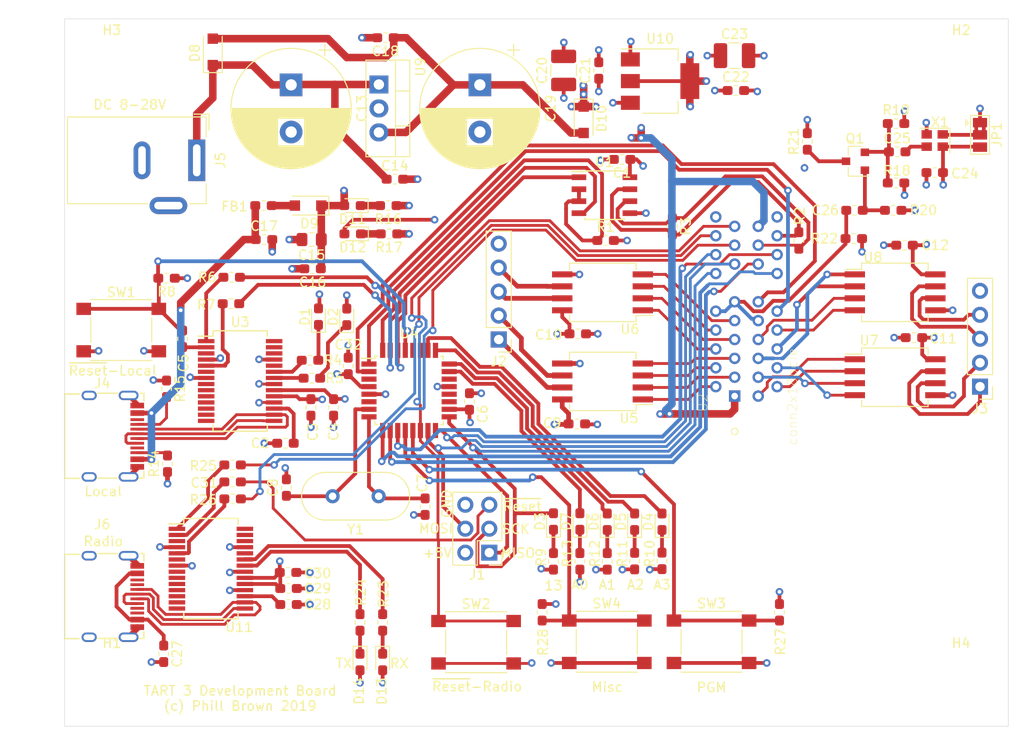
<source format=kicad_pcb>
(kicad_pcb (version 20171130) (host pcbnew 5.1.5+dfsg1-2)
  (layers (0 F.Cu signal) (1 In1.Cu signal) (2 In2.Cu signal) (31 B.Cu signal) (34 B.Paste user) (35 F.Paste user) (36 B.SilkS user) (37 F.SilkS user) (38 B.Mask user) (39 F.Mask user) (44 Edge.Cuts user))
  (net 0 "")
  (net 1 GND)
  (net 2 +3V3)
  (net 3 "Net-(C2-Pad1)")
  (net 4 +5V)
  (net 5 "Net-(C5-Pad2)")
  (net 6 /~Reset)
  (net 7 "Net-(C7-Pad1)")
  (net 8 "Net-(C8-Pad1)")
  (net 9 /CLKIN_A)
  (net 10 "Net-(D1-Pad1)")
  (net 11 "Net-(D2-Pad1)")
  (net 12 /SCK)
  (net 13 "Net-(D3-Pad1)")
  (net 14 "Net-(D4-Pad2)")
  (net 15 "Net-(D5-Pad1)")
  (net 16 "Net-(D6-Pad1)")
  (net 17 "Net-(D7-Pad2)")
  (net 18 "Net-(D7-Pad1)")
  (net 19 "Net-(D9-Pad2)")
  (net 20 /MOSI)
  (net 21 /MISO)
  (net 22 "Net-(J2-Pad4)")
  (net 23 "Net-(J2-Pad3)")
  (net 24 "Net-(J2-Pad2)")
  (net 25 "Net-(J2-Pad1)")
  (net 26 "Net-(J3-Pad4)")
  (net 27 "Net-(J3-Pad3)")
  (net 28 "Net-(J3-Pad2)")
  (net 29 "Net-(J3-Pad1)")
  (net 30 "Net-(J4-PadB5)")
  (net 31 "/Arduino Controller/D+")
  (net 32 "/Arduino Controller/D-")
  (net 33 "Net-(J4-PadA5)")
  (net 34 "Net-(JP1-Pad2)")
  (net 35 "Net-(Q1-Pad3)")
  (net 36 "/Arduino Controller/PD2")
  (net 37 /B)
  (net 38 /A)
  (net 39 "Net-(R4-Pad1)")
  (net 40 "Net-(R5-Pad1)")
  (net 41 "Net-(R6-Pad2)")
  (net 42 "/Arduino Controller/PD0_RX")
  (net 43 "Net-(R7-Pad2)")
  (net 44 "/Arduino Controller/PD1_TX")
  (net 45 /I1-A)
  (net 46 /I1+A)
  (net 47 /I0+A)
  (net 48 /I0-A)
  (net 49 /Q1-A)
  (net 50 /Q1+A)
  (net 51 /Q0+A)
  (net 52 /Q0-A)
  (net 53 /A3)
  (net 54 /A2)
  (net 55 /A1)
  (net 56 /A0)
  (net 57 /I1-B)
  (net 58 /I1+B)
  (net 59 /I0+B)
  (net 60 /I0-B)
  (net 61 /Q1-B)
  (net 62 /Q1+B)
  (net 63 /Q0+B)
  (net 64 /Q0-B)
  (net 65 "Net-(C25-Pad1)")
  (net 66 "Net-(C13-Pad1)")
  (net 67 "Net-(C17-Pad1)")
  (net 68 "Net-(C18-Pad1)")
  (net 69 "Net-(C25-Pad2)")
  (net 70 "Net-(C26-Pad2)")
  (net 71 "Net-(C27-Pad1)")
  (net 72 "Net-(C28-Pad1)")
  (net 73 "Net-(C31-Pad2)")
  (net 74 "Net-(D4-Pad1)")
  (net 75 "Net-(D5-Pad2)")
  (net 76 "Net-(D6-Pad2)")
  (net 77 "Net-(D11-Pad1)")
  (net 78 "Net-(D12-Pad1)")
  (net 79 "Net-(D13-Pad1)")
  (net 80 "Net-(D14-Pad1)")
  (net 81 "Net-(J6-PadA6)")
  (net 82 "Net-(J6-PadA7)")
  (net 83 "Net-(R23-Pad1)")
  (net 84 "Net-(R24-Pad1)")
  (net 85 "Net-(R25-Pad2)")
  (net 86 /RXD)
  (net 87 "Net-(R26-Pad2)")
  (net 88 /TXD)
  (net 89 /A4)
  (net 90 "/Arduino Controller/~Reset")
  (net 91 "Net-(R27-Pad2)")
  (net 92 "Net-(R28-Pad2)")
  (module libraries:4i_small_inv (layer F.Cu) (at 214.25 118.05)
    (fp_text reference G*** hide)
    (fp_text value LOGO hide)
  )
  (module Button_Switch_SMD:SW_SPST_PTS645 (layer F.Cu) (at 186.45 129.05)
    (fp_text reference SW4 (at 0 -4.05) (layer F.SilkS))
    (fp_text value Misc)
    (pad 2 smd rect (at 3.98 2.25) (size 1.55 1.3) (layers F.Cu F.Paste F.Mask) (net 1 GND))
    (pad 1 smd rect (at 3.98 -2.25) (size 1.55 1.3) (layers F.Cu F.Paste F.Mask) (net 92 "Net-(R28-Pad2)"))
    (pad 1 smd rect (at -3.98 -2.25) (size 1.55 1.3) (layers F.Cu F.Paste F.Mask) (net 92 "Net-(R28-Pad2)"))
    (pad 2 smd rect (at -3.98 2.25) (size 1.55 1.3) (layers F.Cu F.Paste F.Mask) (net 1 GND))
  )
  (module Button_Switch_SMD:SW_SPST_PTS645 (layer F.Cu) (at 197.55 129.05)
    (fp_text reference SW3 (at 0 -4.05) (layer F.SilkS))
    (fp_text value PGM)
    (pad 2 smd rect (at 3.98 2.25) (size 1.55 1.3) (layers F.Cu F.Paste F.Mask) (net 1 GND))
    (pad 1 smd rect (at 3.98 -2.25) (size 1.55 1.3) (layers F.Cu F.Paste F.Mask) (net 91 "Net-(R27-Pad2)"))
    (pad 1 smd rect (at -3.98 -2.25) (size 1.55 1.3) (layers F.Cu F.Paste F.Mask) (net 91 "Net-(R27-Pad2)"))
    (pad 2 smd rect (at -3.98 2.25) (size 1.55 1.3) (layers F.Cu F.Paste F.Mask) (net 1 GND))
  )
  (module Resistor_SMD:R_0603_1608Metric_Pad1.05x0.95mm_HandSolder (layer F.Cu) (at 179.6 125.925 270)
    (fp_text reference R28 (at 3.175 -0.1 90) (layer F.SilkS))
    (fp_text value 100K)
    (pad 2 smd roundrect (at 0.875 0 270) (size 1.05 0.95) (layers F.Cu F.Paste F.Mask) (net 92 "Net-(R28-Pad2)"))
    (pad 1 smd roundrect (at -0.875 0 270) (size 1.05 0.95) (layers F.Cu F.Paste F.Mask) (net 4 +5V))
  )
  (module Resistor_SMD:R_0603_1608Metric_Pad1.05x0.95mm_HandSolder (layer F.Cu) (at 204.75 125.925 270)
    (fp_text reference R27 (at 3.125 -0.1 90) (layer F.SilkS))
    (fp_text value 100K)
    (pad 2 smd roundrect (at 0.875 0 270) (size 1.05 0.95) (layers F.Cu F.Paste F.Mask) (net 91 "Net-(R27-Pad2)"))
    (pad 1 smd roundrect (at -0.875 0 270) (size 1.05 0.95) (layers F.Cu F.Paste F.Mask) (net 4 +5V))
  )
  (module Capacitor_SMD:C_0603_1608Metric_Pad1.05x0.95mm_HandSolder (layer F.Cu) (at 159.05 99.8 90)
    (fp_text reference C32 (at 2.25 0 180) (layer F.SilkS))
    (fp_text value 0.1)
    (pad 2 smd roundrect (at 0.875 0 90) (size 1.05 0.95) (layers F.Cu F.Paste F.Mask) (net 1 GND))
    (pad 1 smd roundrect (at -0.875 0 90) (size 1.05 0.95) (layers F.Cu F.Paste F.Mask) (net 4 +5V))
  )
  (module Button_Switch_SMD:SW_SPST_PTS645 (layer F.Cu) (at 172.6 129.1)
    (fp_text reference SW2 (at 0 -4.05) (layer F.SilkS))
    (fp_text value SW_Push)
    (pad 2 smd rect (at 3.98 2.25) (size 1.55 1.3) (layers F.Cu F.Paste F.Mask) (net 1 GND))
    (pad 1 smd rect (at 3.98 -2.25) (size 1.55 1.3) (layers F.Cu F.Paste F.Mask) (net 6 /~Reset))
    (pad 1 smd rect (at -3.98 -2.25) (size 1.55 1.3) (layers F.Cu F.Paste F.Mask) (net 6 /~Reset))
    (pad 2 smd rect (at -3.98 2.25) (size 1.55 1.3) (layers F.Cu F.Paste F.Mask) (net 1 GND))
  )
  (module Package_SO:SSOP-28_5.3x10.2mm_P0.65mm (layer F.Cu) (at 144.5 121.3)
    (fp_text reference U11 (at 3 6.2) (layer F.SilkS))
    (fp_text value FT232RL)
    (pad 28 smd rect (at 3.6 -4.225) (size 1.75 0.45) (layers F.Cu F.Paste F.Mask))
    (pad 27 smd rect (at 3.6 -3.575) (size 1.75 0.45) (layers F.Cu F.Paste F.Mask))
    (pad 26 smd rect (at 3.6 -2.925) (size 1.75 0.45) (layers F.Cu F.Paste F.Mask))
    (pad 25 smd rect (at 3.6 -2.275) (size 1.75 0.45) (layers F.Cu F.Paste F.Mask) (net 1 GND))
    (pad 24 smd rect (at 3.6 -1.625) (size 1.75 0.45) (layers F.Cu F.Paste F.Mask))
    (pad 23 smd rect (at 3.6 -0.975) (size 1.75 0.45) (layers F.Cu F.Paste F.Mask) (net 83 "Net-(R23-Pad1)"))
    (pad 22 smd rect (at 3.6 -0.325) (size 1.75 0.45) (layers F.Cu F.Paste F.Mask) (net 84 "Net-(R24-Pad1)"))
    (pad 21 smd rect (at 3.6 0.325) (size 1.75 0.45) (layers F.Cu F.Paste F.Mask) (net 1 GND))
    (pad 20 smd rect (at 3.6 0.975) (size 1.75 0.45) (layers F.Cu F.Paste F.Mask) (net 4 +5V))
    (pad 19 smd rect (at 3.6 1.625) (size 1.75 0.45) (layers F.Cu F.Paste F.Mask) (net 4 +5V))
    (pad 18 smd rect (at 3.6 2.275) (size 1.75 0.45) (layers F.Cu F.Paste F.Mask) (net 1 GND))
    (pad 17 smd rect (at 3.6 2.925) (size 1.75 0.45) (layers F.Cu F.Paste F.Mask) (net 72 "Net-(C28-Pad1)"))
    (pad 16 smd rect (at 3.6 3.575) (size 1.75 0.45) (layers F.Cu F.Paste F.Mask) (net 82 "Net-(J6-PadA7)"))
    (pad 15 smd rect (at 3.6 4.225) (size 1.75 0.45) (layers F.Cu F.Paste F.Mask) (net 81 "Net-(J6-PadA6)"))
    (pad 14 smd rect (at -3.6 4.225) (size 1.75 0.45) (layers F.Cu F.Paste F.Mask))
    (pad 13 smd rect (at -3.6 3.575) (size 1.75 0.45) (layers F.Cu F.Paste F.Mask))
    (pad 12 smd rect (at -3.6 2.925) (size 1.75 0.45) (layers F.Cu F.Paste F.Mask))
    (pad 11 smd rect (at -3.6 2.275) (size 1.75 0.45) (layers F.Cu F.Paste F.Mask))
    (pad 10 smd rect (at -3.6 1.625) (size 1.75 0.45) (layers F.Cu F.Paste F.Mask))
    (pad 9 smd rect (at -3.6 0.975) (size 1.75 0.45) (layers F.Cu F.Paste F.Mask))
    (pad 8 smd rect (at -3.6 0.325) (size 1.75 0.45) (layers F.Cu F.Paste F.Mask))
    (pad 7 smd rect (at -3.6 -0.325) (size 1.75 0.45) (layers F.Cu F.Paste F.Mask) (net 1 GND))
    (pad 6 smd rect (at -3.6 -0.975) (size 1.75 0.45) (layers F.Cu F.Paste F.Mask))
    (pad 5 smd rect (at -3.6 -1.625) (size 1.75 0.45) (layers F.Cu F.Paste F.Mask) (net 87 "Net-(R26-Pad2)"))
    (pad 4 smd rect (at -3.6 -2.275) (size 1.75 0.45) (layers F.Cu F.Paste F.Mask) (net 4 +5V))
    (pad 3 smd rect (at -3.6 -2.925) (size 1.75 0.45) (layers F.Cu F.Paste F.Mask))
    (pad 2 smd rect (at -3.6 -3.575) (size 1.75 0.45) (layers F.Cu F.Paste F.Mask) (net 73 "Net-(C31-Pad2)"))
    (pad 1 smd rect (at -3.6 -4.225) (size 1.75 0.45) (layers F.Cu F.Paste F.Mask) (net 85 "Net-(R25-Pad2)"))
  )
  (module Resistor_SMD:R_0603_1608Metric_Pad1.05x0.95mm_HandSolder (layer F.Cu) (at 146.8 113.9 180)
    (fp_text reference R26 (at 3.1 -0.1) (layer F.SilkS))
    (fp_text value 1K)
    (pad 2 smd roundrect (at 0.875 0 180) (size 1.05 0.95) (layers F.Cu F.Paste F.Mask) (net 87 "Net-(R26-Pad2)"))
    (pad 1 smd roundrect (at -0.875 0 180) (size 1.05 0.95) (layers F.Cu F.Paste F.Mask) (net 88 /TXD))
  )
  (module Resistor_SMD:R_0603_1608Metric_Pad1.05x0.95mm_HandSolder (layer F.Cu) (at 146.8 110.3 180)
    (fp_text reference R25 (at 3.1 -0.1) (layer F.SilkS))
    (fp_text value 1K)
    (pad 2 smd roundrect (at 0.875 0 180) (size 1.05 0.95) (layers F.Cu F.Paste F.Mask) (net 85 "Net-(R25-Pad2)"))
    (pad 1 smd roundrect (at -0.875 0 180) (size 1.05 0.95) (layers F.Cu F.Paste F.Mask) (net 86 /RXD))
  )
  (module Resistor_SMD:R_0603_1608Metric_Pad1.05x0.95mm_HandSolder (layer F.Cu) (at 160.3 127 270)
    (fp_text reference R24 (at -3.2 -0.1 90) (layer F.SilkS))
    (fp_text value 1K)
    (pad 2 smd roundrect (at 0.875 0 270) (size 1.05 0.95) (layers F.Cu F.Paste F.Mask) (net 80 "Net-(D14-Pad1)"))
    (pad 1 smd roundrect (at -0.875 0 270) (size 1.05 0.95) (layers F.Cu F.Paste F.Mask) (net 84 "Net-(R24-Pad1)"))
  )
  (module Resistor_SMD:R_0603_1608Metric_Pad1.05x0.95mm_HandSolder (layer F.Cu) (at 162.7 127 270)
    (fp_text reference R23 (at -3.025 -0.1 90) (layer F.SilkS))
    (fp_text value 1K)
    (pad 2 smd roundrect (at 0.875 0 270) (size 1.05 0.95) (layers F.Cu F.Paste F.Mask) (net 79 "Net-(D13-Pad1)"))
    (pad 1 smd roundrect (at -0.875 0 270) (size 1.05 0.95) (layers F.Cu F.Paste F.Mask) (net 83 "Net-(R23-Pad1)"))
  )
  (module Resistor_SMD:R_0603_1608Metric_Pad1.05x0.95mm_HandSolder (layer F.Cu) (at 146.7 90.4 180)
    (fp_text reference R6 (at 2.6 0) (layer F.SilkS))
    (fp_text value 1K)
    (pad 2 smd roundrect (at 0.875 0 180) (size 1.05 0.95) (layers F.Cu F.Paste F.Mask) (net 41 "Net-(R6-Pad2)"))
    (pad 1 smd roundrect (at -0.875 0 180) (size 1.05 0.95) (layers F.Cu F.Paste F.Mask) (net 42 "/Arduino Controller/PD0_RX"))
  )
  (module Resistor_SMD:R_0603_1608Metric_Pad1.05x0.95mm_HandSolder (layer F.Cu) (at 155.2 101.1)
    (fp_text reference R5 (at 2.4 0) (layer F.SilkS))
    (fp_text value 1K)
    (pad 2 smd roundrect (at 0.875 0) (size 1.05 0.95) (layers F.Cu F.Paste F.Mask) (net 11 "Net-(D2-Pad1)"))
    (pad 1 smd roundrect (at -0.875 0) (size 1.05 0.95) (layers F.Cu F.Paste F.Mask) (net 40 "Net-(R5-Pad1)"))
  )
  (module Resistor_SMD:R_0603_1608Metric_Pad1.05x0.95mm_HandSolder (layer F.Cu) (at 155 99.2)
    (fp_text reference R4 (at 2.45 0) (layer F.SilkS))
    (fp_text value 1K)
    (pad 2 smd roundrect (at 0.875 0) (size 1.05 0.95) (layers F.Cu F.Paste F.Mask) (net 10 "Net-(D1-Pad1)"))
    (pad 1 smd roundrect (at -0.875 0) (size 1.05 0.95) (layers F.Cu F.Paste F.Mask) (net 39 "Net-(R4-Pad1)"))
  )
  (module Connector_USB:TYPE-C-31-M-12 (layer F.Cu) (at 129 120 270)
    (fp_text reference J6 (at -3.4 -4) (layer F.SilkS))
    (fp_text value USB_C_Receptacle_USB2.0V1)
    (pad B4 smd rect (at 6.7 -7.695 270) (size 0.6 1.45) (layers F.Cu F.Paste F.Mask) (net 71 "Net-(C27-Pad1)"))
    (pad "" np_thru_hole circle (at 7.14 -6.25 270) (size 0.65 0.65) (drill 0.65) (layers *.Cu *.Mask))
    (pad "" np_thru_hole circle (at 1.36 -6.25 270) (size 0.65 0.65) (drill 0.65) (layers *.Cu *.Mask))
    (pad S1 thru_hole oval (at 8.57 -2.6 270) (size 1 1.6) (drill oval 0.6 1.2) (layers *.Cu *.Mask) (net 1 GND))
    (pad S1 thru_hole oval (at -0.07 -2.6 270) (size 1 1.6) (drill oval 0.6 1.2) (layers *.Cu *.Mask) (net 1 GND))
    (pad S1 thru_hole oval (at 8.57 -6.78 270) (size 1 2.1) (drill oval 0.6 1.7) (layers *.Cu *.Mask) (net 1 GND))
    (pad S1 thru_hole oval (at -0.07 -6.78 270) (size 1 2.1) (drill oval 0.6 1.7) (layers *.Cu *.Mask) (net 1 GND))
    (pad B5 smd rect (at 6 -7.695 270) (size 0.3 1.45) (layers F.Cu F.Paste F.Mask))
    (pad A8 smd rect (at 5.5 -7.695 270) (size 0.3 1.45) (layers F.Cu F.Paste F.Mask))
    (pad B6 smd rect (at 5 -7.695 270) (size 0.3 1.45) (layers F.Cu F.Paste F.Mask) (net 81 "Net-(J6-PadA6)"))
    (pad A7 smd rect (at 4.5 -7.695 270) (size 0.3 1.45) (layers F.Cu F.Paste F.Mask) (net 82 "Net-(J6-PadA7)"))
    (pad B8 smd rect (at 2.5 -7.695 270) (size 0.3 1.45) (layers F.Cu F.Paste F.Mask))
    (pad A5 smd rect (at 3 -7.695 270) (size 0.3 1.45) (layers F.Cu F.Paste F.Mask))
    (pad B7 smd rect (at 3.5 -7.695 270) (size 0.3 1.45) (layers F.Cu F.Paste F.Mask) (net 82 "Net-(J6-PadA7)"))
    (pad A6 smd rect (at 4 -7.695 270) (size 0.3 1.45) (layers F.Cu F.Paste F.Mask) (net 81 "Net-(J6-PadA6)"))
    (pad B1 smd rect (at 7.5 -7.695 270) (size 0.6 1.45) (layers F.Cu F.Paste F.Mask) (net 1 GND))
    (pad A4 smd rect (at 1.8 -7.695 270) (size 0.6 1.45) (layers F.Cu F.Paste F.Mask) (net 71 "Net-(C27-Pad1)"))
    (pad A1 smd rect (at 1 -7.695 270) (size 0.6 1.45) (layers F.Cu F.Paste F.Mask) (net 1 GND))
  )
  (module LED_SMD:LED_0603_1608Metric_Pad1.05x0.95mm_HandSolder (layer F.Cu) (at 160.3 131.2 270)
    (fp_text reference D14 (at 3.075 0.1 90) (layer F.SilkS))
    (fp_text value TX)
    (pad 2 smd roundrect (at 0.875 0 270) (size 1.05 0.95) (layers F.Cu F.Paste F.Mask) (net 4 +5V))
    (pad 1 smd roundrect (at -0.875 0 270) (size 1.05 0.95) (layers F.Cu F.Paste F.Mask) (net 80 "Net-(D14-Pad1)"))
  )
  (module LED_SMD:LED_0603_1608Metric_Pad1.05x0.95mm_HandSolder (layer F.Cu) (at 162.7 131.2 270)
    (fp_text reference D13 (at 3.1 0.1 90) (layer F.SilkS))
    (fp_text value RX)
    (pad 2 smd roundrect (at 0.875 0 270) (size 1.05 0.95) (layers F.Cu F.Paste F.Mask) (net 4 +5V))
    (pad 1 smd roundrect (at -0.875 0 270) (size 1.05 0.95) (layers F.Cu F.Paste F.Mask) (net 79 "Net-(D13-Pad1)"))
  )
  (module LED_SMD:LED_0603_1608Metric_Pad1.05x0.95mm_HandSolder (layer F.Cu) (at 158.9 94.6 90)
    (fp_text reference D2 (at 0 -1.43 90) (layer F.SilkS))
    (fp_text value TX)
    (pad 2 smd roundrect (at 0.875 0 90) (size 1.05 0.95) (layers F.Cu F.Paste F.Mask) (net 4 +5V))
    (pad 1 smd roundrect (at -0.875 0 90) (size 1.05 0.95) (layers F.Cu F.Paste F.Mask) (net 11 "Net-(D2-Pad1)"))
  )
  (module LED_SMD:LED_0603_1608Metric_Pad1.05x0.95mm_HandSolder (layer F.Cu) (at 155.9 94.575 90)
    (fp_text reference D1 (at 0 -1.43 90) (layer F.SilkS))
    (fp_text value RX)
    (pad 2 smd roundrect (at 0.875 0 90) (size 1.05 0.95) (layers F.Cu F.Paste F.Mask) (net 4 +5V))
    (pad 1 smd roundrect (at -0.875 0 90) (size 1.05 0.95) (layers F.Cu F.Paste F.Mask) (net 10 "Net-(D1-Pad1)"))
  )
  (module Capacitor_SMD:C_0603_1608Metric_Pad1.05x0.95mm_HandSolder (layer F.Cu) (at 146.8 112.1 180)
    (fp_text reference C31 (at 3 -0.1) (layer F.SilkS))
    (fp_text value 0.1)
    (pad 2 smd roundrect (at 0.875 0 180) (size 1.05 0.95) (layers F.Cu F.Paste F.Mask) (net 73 "Net-(C31-Pad2)"))
    (pad 1 smd roundrect (at -0.875 0 180) (size 1.05 0.95) (layers F.Cu F.Paste F.Mask) (net 6 /~Reset))
  )
  (module Capacitor_SMD:C_0603_1608Metric_Pad1.05x0.95mm_HandSolder (layer F.Cu) (at 152.675 121.7)
    (fp_text reference C30 (at 3.125 0.1) (layer F.SilkS))
    (fp_text value 0.1)
    (pad 2 smd roundrect (at 0.875 0) (size 1.05 0.95) (layers F.Cu F.Paste F.Mask) (net 1 GND))
    (pad 1 smd roundrect (at -0.875 0) (size 1.05 0.95) (layers F.Cu F.Paste F.Mask) (net 4 +5V))
  )
  (module Capacitor_SMD:C_0603_1608Metric_Pad1.05x0.95mm_HandSolder (layer F.Cu) (at 152.725 123.4)
    (fp_text reference C29 (at 3.075 0) (layer F.SilkS))
    (fp_text value 0.1)
    (pad 2 smd roundrect (at 0.875 0) (size 1.05 0.95) (layers F.Cu F.Paste F.Mask) (net 1 GND))
    (pad 1 smd roundrect (at -0.875 0) (size 1.05 0.95) (layers F.Cu F.Paste F.Mask) (net 4 +5V))
  )
  (module Capacitor_SMD:C_0603_1608Metric_Pad1.05x0.95mm_HandSolder (layer F.Cu) (at 152.725 125.1)
    (fp_text reference C28 (at 3.075 0) (layer F.SilkS))
    (fp_text value 0.1)
    (pad 2 smd roundrect (at 0.875 0) (size 1.05 0.95) (layers F.Cu F.Paste F.Mask) (net 1 GND))
    (pad 1 smd roundrect (at -0.875 0) (size 1.05 0.95) (layers F.Cu F.Paste F.Mask) (net 72 "Net-(C28-Pad1)"))
  )
  (module Capacitor_SMD:C_0603_1608Metric_Pad1.05x0.95mm_HandSolder (layer F.Cu) (at 139.5 130.325 270)
    (fp_text reference C27 (at 0 -1.43 90) (layer F.SilkS))
    (fp_text value 0.01)
    (pad 2 smd roundrect (at 0.875 0 270) (size 1.05 0.95) (layers F.Cu F.Paste F.Mask) (net 1 GND))
    (pad 1 smd roundrect (at -0.875 0 270) (size 1.05 0.95) (layers F.Cu F.Paste F.Mask) (net 71 "Net-(C27-Pad1)"))
  )
  (module Capacitor_SMD:C_0603_1608Metric_Pad1.05x0.95mm_HandSolder (layer F.Cu) (at 157.5 104.2 270)
    (fp_text reference C4 (at 2.575 0 90) (layer F.SilkS))
    (fp_text value 0.1)
    (pad 2 smd roundrect (at 0.875 0 270) (size 1.05 0.95) (layers F.Cu F.Paste F.Mask) (net 1 GND))
    (pad 1 smd roundrect (at -0.875 0 270) (size 1.05 0.95) (layers F.Cu F.Paste F.Mask) (net 4 +5V))
  )
  (module Diode_SMD:D_SOD-123F (layer F.Cu) (at 184 73.7 270)
    (fp_text reference D10 (at -0.127 -1.905 90) (layer F.SilkS))
    (fp_text value D_Schottky)
    (pad 2 smd rect (at 1.4 0 270) (size 1.1 1.1) (layers F.Cu F.Paste F.Mask) (net 68 "Net-(C18-Pad1)"))
    (pad 1 smd rect (at -1.4 0 270) (size 1.1 1.1) (layers F.Cu F.Paste F.Mask) (net 4 +5V))
  )
  (module Diode_SMD:D_SOD-123F (layer F.Cu) (at 144.7 66.5 90)
    (fp_text reference D8 (at -0.127 -1.905 90) (layer F.SilkS))
    (fp_text value D_Schottky)
    (pad 2 smd rect (at 1.4 0 90) (size 1.1 1.1) (layers F.Cu F.Paste F.Mask) (net 68 "Net-(C18-Pad1)"))
    (pad 1 smd rect (at -1.4 0 90) (size 1.1 1.1) (layers F.Cu F.Paste F.Mask) (net 66 "Net-(C13-Pad1)"))
  )
  (module Connector_BarrelJack:BarrelJack_Wuerth_6941xx301002 (layer F.Cu) (at 143 78 270)
    (fp_text reference J5 (at 0 -2.5 90) (layer F.SilkS))
    (fp_text value Barrel_Jack_MountingPin)
    (pad 1 thru_hole rect (at 0 0 270) (size 4.4 1.8) (drill oval 3.4 0.8) (layers *.Cu *.Mask) (net 66 "Net-(C13-Pad1)"))
    (pad 2 thru_hole oval (at 0 5.8 270) (size 4 1.8) (drill oval 3 0.8) (layers *.Cu *.Mask) (net 1 GND))
    (pad 3 thru_hole oval (at 4.8 3) (size 4 1.8) (drill oval 3 0.8) (layers *.Cu *.Mask) (net 1 GND))
  )
  (module Package_TO_SOT_THT:TO-220-3_Vertical (layer F.Cu) (at 162.3 69.96 270)
    (fp_text reference U9 (at -1.86 -4.4 90) (layer F.SilkS))
    (fp_text value 78M05_Switcher)
    (pad 3 thru_hole oval (at 5.08 0 270) (size 1.905 2) (drill 1.1) (layers *.Cu *.Mask) (net 68 "Net-(C18-Pad1)"))
    (pad 2 thru_hole oval (at 2.54 0 270) (size 1.905 2) (drill 1.1) (layers *.Cu *.Mask) (net 1 GND))
    (pad 1 thru_hole rect (at 0 0 270) (size 1.905 2) (drill 1.1) (layers *.Cu *.Mask) (net 66 "Net-(C13-Pad1)"))
  )
  (module Capacitor_THT:CP_Radial_D12.5mm_P5.00mm (layer F.Cu) (at 173 70 270)
    (fp_text reference C19 (at 2.5 -7.5 90) (layer F.SilkS))
    (fp_text value 10u)
    (pad 2 thru_hole circle (at 5 0 270) (size 2.4 2.4) (drill 1.2) (layers *.Cu *.Mask) (net 1 GND))
    (pad 1 thru_hole rect (at 0 0 270) (size 2.4 2.4) (drill 1.2) (layers *.Cu *.Mask) (net 68 "Net-(C18-Pad1)"))
  )
  (module Capacitor_SMD:C_0603_1608Metric_Pad1.05x0.95mm_HandSolder (layer F.Cu) (at 163 65 180)
    (fp_text reference C18 (at 0 -1.43) (layer F.SilkS))
    (fp_text value 0.1)
    (pad 2 smd roundrect (at 0.875 0 180) (size 1.05 0.95) (layers F.Cu F.Paste F.Mask) (net 1 GND))
    (pad 1 smd roundrect (at -0.875 0 180) (size 1.05 0.95) (layers F.Cu F.Paste F.Mask) (net 68 "Net-(C18-Pad1)"))
  )
  (module Capacitor_SMD:C_0603_1608Metric_Pad1.05x0.95mm_HandSolder (layer F.Cu) (at 164 80)
    (fp_text reference C14 (at 0 -1.43) (layer F.SilkS))
    (fp_text value 0.1)
    (pad 2 smd roundrect (at 0.875 0) (size 1.05 0.95) (layers F.Cu F.Paste F.Mask) (net 1 GND))
    (pad 1 smd roundrect (at -0.875 0) (size 1.05 0.95) (layers F.Cu F.Paste F.Mask) (net 66 "Net-(C13-Pad1)"))
  )
  (module Capacitor_THT:CP_Radial_D12.5mm_P5.00mm (layer F.Cu) (at 153 70 270)
    (fp_text reference C13 (at 2.5 -7.5 90) (layer F.SilkS))
    (fp_text value 10u)
    (pad 2 thru_hole circle (at 5 0 270) (size 2.4 2.4) (drill 1.2) (layers *.Cu *.Mask) (net 1 GND))
    (pad 1 thru_hole rect (at 0 0 270) (size 2.4 2.4) (drill 1.2) (layers *.Cu *.Mask) (net 66 "Net-(C13-Pad1)"))
  )
  (module Crystal:Crystal_HC49-4H_Vertical (layer F.Cu) (at 162.275 113.62 180)
    (fp_text reference Y1 (at 2.44 -3.525) (layer F.SilkS))
    (fp_text value 16MHz)
    (pad 2 thru_hole circle (at 4.88 0 180) (size 1.5 1.5) (drill 0.8) (layers *.Cu *.Mask) (net 8 "Net-(C8-Pad1)"))
    (pad 1 thru_hole circle (at 0 0 180) (size 1.5 1.5) (drill 0.8) (layers *.Cu *.Mask) (net 7 "Net-(C7-Pad1)"))
  )
  (module Connector:MOLEX_0877159002 (layer F.Cu) (at 200 103 90)
    (fp_text reference U2 (at -0.71123 -3.39088 90) (layer F.SilkS) (effects (font (size 1.00174 1.00174) (thickness 0.05))))
    (fp_text value conn2x18pcie (at -0.075135 6.12613 90) (layer F.SilkS) (effects (font (size 1.00182 1.00182) (thickness 0.05))))
    (pad A1 thru_hole rect (at 0 0 90) (size 1.208 1.208) (drill 0.7) (layers *.Cu *.Mask) (net 4 +5V))
    (pad A2 thru_hole circle (at 1 -2 90) (size 1.208 1.208) (drill 0.7) (layers *.Cu *.Mask) (net 52 /Q0-A))
    (pad A3 thru_hole circle (at 2 0 90) (size 1.208 1.208) (drill 0.7) (layers *.Cu *.Mask) (net 51 /Q0+A))
    (pad A4 thru_hole circle (at 3 -2 90) (size 1.208 1.208) (drill 0.7) (layers *.Cu *.Mask) (net 50 /Q1+A))
    (pad A5 thru_hole circle (at 4 0 90) (size 1.208 1.208) (drill 0.7) (layers *.Cu *.Mask) (net 49 /Q1-A))
    (pad A6 thru_hole circle (at 5 -2 90) (size 1.208 1.208) (drill 0.7) (layers *.Cu *.Mask) (net 48 /I0-A))
    (pad A7 thru_hole circle (at 6 0 90) (size 1.208 1.208) (drill 0.7) (layers *.Cu *.Mask) (net 47 /I0+A))
    (pad A8 thru_hole circle (at 7 -2 90) (size 1.208 1.208) (drill 0.7) (layers *.Cu *.Mask) (net 46 /I1+A))
    (pad A9 thru_hole circle (at 8 0 90) (size 1.208 1.208) (drill 0.7) (layers *.Cu *.Mask) (net 45 /I1-A))
    (pad A10 thru_hole circle (at 9 -2 90) (size 1.208 1.208) (drill 0.7) (layers *.Cu *.Mask) (net 9 /CLKIN_A))
    (pad A11 thru_hole circle (at 10 0 90) (size 1.208 1.208) (drill 0.7) (layers *.Cu *.Mask) (net 9 /CLKIN_A))
    (pad A12 thru_hole circle (at 13 -2 90) (size 1.208 1.208) (drill 0.7) (layers *.Cu *.Mask) (net 12 /SCK))
    (pad A13 thru_hole circle (at 14 0 90) (size 1.208 1.208) (drill 0.7) (layers *.Cu *.Mask) (net 20 /MOSI))
    (pad A14 thru_hole circle (at 15 -2 90) (size 1.208 1.208) (drill 0.7) (layers *.Cu *.Mask) (net 21 /MISO))
    (pad A15 thru_hole circle (at 16 0 90) (size 1.208 1.208) (drill 0.7) (layers *.Cu *.Mask) (net 86 /RXD))
    (pad A16 thru_hole circle (at 17 -2 90) (size 1.208 1.208) (drill 0.7) (layers *.Cu *.Mask) (net 88 /TXD))
    (pad A17 thru_hole circle (at 18 0 90) (size 1.208 1.208) (drill 0.7) (layers *.Cu *.Mask) (net 6 /~Reset))
    (pad A18 thru_hole circle (at 19 -2 90) (size 1.208 1.208) (drill 0.7) (layers *.Cu *.Mask) (net 1 GND))
    (pad Hole np_thru_hole circle (at 20.8 1.25 90) (size 2.35 2.35) (drill 2.35) (layers *.Cu *.Mask F.SilkS))
    (pad Hole np_thru_hole circle (at 11.65 1.25 90) (size 2.35 2.35) (drill 2.35) (layers *.Cu *.Mask F.SilkS))
    (pad B1 thru_hole circle (at 0 2.5 90) (size 1.208 1.208) (drill 0.7) (layers *.Cu *.Mask) (net 64 /Q0-B))
    (pad B2 thru_hole circle (at 1 4.5 90) (size 1.208 1.208) (drill 0.7) (layers *.Cu *.Mask) (net 63 /Q0+B))
    (pad B3 thru_hole circle (at 2 2.5 90) (size 1.208 1.208) (drill 0.7) (layers *.Cu *.Mask) (net 62 /Q1+B))
    (pad B4 thru_hole circle (at 3 4.5 90) (size 1.208 1.208) (drill 0.7) (layers *.Cu *.Mask) (net 61 /Q1-B))
    (pad B5 thru_hole circle (at 4 2.5 90) (size 1.208 1.208) (drill 0.7) (layers *.Cu *.Mask) (net 60 /I0-B))
    (pad B6 thru_hole circle (at 5 4.5 90) (size 1.208 1.208) (drill 0.7) (layers *.Cu *.Mask) (net 59 /I0+B))
    (pad B7 thru_hole circle (at 6 2.5 90) (size 1.208 1.208) (drill 0.7) (layers *.Cu *.Mask) (net 58 /I1+B))
    (pad B8 thru_hole circle (at 7 4.5 90) (size 1.208 1.208) (drill 0.7) (layers *.Cu *.Mask) (net 57 /I1-B))
    (pad B9 thru_hole circle (at 8 2.5 90) (size 1.208 1.208) (drill 0.7) (layers *.Cu *.Mask) (net 9 /CLKIN_A))
    (pad B10 thru_hole circle (at 9 4.5 90) (size 1.208 1.208) (drill 0.7) (layers *.Cu *.Mask) (net 56 /A0))
    (pad B11 thru_hole circle (at 10 2.5 90) (size 1.208 1.208) (drill 0.7) (layers *.Cu *.Mask) (net 55 /A1))
    (pad B12 thru_hole circle (at 13 4.5 90) (size 1.208 1.208) (drill 0.7) (layers *.Cu *.Mask) (net 54 /A2))
    (pad B13 thru_hole circle (at 14 2.5 90) (size 1.208 1.208) (drill 0.7) (layers *.Cu *.Mask) (net 53 /A3))
    (pad B14 thru_hole circle (at 15 4.5 90) (size 1.208 1.208) (drill 0.7) (layers *.Cu *.Mask) (net 89 /A4))
    (pad B15 thru_hole circle (at 16 2.5 90) (size 1.208 1.208) (drill 0.7) (layers *.Cu *.Mask) (net 38 /A))
    (pad B16 thru_hole circle (at 17 4.5 90) (size 1.208 1.208) (drill 0.7) (layers *.Cu *.Mask) (net 37 /B))
    (pad B17 thru_hole circle (at 18 2.5 90) (size 1.208 1.208) (drill 0.7) (layers *.Cu *.Mask) (net 4 +5V))
    (pad B18 thru_hole circle (at 19 4.5 90) (size 1.208 1.208) (drill 0.7) (layers *.Cu *.Mask) (net 1 GND))
  )
  (module Oscillator:Oscillator_SMD_SeikoEpson_SG210-4Pin_2.5x2.0mm (layer F.Cu) (at 221.2 75.9 180)
    (fp_text reference X1 (at -0.55 1.95) (layer F.SilkS))
    (fp_text value DSB321SDA)
    (pad 4 smd rect (at -0.85 -0.65 180) (size 1.1 0.9) (layers F.Cu F.Paste F.Mask) (net 2 +3V3))
    (pad 3 smd rect (at 0.85 -0.65 180) (size 1.1 0.9) (layers F.Cu F.Paste F.Mask) (net 69 "Net-(C25-Pad2)"))
    (pad 2 smd rect (at 0.85 0.65 180) (size 1.1 0.9) (layers F.Cu F.Paste F.Mask) (net 1 GND))
    (pad 1 smd rect (at -0.85 0.65 180) (size 1.1 0.9) (layers F.Cu F.Paste F.Mask) (net 34 "Net-(JP1-Pad2)"))
  )
  (module Package_TO_SOT_SMD:SOT-223-3_TabPin2 (layer F.Cu) (at 192.1 69.6)
    (fp_text reference U10 (at 0 -4.5) (layer F.SilkS))
    (fp_text value LM1117-3.3)
    (pad 1 smd rect (at -3.15 -2.3) (size 2 1.5) (layers F.Cu F.Paste F.Mask) (net 1 GND))
    (pad 3 smd rect (at -3.15 2.3) (size 2 1.5) (layers F.Cu F.Paste F.Mask) (net 4 +5V))
    (pad 2 smd rect (at -3.15 0) (size 2 1.5) (layers F.Cu F.Paste F.Mask) (net 2 +3V3))
    (pad 2 smd rect (at 3.15 0) (size 2 3.8) (layers F.Cu F.Paste F.Mask) (net 2 +3V3))
  )
  (module Package_SO:SSO-8_6.8x5.9mm_P1.27mm_Clearance7mm (layer F.Cu) (at 217 92)
    (fp_text reference U8 (at -2.35 -3.7) (layer F.SilkS))
    (fp_text value DS90LV028)
    (pad 8 smd rect (at 4.27 -1.905) (size 2.16 0.64) (layers F.Cu F.Paste F.Mask) (net 2 +3V3))
    (pad 7 smd rect (at 4.27 -0.635) (size 2.16 0.64) (layers F.Cu F.Paste F.Mask) (net 27 "Net-(J3-Pad3)"))
    (pad 6 smd rect (at 4.27 0.635) (size 2.16 0.64) (layers F.Cu F.Paste F.Mask) (net 26 "Net-(J3-Pad4)"))
    (pad 5 smd rect (at 4.27 1.905) (size 2.16 0.64) (layers F.Cu F.Paste F.Mask) (net 1 GND))
    (pad 4 smd rect (at -4.27 1.905) (size 2.16 0.64) (layers F.Cu F.Paste F.Mask) (net 57 /I1-B))
    (pad 3 smd rect (at -4.27 0.635) (size 2.16 0.64) (layers F.Cu F.Paste F.Mask) (net 58 /I1+B))
    (pad 2 smd rect (at -4.27 -0.635) (size 2.16 0.64) (layers F.Cu F.Paste F.Mask) (net 59 /I0+B))
    (pad 1 smd rect (at -4.27 -1.905) (size 2.16 0.64) (layers F.Cu F.Paste F.Mask) (net 60 /I0-B))
  )
  (module Package_SO:SSO-8_6.8x5.9mm_P1.27mm_Clearance7mm (layer F.Cu) (at 217 101)
    (fp_text reference U7 (at -2.75 -3.9) (layer F.SilkS))
    (fp_text value DS90LV028)
    (pad 8 smd rect (at 4.27 -1.905) (size 2.16 0.64) (layers F.Cu F.Paste F.Mask) (net 2 +3V3))
    (pad 7 smd rect (at 4.27 -0.635) (size 2.16 0.64) (layers F.Cu F.Paste F.Mask) (net 29 "Net-(J3-Pad1)"))
    (pad 6 smd rect (at 4.27 0.635) (size 2.16 0.64) (layers F.Cu F.Paste F.Mask) (net 28 "Net-(J3-Pad2)"))
    (pad 5 smd rect (at 4.27 1.905) (size 2.16 0.64) (layers F.Cu F.Paste F.Mask) (net 1 GND))
    (pad 4 smd rect (at -4.27 1.905) (size 2.16 0.64) (layers F.Cu F.Paste F.Mask) (net 61 /Q1-B))
    (pad 3 smd rect (at -4.27 0.635) (size 2.16 0.64) (layers F.Cu F.Paste F.Mask) (net 62 /Q1+B))
    (pad 2 smd rect (at -4.27 -0.635) (size 2.16 0.64) (layers F.Cu F.Paste F.Mask) (net 63 /Q0+B))
    (pad 1 smd rect (at -4.27 -1.905) (size 2.16 0.64) (layers F.Cu F.Paste F.Mask) (net 64 /Q0-B))
  )
  (module Package_SO:SSO-8_6.8x5.9mm_P1.27mm_Clearance7mm (layer F.Cu) (at 186 92 180)
    (fp_text reference U6 (at -2.9 -3.9) (layer F.SilkS))
    (fp_text value DS90LV028)
    (pad 8 smd rect (at 4.27 -1.905 180) (size 2.16 0.64) (layers F.Cu F.Paste F.Mask) (net 2 +3V3))
    (pad 7 smd rect (at 4.27 -0.635 180) (size 2.16 0.64) (layers F.Cu F.Paste F.Mask) (net 23 "Net-(J2-Pad3)"))
    (pad 6 smd rect (at 4.27 0.635 180) (size 2.16 0.64) (layers F.Cu F.Paste F.Mask) (net 22 "Net-(J2-Pad4)"))
    (pad 5 smd rect (at 4.27 1.905 180) (size 2.16 0.64) (layers F.Cu F.Paste F.Mask) (net 1 GND))
    (pad 4 smd rect (at -4.27 1.905 180) (size 2.16 0.64) (layers F.Cu F.Paste F.Mask) (net 45 /I1-A))
    (pad 3 smd rect (at -4.27 0.635 180) (size 2.16 0.64) (layers F.Cu F.Paste F.Mask) (net 46 /I1+A))
    (pad 2 smd rect (at -4.27 -0.635 180) (size 2.16 0.64) (layers F.Cu F.Paste F.Mask) (net 47 /I0+A))
    (pad 1 smd rect (at -4.27 -1.905 180) (size 2.16 0.64) (layers F.Cu F.Paste F.Mask) (net 48 /I0-A))
  )
  (module Package_SO:SSO-8_6.8x5.9mm_P1.27mm_Clearance7mm (layer F.Cu) (at 186 101.45 180)
    (fp_text reference U5 (at -2.8 -3.9) (layer F.SilkS))
    (fp_text value DS90LV028)
    (pad 8 smd rect (at 4.27 -1.905 180) (size 2.16 0.64) (layers F.Cu F.Paste F.Mask) (net 2 +3V3))
    (pad 7 smd rect (at 4.27 -0.635 180) (size 2.16 0.64) (layers F.Cu F.Paste F.Mask) (net 25 "Net-(J2-Pad1)"))
    (pad 6 smd rect (at 4.27 0.635 180) (size 2.16 0.64) (layers F.Cu F.Paste F.Mask) (net 24 "Net-(J2-Pad2)"))
    (pad 5 smd rect (at 4.27 1.905 180) (size 2.16 0.64) (layers F.Cu F.Paste F.Mask) (net 1 GND))
    (pad 4 smd rect (at -4.27 1.905 180) (size 2.16 0.64) (layers F.Cu F.Paste F.Mask) (net 49 /Q1-A))
    (pad 3 smd rect (at -4.27 0.635 180) (size 2.16 0.64) (layers F.Cu F.Paste F.Mask) (net 50 /Q1+A))
    (pad 2 smd rect (at -4.27 -0.635 180) (size 2.16 0.64) (layers F.Cu F.Paste F.Mask) (net 51 /Q0+A))
    (pad 1 smd rect (at -4.27 -1.905 180) (size 2.16 0.64) (layers F.Cu F.Paste F.Mask) (net 52 /Q0-A))
  )
  (module Package_QFP:TQFP-32_7x7mm_P0.8mm (layer F.Cu) (at 165.5 102.4)
    (fp_text reference U4 (at 0 -6.05) (layer F.SilkS))
    (fp_text value ATmega328PB-AU)
    (pad 32 smd rect (at -2.8 -4.25 90) (size 1.6 0.55) (layers F.Cu F.Paste F.Mask) (net 36 "/Arduino Controller/PD2"))
    (pad 31 smd rect (at -2 -4.25 90) (size 1.6 0.55) (layers F.Cu F.Paste F.Mask) (net 44 "/Arduino Controller/PD1_TX"))
    (pad 30 smd rect (at -1.2 -4.25 90) (size 1.6 0.55) (layers F.Cu F.Paste F.Mask) (net 42 "/Arduino Controller/PD0_RX"))
    (pad 29 smd rect (at -0.4 -4.25 90) (size 1.6 0.55) (layers F.Cu F.Paste F.Mask) (net 90 "/Arduino Controller/~Reset"))
    (pad 28 smd rect (at 0.4 -4.25 90) (size 1.6 0.55) (layers F.Cu F.Paste F.Mask))
    (pad 27 smd rect (at 1.2 -4.25 90) (size 1.6 0.55) (layers F.Cu F.Paste F.Mask))
    (pad 26 smd rect (at 2 -4.25 90) (size 1.6 0.55) (layers F.Cu F.Paste F.Mask) (net 14 "Net-(D4-Pad2)"))
    (pad 25 smd rect (at 2.8 -4.25 90) (size 1.6 0.55) (layers F.Cu F.Paste F.Mask) (net 75 "Net-(D5-Pad2)"))
    (pad 24 smd rect (at 4.25 -2.8) (size 1.6 0.55) (layers F.Cu F.Paste F.Mask) (net 76 "Net-(D6-Pad2)"))
    (pad 23 smd rect (at 4.25 -2) (size 1.6 0.55) (layers F.Cu F.Paste F.Mask) (net 17 "Net-(D7-Pad2)"))
    (pad 22 smd rect (at 4.25 -1.2) (size 1.6 0.55) (layers F.Cu F.Paste F.Mask))
    (pad 21 smd rect (at 4.25 -0.4) (size 1.6 0.55) (layers F.Cu F.Paste F.Mask) (net 1 GND))
    (pad 20 smd rect (at 4.25 0.4) (size 1.6 0.55) (layers F.Cu F.Paste F.Mask))
    (pad 19 smd rect (at 4.25 1.2) (size 1.6 0.55) (layers F.Cu F.Paste F.Mask))
    (pad 18 smd rect (at 4.25 2) (size 1.6 0.55) (layers F.Cu F.Paste F.Mask) (net 4 +5V))
    (pad 17 smd rect (at 4.25 2.8) (size 1.6 0.55) (layers F.Cu F.Paste F.Mask) (net 12 /SCK))
    (pad 16 smd rect (at 2.8 4.25 90) (size 1.6 0.55) (layers F.Cu F.Paste F.Mask) (net 21 /MISO))
    (pad 15 smd rect (at 2 4.25 90) (size 1.6 0.55) (layers F.Cu F.Paste F.Mask) (net 20 /MOSI))
    (pad 14 smd rect (at 1.2 4.25 90) (size 1.6 0.55) (layers F.Cu F.Paste F.Mask) (net 6 /~Reset))
    (pad 13 smd rect (at 0.4 4.25 90) (size 1.6 0.55) (layers F.Cu F.Paste F.Mask) (net 91 "Net-(R27-Pad2)"))
    (pad 12 smd rect (at -0.4 4.25 90) (size 1.6 0.55) (layers F.Cu F.Paste F.Mask) (net 92 "Net-(R28-Pad2)"))
    (pad 11 smd rect (at -1.2 4.25 90) (size 1.6 0.55) (layers F.Cu F.Paste F.Mask) (net 89 /A4))
    (pad 10 smd rect (at -2 4.25 90) (size 1.6 0.55) (layers F.Cu F.Paste F.Mask) (net 53 /A3))
    (pad 9 smd rect (at -2.8 4.25 90) (size 1.6 0.55) (layers F.Cu F.Paste F.Mask) (net 54 /A2))
    (pad 8 smd rect (at -4.25 2.8) (size 1.6 0.55) (layers F.Cu F.Paste F.Mask) (net 7 "Net-(C7-Pad1)"))
    (pad 7 smd rect (at -4.25 2) (size 1.6 0.55) (layers F.Cu F.Paste F.Mask) (net 8 "Net-(C8-Pad1)"))
    (pad 6 smd rect (at -4.25 1.2) (size 1.6 0.55) (layers F.Cu F.Paste F.Mask))
    (pad 5 smd rect (at -4.25 0.4) (size 1.6 0.55) (layers F.Cu F.Paste F.Mask) (net 1 GND))
    (pad 4 smd rect (at -4.25 -0.4) (size 1.6 0.55) (layers F.Cu F.Paste F.Mask) (net 4 +5V))
    (pad 3 smd rect (at -4.25 -1.2) (size 1.6 0.55) (layers F.Cu F.Paste F.Mask))
    (pad 2 smd rect (at -4.25 -2) (size 1.6 0.55) (layers F.Cu F.Paste F.Mask) (net 55 /A1))
    (pad 1 smd rect (at -4.25 -2.8) (size 1.6 0.55) (layers F.Cu F.Paste F.Mask) (net 56 /A0))
  )
  (module Package_SO:SSOP-28_5.3x10.2mm_P0.65mm (layer F.Cu) (at 147.6 101.4)
    (fp_text reference U3 (at 0 -6.25) (layer F.SilkS))
    (fp_text value FT232RL)
    (pad 28 smd rect (at 3.6 -4.225) (size 1.75 0.45) (layers F.Cu F.Paste F.Mask))
    (pad 27 smd rect (at 3.6 -3.575) (size 1.75 0.45) (layers F.Cu F.Paste F.Mask))
    (pad 26 smd rect (at 3.6 -2.925) (size 1.75 0.45) (layers F.Cu F.Paste F.Mask))
    (pad 25 smd rect (at 3.6 -2.275) (size 1.75 0.45) (layers F.Cu F.Paste F.Mask) (net 1 GND))
    (pad 24 smd rect (at 3.6 -1.625) (size 1.75 0.45) (layers F.Cu F.Paste F.Mask))
    (pad 23 smd rect (at 3.6 -0.975) (size 1.75 0.45) (layers F.Cu F.Paste F.Mask) (net 39 "Net-(R4-Pad1)"))
    (pad 22 smd rect (at 3.6 -0.325) (size 1.75 0.45) (layers F.Cu F.Paste F.Mask) (net 40 "Net-(R5-Pad1)"))
    (pad 21 smd rect (at 3.6 0.325) (size 1.75 0.45) (layers F.Cu F.Paste F.Mask) (net 1 GND))
    (pad 20 smd rect (at 3.6 0.975) (size 1.75 0.45) (layers F.Cu F.Paste F.Mask) (net 4 +5V))
    (pad 19 smd rect (at 3.6 1.625) (size 1.75 0.45) (layers F.Cu F.Paste F.Mask) (net 4 +5V))
    (pad 18 smd rect (at 3.6 2.275) (size 1.75 0.45) (layers F.Cu F.Paste F.Mask) (net 1 GND))
    (pad 17 smd rect (at 3.6 2.925) (size 1.75 0.45) (layers F.Cu F.Paste F.Mask) (net 3 "Net-(C2-Pad1)"))
    (pad 16 smd rect (at 3.6 3.575) (size 1.75 0.45) (layers F.Cu F.Paste F.Mask) (net 32 "/Arduino Controller/D-"))
    (pad 15 smd rect (at 3.6 4.225) (size 1.75 0.45) (layers F.Cu F.Paste F.Mask) (net 31 "/Arduino Controller/D+"))
    (pad 14 smd rect (at -3.6 4.225) (size 1.75 0.45) (layers F.Cu F.Paste F.Mask))
    (pad 13 smd rect (at -3.6 3.575) (size 1.75 0.45) (layers F.Cu F.Paste F.Mask))
    (pad 12 smd rect (at -3.6 2.925) (size 1.75 0.45) (layers F.Cu F.Paste F.Mask))
    (pad 11 smd rect (at -3.6 2.275) (size 1.75 0.45) (layers F.Cu F.Paste F.Mask))
    (pad 10 smd rect (at -3.6 1.625) (size 1.75 0.45) (layers F.Cu F.Paste F.Mask))
    (pad 9 smd rect (at -3.6 0.975) (size 1.75 0.45) (layers F.Cu F.Paste F.Mask))
    (pad 8 smd rect (at -3.6 0.325) (size 1.75 0.45) (layers F.Cu F.Paste F.Mask))
    (pad 7 smd rect (at -3.6 -0.325) (size 1.75 0.45) (layers F.Cu F.Paste F.Mask) (net 1 GND))
    (pad 6 smd rect (at -3.6 -0.975) (size 1.75 0.45) (layers F.Cu F.Paste F.Mask))
    (pad 5 smd rect (at -3.6 -1.625) (size 1.75 0.45) (layers F.Cu F.Paste F.Mask) (net 43 "Net-(R7-Pad2)"))
    (pad 4 smd rect (at -3.6 -2.275) (size 1.75 0.45) (layers F.Cu F.Paste F.Mask) (net 4 +5V))
    (pad 3 smd rect (at -3.6 -2.925) (size 1.75 0.45) (layers F.Cu F.Paste F.Mask))
    (pad 2 smd rect (at -3.6 -3.575) (size 1.75 0.45) (layers F.Cu F.Paste F.Mask) (net 5 "Net-(C5-Pad2)"))
    (pad 1 smd rect (at -3.6 -4.225) (size 1.75 0.45) (layers F.Cu F.Paste F.Mask) (net 41 "Net-(R6-Pad2)"))
  )
  (module Package_SO:SOIC-8_3.9x4.9mm_P1.27mm (layer F.Cu) (at 186.2 81.7)
    (fp_text reference U1 (at 0 -3.5) (layer F.SilkS))
    (fp_text value SP3485CN)
    (pad 8 smd rect (at 2.7 -1.905) (size 1.55 0.6) (layers F.Cu F.Paste F.Mask) (net 2 +3V3))
    (pad 7 smd rect (at 2.7 -0.635) (size 1.55 0.6) (layers F.Cu F.Paste F.Mask) (net 37 /B))
    (pad 6 smd rect (at 2.7 0.635) (size 1.55 0.6) (layers F.Cu F.Paste F.Mask) (net 38 /A))
    (pad 5 smd rect (at 2.7 1.905) (size 1.55 0.6) (layers F.Cu F.Paste F.Mask) (net 1 GND))
    (pad 4 smd rect (at -2.7 1.905) (size 1.55 0.6) (layers F.Cu F.Paste F.Mask) (net 44 "/Arduino Controller/PD1_TX"))
    (pad 3 smd rect (at -2.7 0.635) (size 1.55 0.6) (layers F.Cu F.Paste F.Mask) (net 36 "/Arduino Controller/PD2"))
    (pad 2 smd rect (at -2.7 -0.635) (size 1.55 0.6) (layers F.Cu F.Paste F.Mask) (net 36 "/Arduino Controller/PD2"))
    (pad 1 smd rect (at -2.7 -1.905) (size 1.55 0.6) (layers F.Cu F.Paste F.Mask) (net 42 "/Arduino Controller/PD0_RX"))
  )
  (module Button_Switch_SMD:SW_SPST_PTS645 (layer F.Cu) (at 135 96)
    (fp_text reference SW1 (at 0 -4) (layer F.SilkS))
    (fp_text value Reset)
    (pad 2 smd rect (at 3.98 2.25) (size 1.55 1.3) (layers F.Cu F.Paste F.Mask) (net 1 GND))
    (pad 1 smd rect (at 3.98 -2.25) (size 1.55 1.3) (layers F.Cu F.Paste F.Mask) (net 90 "/Arduino Controller/~Reset"))
    (pad 1 smd rect (at -3.98 -2.25) (size 1.55 1.3) (layers F.Cu F.Paste F.Mask) (net 90 "/Arduino Controller/~Reset"))
    (pad 2 smd rect (at -3.98 2.25) (size 1.55 1.3) (layers F.Cu F.Paste F.Mask) (net 1 GND))
  )
  (module Resistor_SMD:R_0603_1608Metric_Pad1.05x0.95mm_HandSolder (layer F.Cu) (at 183.6 120.525 270)
    (fp_text reference R13 (at -0.825 1.3 90) (layer F.SilkS))
    (fp_text value 1K)
    (pad 2 smd roundrect (at 0.875 0 270) (size 1.05 0.95) (layers F.Cu F.Paste F.Mask) (net 1 GND))
    (pad 1 smd roundrect (at -0.875 0 270) (size 1.05 0.95) (layers F.Cu F.Paste F.Mask) (net 18 "Net-(D7-Pad1)"))
  )
  (module Resistor_SMD:R_0603_1608Metric_Pad1.05x0.95mm_HandSolder (layer F.Cu) (at 186.5 120.525 270)
    (fp_text reference R12 (at -0.825 1.3 90) (layer F.SilkS))
    (fp_text value 1K)
    (pad 2 smd roundrect (at 0.875 0 270) (size 1.05 0.95) (layers F.Cu F.Paste F.Mask) (net 1 GND))
    (pad 1 smd roundrect (at -0.875 0 270) (size 1.05 0.95) (layers F.Cu F.Paste F.Mask) (net 16 "Net-(D6-Pad1)"))
  )
  (module Resistor_SMD:R_0603_1608Metric_Pad1.05x0.95mm_HandSolder (layer F.Cu) (at 189.4 120.5 270)
    (fp_text reference R11 (at -0.8 1.3 90) (layer F.SilkS))
    (fp_text value 1K)
    (pad 2 smd roundrect (at 0.875 0 270) (size 1.05 0.95) (layers F.Cu F.Paste F.Mask) (net 1 GND))
    (pad 1 smd roundrect (at -0.875 0 270) (size 1.05 0.95) (layers F.Cu F.Paste F.Mask) (net 15 "Net-(D5-Pad1)"))
  )
  (module Resistor_SMD:R_0603_1608Metric_Pad1.05x0.95mm_HandSolder (layer F.Cu) (at 192.3 120.475 270)
    (fp_text reference R10 (at -0.775 1.3 90) (layer F.SilkS))
    (fp_text value 1K)
    (pad 2 smd roundrect (at 0.875 0 270) (size 1.05 0.95) (layers F.Cu F.Paste F.Mask) (net 1 GND))
    (pad 1 smd roundrect (at -0.875 0 270) (size 1.05 0.95) (layers F.Cu F.Paste F.Mask) (net 74 "Net-(D4-Pad1)"))
  )
  (module Resistor_SMD:R_0603_1608Metric_Pad1.05x0.95mm_HandSolder (layer F.Cu) (at 212.625 86.3)
    (fp_text reference R22 (at -3.125 0) (layer F.SilkS))
    (fp_text value R)
    (pad 2 smd roundrect (at 0.875 0) (size 1.05 0.95) (layers F.Cu F.Paste F.Mask) (net 1 GND))
    (pad 1 smd roundrect (at -0.875 0) (size 1.05 0.95) (layers F.Cu F.Paste F.Mask) (net 9 /CLKIN_A))
  )
  (module Resistor_SMD:R_0603_1608Metric_Pad1.05x0.95mm_HandSolder (layer F.Cu) (at 207.7 76 90)
    (fp_text reference R21 (at 0 -1.43 90) (layer F.SilkS))
    (fp_text value R)
    (pad 2 smd roundrect (at 0.875 0 90) (size 1.05 0.95) (layers F.Cu F.Paste F.Mask) (net 1 GND))
    (pad 1 smd roundrect (at -0.875 0 90) (size 1.05 0.95) (layers F.Cu F.Paste F.Mask) (net 35 "Net-(Q1-Pad3)"))
  )
  (module Resistor_SMD:R_0603_1608Metric_Pad1.05x0.95mm_HandSolder (layer F.Cu) (at 216.8 83.3 180)
    (fp_text reference R20 (at -3.2 0) (layer F.SilkS))
    (fp_text value R)
    (pad 2 smd roundrect (at 0.875 0 180) (size 1.05 0.95) (layers F.Cu F.Paste F.Mask) (net 70 "Net-(C26-Pad2)"))
    (pad 1 smd roundrect (at -0.875 0 180) (size 1.05 0.95) (layers F.Cu F.Paste F.Mask) (net 2 +3V3))
  )
  (module Resistor_SMD:R_0603_1608Metric_Pad1.05x0.95mm_HandSolder (layer F.Cu) (at 217.1 74.1)
    (fp_text reference R19 (at 0 -1.43) (layer F.SilkS))
    (fp_text value R)
    (pad 2 smd roundrect (at 0.875 0) (size 1.05 0.95) (layers F.Cu F.Paste F.Mask) (net 1 GND))
    (pad 1 smd roundrect (at -0.875 0) (size 1.05 0.95) (layers F.Cu F.Paste F.Mask) (net 65 "Net-(C25-Pad1)"))
  )
  (module Resistor_SMD:R_0603_1608Metric_Pad1.05x0.95mm_HandSolder (layer F.Cu) (at 217.1 80.4 180)
    (fp_text reference R18 (at -0.1 1.3) (layer F.SilkS))
    (fp_text value R)
    (pad 2 smd roundrect (at 0.875 0 180) (size 1.05 0.95) (layers F.Cu F.Paste F.Mask) (net 65 "Net-(C25-Pad1)"))
    (pad 1 smd roundrect (at -0.875 0 180) (size 1.05 0.95) (layers F.Cu F.Paste F.Mask) (net 2 +3V3))
  )
  (module Resistor_SMD:R_0603_1608Metric_Pad1.05x0.95mm_HandSolder (layer F.Cu) (at 163.375 85.8 180)
    (fp_text reference R17 (at 0 -1.43) (layer F.SilkS))
    (fp_text value 1K)
    (pad 2 smd roundrect (at 0.875 0 180) (size 1.05 0.95) (layers F.Cu F.Paste F.Mask) (net 78 "Net-(D12-Pad1)"))
    (pad 1 smd roundrect (at -0.875 0 180) (size 1.05 0.95) (layers F.Cu F.Paste F.Mask) (net 1 GND))
  )
  (module Resistor_SMD:R_0603_1608Metric_Pad1.05x0.95mm_HandSolder (layer F.Cu) (at 163.3 82.8 180)
    (fp_text reference R16 (at 0 -1.43) (layer F.SilkS))
    (fp_text value 1K)
    (pad 2 smd roundrect (at 0.875 0 180) (size 1.05 0.95) (layers F.Cu F.Paste F.Mask) (net 77 "Net-(D11-Pad1)"))
    (pad 1 smd roundrect (at -0.875 0 180) (size 1.05 0.95) (layers F.Cu F.Paste F.Mask) (net 1 GND))
  )
  (module Resistor_SMD:R_0603_1608Metric_Pad1.05x0.95mm_HandSolder (layer F.Cu) (at 139.8 102.225 270)
    (fp_text reference R15 (at 0 -1.43 90) (layer F.SilkS))
    (fp_text value 5.11K)
    (pad 2 smd roundrect (at 0.875 0 270) (size 1.05 0.95) (layers F.Cu F.Paste F.Mask) (net 33 "Net-(J4-PadA5)"))
    (pad 1 smd roundrect (at -0.875 0 270) (size 1.05 0.95) (layers F.Cu F.Paste F.Mask) (net 1 GND))
  )
  (module Resistor_SMD:R_0603_1608Metric_Pad1.05x0.95mm_HandSolder (layer F.Cu) (at 139.9 110.175 90)
    (fp_text reference R14 (at 0 -1.43 90) (layer F.SilkS))
    (fp_text value 5.11K)
    (pad 2 smd roundrect (at 0.875 0 90) (size 1.05 0.95) (layers F.Cu F.Paste F.Mask) (net 30 "Net-(J4-PadB5)"))
    (pad 1 smd roundrect (at -0.875 0 90) (size 1.05 0.95) (layers F.Cu F.Paste F.Mask) (net 1 GND))
  )
  (module Resistor_SMD:R_0603_1608Metric_Pad1.05x0.95mm_HandSolder (layer F.Cu) (at 180.8 120.525 270)
    (fp_text reference R9 (at -0.425 1.3 90) (layer F.SilkS))
    (fp_text value 1K)
    (pad 2 smd roundrect (at 0.875 0 270) (size 1.05 0.95) (layers F.Cu F.Paste F.Mask) (net 1 GND))
    (pad 1 smd roundrect (at -0.875 0 270) (size 1.05 0.95) (layers F.Cu F.Paste F.Mask) (net 13 "Net-(D3-Pad1)"))
  )
  (module Resistor_SMD:R_0603_1608Metric_Pad1.05x0.95mm_HandSolder (layer F.Cu) (at 139.8 90.5 180)
    (fp_text reference R8 (at 0 -1.43) (layer F.SilkS))
    (fp_text value 100K)
    (pad 2 smd roundrect (at 0.875 0 180) (size 1.05 0.95) (layers F.Cu F.Paste F.Mask) (net 90 "/Arduino Controller/~Reset"))
    (pad 1 smd roundrect (at -0.875 0 180) (size 1.05 0.95) (layers F.Cu F.Paste F.Mask) (net 4 +5V))
  )
  (module Resistor_SMD:R_0603_1608Metric_Pad1.05x0.95mm_HandSolder (layer F.Cu) (at 146.625 93.2 180)
    (fp_text reference R7 (at 2.625 -0.1) (layer F.SilkS))
    (fp_text value 1K)
    (pad 2 smd roundrect (at 0.875 0 180) (size 1.05 0.95) (layers F.Cu F.Paste F.Mask) (net 43 "Net-(R7-Pad2)"))
    (pad 1 smd roundrect (at -0.875 0 180) (size 1.05 0.95) (layers F.Cu F.Paste F.Mask) (net 44 "/Arduino Controller/PD1_TX"))
  )
  (module Resistor_SMD:R_0603_1608Metric_Pad1.05x0.95mm_HandSolder (layer F.Cu) (at 193.4 85 270)
    (fp_text reference R3 (at 0 -1.43 90) (layer F.SilkS))
    (fp_text value 120)
    (pad 2 smd roundrect (at 0.875 0 270) (size 1.05 0.95) (layers F.Cu F.Paste F.Mask) (net 37 /B))
    (pad 1 smd roundrect (at -0.875 0 270) (size 1.05 0.95) (layers F.Cu F.Paste F.Mask) (net 38 /A))
  )
  (module Resistor_SMD:R_0603_1608Metric_Pad1.05x0.95mm_HandSolder (layer F.Cu) (at 206.8 86.5 90)
    (fp_text reference R2 (at 2.6 0.1 90) (layer F.SilkS))
    (fp_text value 120)
    (pad 2 smd roundrect (at 0.875 0 90) (size 1.05 0.95) (layers F.Cu F.Paste F.Mask) (net 37 /B))
    (pad 1 smd roundrect (at -0.875 0 90) (size 1.05 0.95) (layers F.Cu F.Paste F.Mask) (net 38 /A))
  )
  (module Resistor_SMD:R_0603_1608Metric_Pad1.05x0.95mm_HandSolder (layer F.Cu) (at 186.325 86.5)
    (fp_text reference R1 (at 0 -1.43) (layer F.SilkS))
    (fp_text value R)
    (pad 2 smd roundrect (at 0.875 0) (size 1.05 0.95) (layers F.Cu F.Paste F.Mask) (net 1 GND))
    (pad 1 smd roundrect (at -0.875 0) (size 1.05 0.95) (layers F.Cu F.Paste F.Mask) (net 36 "/Arduino Controller/PD2"))
  )
  (module Package_TO_SOT_SMD:SOT-23 (layer F.Cu) (at 212.8 78.1 180)
    (fp_text reference Q1 (at 0.05 2.4) (layer F.SilkS))
    (fp_text value Q_NPN_CBE)
    (pad 3 smd rect (at 1 0 180) (size 0.9 0.8) (layers F.Cu F.Paste F.Mask) (net 35 "Net-(Q1-Pad3)"))
    (pad 2 smd rect (at -1 0.95 180) (size 0.9 0.8) (layers F.Cu F.Paste F.Mask) (net 65 "Net-(C25-Pad1)"))
    (pad 1 smd rect (at -1 -0.95 180) (size 0.9 0.8) (layers F.Cu F.Paste F.Mask) (net 70 "Net-(C26-Pad2)"))
  )
  (module Jumper:SolderJumper-3_P1.3mm_Bridged2Bar12_Pad1.0x1.5mm (layer F.Cu) (at 226 75.3 270)
    (fp_text reference JP1 (at 0 -1.8 90) (layer F.SilkS))
    (fp_text value Jumper_3_Bridged12)
    (pad 2 smd rect (at 0 0 270) (size 1 1.5) (layers F.Cu F.Mask) (net 34 "Net-(JP1-Pad2)"))
    (pad 3 smd rect (at 1.3 0 270) (size 1 1.5) (layers F.Cu F.Mask) (net 2 +3V3))
    (pad 1 smd custom (at -1.3 0 270) (size 1 1.5) (layers F.Cu F.Mask) (net 1 GND) (options (clearance outline) (anchor rect)) (primitives (gr_poly (pts (xy 0.4 -0.6) (xy 0.9 -0.6) (xy 0.9 -0.2) (xy 0.4 -0.2)) (width 0)) (gr_poly (pts (xy 0.4 0.2) (xy 0.9 0.2) (xy 0.9 0.6) (xy 0.4 0.6)) (width 0))))
  )
  (module Connector_USB:TYPE-C-31-M-12 (layer F.Cu) (at 129 103 270)
    (fp_text reference J4 (at -1.34 -3.99) (layer F.SilkS))
    (fp_text value USB_C_Receptacle_USB2.0V1)
    (pad B4 smd rect (at 6.7 -7.695 270) (size 0.6 1.45) (layers F.Cu F.Paste F.Mask) (net 67 "Net-(C17-Pad1)"))
    (pad "" np_thru_hole circle (at 7.14 -6.25 270) (size 0.65 0.65) (drill 0.65) (layers *.Cu *.Mask))
    (pad "" np_thru_hole circle (at 1.36 -6.25 270) (size 0.65 0.65) (drill 0.65) (layers *.Cu *.Mask))
    (pad S1 thru_hole oval (at 8.57 -2.6 270) (size 1 1.6) (drill oval 0.6 1.2) (layers *.Cu *.Mask) (net 1 GND))
    (pad S1 thru_hole oval (at -0.07 -2.6 270) (size 1 1.6) (drill oval 0.6 1.2) (layers *.Cu *.Mask) (net 1 GND))
    (pad S1 thru_hole oval (at 8.57 -6.78 270) (size 1 2.1) (drill oval 0.6 1.7) (layers *.Cu *.Mask) (net 1 GND))
    (pad S1 thru_hole oval (at -0.07 -6.78 270) (size 1 2.1) (drill oval 0.6 1.7) (layers *.Cu *.Mask) (net 1 GND))
    (pad B5 smd rect (at 6 -7.695 270) (size 0.3 1.45) (layers F.Cu F.Paste F.Mask) (net 30 "Net-(J4-PadB5)"))
    (pad A8 smd rect (at 5.5 -7.695 270) (size 0.3 1.45) (layers F.Cu F.Paste F.Mask))
    (pad B6 smd rect (at 5 -7.695 270) (size 0.3 1.45) (layers F.Cu F.Paste F.Mask) (net 31 "/Arduino Controller/D+"))
    (pad A7 smd rect (at 4.5 -7.695 270) (size 0.3 1.45) (layers F.Cu F.Paste F.Mask) (net 32 "/Arduino Controller/D-"))
    (pad B8 smd rect (at 2.5 -7.695 270) (size 0.3 1.45) (layers F.Cu F.Paste F.Mask))
    (pad A5 smd rect (at 3 -7.695 270) (size 0.3 1.45) (layers F.Cu F.Paste F.Mask) (net 33 "Net-(J4-PadA5)"))
    (pad B7 smd rect (at 3.5 -7.695 270) (size 0.3 1.45) (layers F.Cu F.Paste F.Mask) (net 32 "/Arduino Controller/D-"))
    (pad A6 smd rect (at 4 -7.695 270) (size 0.3 1.45) (layers F.Cu F.Paste F.Mask) (net 31 "/Arduino Controller/D+"))
    (pad B1 smd rect (at 7.5 -7.695 270) (size 0.6 1.45) (layers F.Cu F.Paste F.Mask) (net 1 GND))
    (pad A4 smd rect (at 1.8 -7.695 270) (size 0.6 1.45) (layers F.Cu F.Paste F.Mask) (net 67 "Net-(C17-Pad1)"))
    (pad A1 smd rect (at 1 -7.695 270) (size 0.6 1.45) (layers F.Cu F.Paste F.Mask) (net 1 GND))
  )
  (module Connector_PinHeader_2.54mm:PinHeader_1x05_P2.54mm_Vertical (layer F.Cu) (at 226 102 180)
    (fp_text reference J3 (at 0 -2.33) (layer F.SilkS))
    (fp_text value Conn_01x05)
    (pad 5 thru_hole oval (at 0 10.16 180) (size 1.7 1.7) (drill 1) (layers *.Cu *.Mask) (net 1 GND))
    (pad 4 thru_hole oval (at 0 7.62 180) (size 1.7 1.7) (drill 1) (layers *.Cu *.Mask) (net 26 "Net-(J3-Pad4)"))
    (pad 3 thru_hole oval (at 0 5.08 180) (size 1.7 1.7) (drill 1) (layers *.Cu *.Mask) (net 27 "Net-(J3-Pad3)"))
    (pad 2 thru_hole oval (at 0 2.54 180) (size 1.7 1.7) (drill 1) (layers *.Cu *.Mask) (net 28 "Net-(J3-Pad2)"))
    (pad 1 thru_hole rect (at 0 0 180) (size 1.7 1.7) (drill 1) (layers *.Cu *.Mask) (net 29 "Net-(J3-Pad1)"))
  )
  (module Connector_PinHeader_2.54mm:PinHeader_1x05_P2.54mm_Vertical (layer F.Cu) (at 175 97 180)
    (fp_text reference J2 (at 0 -2.33) (layer F.SilkS))
    (fp_text value Conn_01x05)
    (pad 5 thru_hole oval (at 0 10.16 180) (size 1.7 1.7) (drill 1) (layers *.Cu *.Mask) (net 1 GND))
    (pad 4 thru_hole oval (at 0 7.62 180) (size 1.7 1.7) (drill 1) (layers *.Cu *.Mask) (net 22 "Net-(J2-Pad4)"))
    (pad 3 thru_hole oval (at 0 5.08 180) (size 1.7 1.7) (drill 1) (layers *.Cu *.Mask) (net 23 "Net-(J2-Pad3)"))
    (pad 2 thru_hole oval (at 0 2.54 180) (size 1.7 1.7) (drill 1) (layers *.Cu *.Mask) (net 24 "Net-(J2-Pad2)"))
    (pad 1 thru_hole rect (at 0 0 180) (size 1.7 1.7) (drill 1) (layers *.Cu *.Mask) (net 25 "Net-(J2-Pad1)"))
  )
  (module Connector_PinHeader_2.54mm:PinHeader_2x03_P2.54mm_Vertical (layer F.Cu) (at 174 119.6 180)
    (fp_text reference J1 (at 1.27 -2.33) (layer F.SilkS))
    (fp_text value Conn_02x03_Odd_Even)
    (pad 6 thru_hole oval (at 2.54 5.08 180) (size 1.7 1.7) (drill 1) (layers *.Cu *.Mask) (net 1 GND))
    (pad 5 thru_hole oval (at 0 5.08 180) (size 1.7 1.7) (drill 1) (layers *.Cu *.Mask) (net 6 /~Reset))
    (pad 4 thru_hole oval (at 2.54 2.54 180) (size 1.7 1.7) (drill 1) (layers *.Cu *.Mask) (net 20 /MOSI))
    (pad 3 thru_hole oval (at 0 2.54 180) (size 1.7 1.7) (drill 1) (layers *.Cu *.Mask) (net 12 /SCK))
    (pad 2 thru_hole oval (at 2.54 0 180) (size 1.7 1.7) (drill 1) (layers *.Cu *.Mask) (net 4 +5V))
    (pad 1 thru_hole rect (at 0 0 180) (size 1.7 1.7) (drill 1) (layers *.Cu *.Mask) (net 21 /MISO))
  )
  (module MountingHole:MountingHole_3.2mm_M3_DIN965 (layer F.Cu) (at 224 133)
    (fp_text reference H4 (at 0 -3.8) (layer F.SilkS))
    (fp_text value MountingHole)
    (pad 1 np_thru_hole circle (at 0 0) (size 3.2 3.2) (drill 3.2) (layers *.Cu *.Mask))
  )
  (module MountingHole:MountingHole_3.2mm_M3_DIN965 (layer F.Cu) (at 134 68)
    (fp_text reference H3 (at 0 -3.8) (layer F.SilkS))
    (fp_text value MountingHole)
    (pad 1 np_thru_hole circle (at 0 0) (size 3.2 3.2) (drill 3.2) (layers *.Cu *.Mask))
  )
  (module MountingHole:MountingHole_3.2mm_M3_DIN965 (layer F.Cu) (at 224 68)
    (fp_text reference H2 (at 0 -3.8) (layer F.SilkS))
    (fp_text value MountingHole)
    (pad 1 np_thru_hole circle (at 0 0) (size 3.2 3.2) (drill 3.2) (layers *.Cu *.Mask))
  )
  (module MountingHole:MountingHole_3.2mm_M3_DIN965 (layer F.Cu) (at 134 133)
    (fp_text reference H1 (at 0 -3.8) (layer F.SilkS))
    (fp_text value MountingHole)
    (pad 1 np_thru_hole circle (at 0 0) (size 3.2 3.2) (drill 3.2) (layers *.Cu *.Mask))
  )
  (module Inductor_SMD:L_0603_1608Metric_Pad1.05x0.95mm_HandSolder (layer F.Cu) (at 150.075 82.8 180)
    (fp_text reference FB1 (at 3.075 -0.1) (layer F.SilkS))
    (fp_text value 600Ohm)
    (pad 2 smd roundrect (at 0.875 0 180) (size 1.05 0.95) (layers F.Cu F.Paste F.Mask) (net 67 "Net-(C17-Pad1)"))
    (pad 1 smd roundrect (at -0.875 0 180) (size 1.05 0.95) (layers F.Cu F.Paste F.Mask) (net 19 "Net-(D9-Pad2)"))
  )
  (module LED_SMD:LED_0603_1608Metric_Pad1.05x0.95mm_HandSolder (layer F.Cu) (at 183.6 116.3 90)
    (fp_text reference D7 (at 0 -1.43 90) (layer F.SilkS))
    (fp_text value A0)
    (pad 2 smd roundrect (at 0.875 0 90) (size 1.05 0.95) (layers F.Cu F.Paste F.Mask) (net 17 "Net-(D7-Pad2)"))
    (pad 1 smd roundrect (at -0.875 0 90) (size 1.05 0.95) (layers F.Cu F.Paste F.Mask) (net 18 "Net-(D7-Pad1)"))
  )
  (module LED_SMD:LED_0603_1608Metric_Pad1.05x0.95mm_HandSolder (layer F.Cu) (at 186.5 116.325 90)
    (fp_text reference D6 (at 0 -1.43 90) (layer F.SilkS))
    (fp_text value A1)
    (pad 2 smd roundrect (at 0.875 0 90) (size 1.05 0.95) (layers F.Cu F.Paste F.Mask) (net 76 "Net-(D6-Pad2)"))
    (pad 1 smd roundrect (at -0.875 0 90) (size 1.05 0.95) (layers F.Cu F.Paste F.Mask) (net 16 "Net-(D6-Pad1)"))
  )
  (module LED_SMD:LED_0603_1608Metric_Pad1.05x0.95mm_HandSolder (layer F.Cu) (at 189.4 116.325 90)
    (fp_text reference D5 (at 0 -1.43 90) (layer F.SilkS))
    (fp_text value A2)
    (pad 2 smd roundrect (at 0.875 0 90) (size 1.05 0.95) (layers F.Cu F.Paste F.Mask) (net 75 "Net-(D5-Pad2)"))
    (pad 1 smd roundrect (at -0.875 0 90) (size 1.05 0.95) (layers F.Cu F.Paste F.Mask) (net 15 "Net-(D5-Pad1)"))
  )
  (module LED_SMD:LED_0603_1608Metric_Pad1.05x0.95mm_HandSolder (layer F.Cu) (at 192.3 116.325 90)
    (fp_text reference D4 (at 0 -1.43 90) (layer F.SilkS))
    (fp_text value A3)
    (pad 2 smd roundrect (at 0.875 0 90) (size 1.05 0.95) (layers F.Cu F.Paste F.Mask) (net 14 "Net-(D4-Pad2)"))
    (pad 1 smd roundrect (at -0.875 0 90) (size 1.05 0.95) (layers F.Cu F.Paste F.Mask) (net 74 "Net-(D4-Pad1)"))
  )
  (module LED_SMD:LED_0603_1608Metric_Pad1.05x0.95mm_HandSolder (layer F.Cu) (at 159.525 85.8 180)
    (fp_text reference D12 (at 0 -1.43) (layer F.SilkS))
    (fp_text value 3V3)
    (pad 2 smd roundrect (at 0.875 0 180) (size 1.05 0.95) (layers F.Cu F.Paste F.Mask) (net 2 +3V3))
    (pad 1 smd roundrect (at -0.875 0 180) (size 1.05 0.95) (layers F.Cu F.Paste F.Mask) (net 78 "Net-(D12-Pad1)"))
  )
  (module LED_SMD:LED_0603_1608Metric_Pad1.05x0.95mm_HandSolder (layer F.Cu) (at 159.5 82.8 180)
    (fp_text reference D11 (at 0 -1.43) (layer F.SilkS))
    (fp_text value 5V)
    (pad 2 smd roundrect (at 0.875 0 180) (size 1.05 0.95) (layers F.Cu F.Paste F.Mask) (net 4 +5V))
    (pad 1 smd roundrect (at -0.875 0 180) (size 1.05 0.95) (layers F.Cu F.Paste F.Mask) (net 77 "Net-(D11-Pad1)"))
  )
  (module Diode_SMD:D_SOD-123F (layer F.Cu) (at 154.8 82.8 180)
    (fp_text reference D9 (at -0.127 -1.905) (layer F.SilkS))
    (fp_text value D_Schottky)
    (pad 2 smd rect (at 1.4 0 180) (size 1.1 1.1) (layers F.Cu F.Paste F.Mask) (net 19 "Net-(D9-Pad2)"))
    (pad 1 smd rect (at -1.4 0 180) (size 1.1 1.1) (layers F.Cu F.Paste F.Mask) (net 4 +5V))
  )
  (module LED_SMD:LED_0603_1608Metric_Pad1.05x0.95mm_HandSolder (layer F.Cu) (at 180.8 116.3 90)
    (fp_text reference D3 (at 0 -1.43 90) (layer F.SilkS))
    (fp_text value 13)
    (pad 2 smd roundrect (at 0.875 0 90) (size 1.05 0.95) (layers F.Cu F.Paste F.Mask) (net 12 /SCK))
    (pad 1 smd roundrect (at -0.875 0 90) (size 1.05 0.95) (layers F.Cu F.Paste F.Mask) (net 13 "Net-(D3-Pad1)"))
  )
  (module Capacitor_SMD:C_0603_1608Metric_Pad1.05x0.95mm_HandSolder (layer F.Cu) (at 212.7 83.3)
    (fp_text reference C26 (at -3.1 0) (layer F.SilkS))
    (fp_text value C)
    (pad 2 smd roundrect (at 0.875 0) (size 1.05 0.95) (layers F.Cu F.Paste F.Mask) (net 70 "Net-(C26-Pad2)"))
    (pad 1 smd roundrect (at -0.875 0) (size 1.05 0.95) (layers F.Cu F.Paste F.Mask) (net 9 /CLKIN_A))
  )
  (module Capacitor_SMD:C_0603_1608Metric_Pad1.05x0.95mm_HandSolder (layer F.Cu) (at 217.225 77.1)
    (fp_text reference C25 (at 0 -1.43) (layer F.SilkS))
    (fp_text value 1000p)
    (pad 2 smd roundrect (at 0.875 0) (size 1.05 0.95) (layers F.Cu F.Paste F.Mask) (net 69 "Net-(C25-Pad2)"))
    (pad 1 smd roundrect (at -0.875 0) (size 1.05 0.95) (layers F.Cu F.Paste F.Mask) (net 65 "Net-(C25-Pad1)"))
  )
  (module Capacitor_SMD:C_0603_1608Metric_Pad1.05x0.95mm_HandSolder (layer F.Cu) (at 221.2 79.3 180)
    (fp_text reference C24 (at -3.2 -0.1) (layer F.SilkS))
    (fp_text value 0.01)
    (pad 2 smd roundrect (at 0.875 0 180) (size 1.05 0.95) (layers F.Cu F.Paste F.Mask) (net 1 GND))
    (pad 1 smd roundrect (at -0.875 0 180) (size 1.05 0.95) (layers F.Cu F.Paste F.Mask) (net 2 +3V3))
  )
  (module Capacitor_SMD:C_1210_3225Metric_Pad1.42x2.65mm_HandSolder (layer F.Cu) (at 199.9875 66.9)
    (fp_text reference C23 (at 0 -2.28) (layer F.SilkS))
    (fp_text value 10)
    (pad 2 smd roundrect (at 1.4875 0) (size 1.425 2.65) (layers F.Cu F.Paste F.Mask) (roundrect_rratio 0.175439) (net 1 GND))
    (pad 1 smd roundrect (at -1.4875 0) (size 1.425 2.65) (layers F.Cu F.Paste F.Mask) (roundrect_rratio 0.175439) (net 2 +3V3))
  )
  (module Capacitor_SMD:C_0603_1608Metric_Pad1.05x0.95mm_HandSolder (layer F.Cu) (at 200.125 70.6)
    (fp_text reference C22 (at 0 -1.43) (layer F.SilkS))
    (fp_text value 0.1)
    (pad 2 smd roundrect (at 0.875 0) (size 1.05 0.95) (layers F.Cu F.Paste F.Mask) (net 1 GND))
    (pad 1 smd roundrect (at -0.875 0) (size 1.05 0.95) (layers F.Cu F.Paste F.Mask) (net 2 +3V3))
  )
  (module Capacitor_SMD:C_0603_1608Metric_Pad1.05x0.95mm_HandSolder (layer F.Cu) (at 185.6 68.475 90)
    (fp_text reference C21 (at 0 -1.43 90) (layer F.SilkS))
    (fp_text value 0.1)
    (pad 2 smd roundrect (at 0.875 0 90) (size 1.05 0.95) (layers F.Cu F.Paste F.Mask) (net 1 GND))
    (pad 1 smd roundrect (at -0.875 0 90) (size 1.05 0.95) (layers F.Cu F.Paste F.Mask) (net 4 +5V))
  )
  (module Capacitor_SMD:C_1210_3225Metric_Pad1.42x2.65mm_HandSolder (layer F.Cu) (at 181.88 68.465 90)
    (fp_text reference C20 (at 0 -2.28 90) (layer F.SilkS))
    (fp_text value 10)
    (pad 2 smd roundrect (at 1.4875 0 90) (size 1.425 2.65) (layers F.Cu F.Paste F.Mask) (roundrect_rratio 0.175439) (net 1 GND))
    (pad 1 smd roundrect (at -1.4875 0 90) (size 1.425 2.65) (layers F.Cu F.Paste F.Mask) (roundrect_rratio 0.175439) (net 4 +5V))
  )
  (module Capacitor_SMD:C_0603_1608Metric_Pad1.05x0.95mm_HandSolder (layer F.Cu) (at 150.125 86.4)
    (fp_text reference C17 (at 0 -1.43) (layer F.SilkS))
    (fp_text value 0.01)
    (pad 2 smd roundrect (at 0.875 0) (size 1.05 0.95) (layers F.Cu F.Paste F.Mask) (net 1 GND))
    (pad 1 smd roundrect (at -0.875 0) (size 1.05 0.95) (layers F.Cu F.Paste F.Mask) (net 67 "Net-(C17-Pad1)"))
  )
  (module Capacitor_SMD:C_0603_1608Metric_Pad1.05x0.95mm_HandSolder (layer F.Cu) (at 155.275 89.5 180)
    (fp_text reference C16 (at 0 -1.43) (layer F.SilkS))
    (fp_text value 0.1)
    (pad 2 smd roundrect (at 0.875 0 180) (size 1.05 0.95) (layers F.Cu F.Paste F.Mask) (net 1 GND))
    (pad 1 smd roundrect (at -0.875 0 180) (size 1.05 0.95) (layers F.Cu F.Paste F.Mask) (net 4 +5V))
  )
  (module Capacitor_SMD:C_0805_2012Metric_Pad1.15x1.40mm_HandSolder (layer F.Cu) (at 155.175 86.4 180)
    (fp_text reference C15 (at 0 -1.65) (layer F.SilkS))
    (fp_text value 4u7)
    (pad 2 smd roundrect (at 1.025 0 180) (size 1.15 1.4) (layers F.Cu F.Paste F.Mask) (roundrect_rratio 0.217391) (net 1 GND))
    (pad 1 smd roundrect (at -1.025 0 180) (size 1.15 1.4) (layers F.Cu F.Paste F.Mask) (roundrect_rratio 0.217391) (net 4 +5V))
  )
  (module Capacitor_SMD:C_0603_1608Metric_Pad1.05x0.95mm_HandSolder (layer F.Cu) (at 218 87 180)
    (fp_text reference C12 (at -3.25 0) (layer F.SilkS))
    (fp_text value C)
    (pad 2 smd roundrect (at 0.875 0 180) (size 1.05 0.95) (layers F.Cu F.Paste F.Mask) (net 1 GND))
    (pad 1 smd roundrect (at -0.875 0 180) (size 1.05 0.95) (layers F.Cu F.Paste F.Mask) (net 2 +3V3))
  )
  (module Capacitor_SMD:C_0603_1608Metric_Pad1.05x0.95mm_HandSolder (layer F.Cu) (at 219 96.8 180)
    (fp_text reference C11 (at -3.1 -0.1) (layer F.SilkS))
    (fp_text value C)
    (pad 2 smd roundrect (at 0.875 0 180) (size 1.05 0.95) (layers F.Cu F.Paste F.Mask) (net 1 GND))
    (pad 1 smd roundrect (at -0.875 0 180) (size 1.05 0.95) (layers F.Cu F.Paste F.Mask) (net 2 +3V3))
  )
  (module Capacitor_SMD:C_0603_1608Metric_Pad1.05x0.95mm_HandSolder (layer F.Cu) (at 183.375 96.4)
    (fp_text reference C10 (at -3.075 0.1) (layer F.SilkS))
    (fp_text value C)
    (pad 2 smd roundrect (at 0.875 0) (size 1.05 0.95) (layers F.Cu F.Paste F.Mask) (net 1 GND))
    (pad 1 smd roundrect (at -0.875 0) (size 1.05 0.95) (layers F.Cu F.Paste F.Mask) (net 2 +3V3))
  )
  (module Capacitor_SMD:C_0603_1608Metric_Pad1.05x0.95mm_HandSolder (layer F.Cu) (at 183.275 105.95)
    (fp_text reference C9 (at -2.6 -0.1) (layer F.SilkS))
    (fp_text value C)
    (pad 2 smd roundrect (at 0.875 0) (size 1.05 0.95) (layers F.Cu F.Paste F.Mask) (net 1 GND))
    (pad 1 smd roundrect (at -0.875 0) (size 1.05 0.95) (layers F.Cu F.Paste F.Mask) (net 2 +3V3))
  )
  (module Capacitor_SMD:C_0603_1608Metric_Pad1.05x0.95mm_HandSolder (layer F.Cu) (at 152.5 112.7 90)
    (fp_text reference C8 (at 0 -1.43 90) (layer F.SilkS))
    (fp_text value 27p)
    (pad 2 smd roundrect (at 0.875 0 90) (size 1.05 0.95) (layers F.Cu F.Paste F.Mask) (net 1 GND))
    (pad 1 smd roundrect (at -0.875 0 90) (size 1.05 0.95) (layers F.Cu F.Paste F.Mask) (net 8 "Net-(C8-Pad1)"))
  )
  (module Capacitor_SMD:C_0603_1608Metric_Pad1.05x0.95mm_HandSolder (layer F.Cu) (at 167.2 114.725 270)
    (fp_text reference C7 (at -2.475 0.3 90) (layer F.SilkS))
    (fp_text value 27p)
    (pad 2 smd roundrect (at 0.875 0 270) (size 1.05 0.95) (layers F.Cu F.Paste F.Mask) (net 1 GND))
    (pad 1 smd roundrect (at -0.875 0 270) (size 1.05 0.95) (layers F.Cu F.Paste F.Mask) (net 7 "Net-(C7-Pad1)"))
  )
  (module Capacitor_SMD:C_0603_1608Metric_Pad1.05x0.95mm_HandSolder (layer F.Cu) (at 171.9 103.575 90)
    (fp_text reference C6 (at -1.325 1.4 90) (layer F.SilkS))
    (fp_text value 0.1)
    (pad 2 smd roundrect (at 0.875 0 90) (size 1.05 0.95) (layers F.Cu F.Paste F.Mask) (net 1 GND))
    (pad 1 smd roundrect (at -0.875 0 90) (size 1.05 0.95) (layers F.Cu F.Paste F.Mask) (net 4 +5V))
  )
  (module Capacitor_SMD:C_0603_1608Metric_Pad1.05x0.95mm_HandSolder (layer F.Cu) (at 141.5 96.925 270)
    (fp_text reference C5 (at 2.575 -0.1 90) (layer F.SilkS))
    (fp_text value 0.1)
    (pad 2 smd roundrect (at 0.875 0 270) (size 1.05 0.95) (layers F.Cu F.Paste F.Mask) (net 5 "Net-(C5-Pad2)"))
    (pad 1 smd roundrect (at -0.875 0 270) (size 1.05 0.95) (layers F.Cu F.Paste F.Mask) (net 90 "/Arduino Controller/~Reset"))
  )
  (module Capacitor_SMD:C_0603_1608Metric_Pad1.05x0.95mm_HandSolder (layer F.Cu) (at 155.1 104.2 270)
    (fp_text reference C3 (at 2.6 -0.2 90) (layer F.SilkS))
    (fp_text value 0.1)
    (pad 2 smd roundrect (at 0.875 0 270) (size 1.05 0.95) (layers F.Cu F.Paste F.Mask) (net 1 GND))
    (pad 1 smd roundrect (at -0.875 0 270) (size 1.05 0.95) (layers F.Cu F.Paste F.Mask) (net 4 +5V))
  )
  (module Capacitor_SMD:C_0603_1608Metric_Pad1.05x0.95mm_HandSolder (layer F.Cu) (at 152.4 108 180)
    (fp_text reference C2 (at 2.7 0) (layer F.SilkS))
    (fp_text value 0.1)
    (pad 2 smd roundrect (at 0.875 0 180) (size 1.05 0.95) (layers F.Cu F.Paste F.Mask) (net 1 GND))
    (pad 1 smd roundrect (at -0.875 0 180) (size 1.05 0.95) (layers F.Cu F.Paste F.Mask) (net 3 "Net-(C2-Pad1)"))
  )
  (module Capacitor_SMD:C_0603_1608Metric_Pad1.05x0.95mm_HandSolder (layer F.Cu) (at 188.075 77.9 180)
    (fp_text reference C1 (at 0 -1.43) (layer F.SilkS))
    (fp_text value C)
    (pad 2 smd roundrect (at 0.875 0 180) (size 1.05 0.95) (layers F.Cu F.Paste F.Mask) (net 1 GND))
    (pad 1 smd roundrect (at -0.875 0 180) (size 1.05 0.95) (layers F.Cu F.Paste F.Mask) (net 2 +3V3))
  )
  (gr_text "TART 3 Development Board\n(c) Phill Brown 2019" (at 147.6 135.05) (layer F.SilkS) (effects (font (size 1 1))))
  (gr_text GND (at 169.5 114.4 90) (layer F.SilkS) (effects (font (size 1 1))))
  (gr_text MOSI (at 168.35 117.05) (layer F.SilkS) (effects (font (size 1 1))))
  (gr_text +5V (at 168.5 119.65) (layer F.SilkS) (effects (font (size 1 1))))
  (gr_text MISO (at 177.05 119.65) (layer F.SilkS) (effects (font (size 1 1))))
  (gr_text SCK (at 176.8 117.1) (layer F.SilkS) (effects (font (size 1 1))))
  (gr_text ~Reset (at 177.5 114.7) (layer F.SilkS) (effects (font (size 1 1))))
  (gr_text PGM (at 197.55 133.9) (layer F.SilkS) (effects (font (size 1 1))))
  (gr_text Misc (at 186.5 133.85) (layer F.SilkS) (effects (font (size 1 1))))
  (gr_text A3 (at 192.3 123) (layer F.SilkS) (effects (font (size 1 1))))
  (gr_text A2 (at 189.5 123) (layer F.SilkS) (effects (font (size 1 1))))
  (gr_text A1 (at 186.5 123) (layer F.SilkS) (effects (font (size 1 1))))
  (gr_text A0 (at 183.6 123) (layer F.SilkS) (effects (font (size 1 1))))
  (gr_text 13 (at 180.8 123.1) (layer F.SilkS) (effects (font (size 1 1))))
  (gr_text TX (at 158.6 131.35) (layer F.SilkS) (effects (font (size 1 1))))
  (gr_text RX (at 164.45 131.35) (layer F.SilkS) (effects (font (size 1 1))))
  (gr_text "DC 8-28V" (at 135.9 72.1) (layer F.SilkS) (effects (font (size 1 1))))
  (gr_text ~Reset~-Radio (at 172.7 133.8) (layer F.SilkS) (effects (font (size 1 1))))
  (gr_text Radio (at 133.1 118.4) (layer F.SilkS) (effects (font (size 1 1))))
  (gr_text Local (at 133.1 113.1) (layer F.SilkS) (effects (font (size 1 1))))
  (gr_text ~Reset~-Local (at 134.1 100.3) (layer F.SilkS) (effects (font (size 1 1))))
  (gr_line (start 129 63) (end 129 138) (layer Edge.Cuts) (width 0.05))
  (gr_line (start 229 63) (end 129 63) (layer Edge.Cuts) (width 0.05))
  (gr_line (start 229 138) (end 229 63) (layer Edge.Cuts) (width 0.05))
  (gr_line (start 129 138) (end 229 138) (layer Edge.Cuts) (width 0.05))
  (via (at 163 102.8) (size 0.8) (drill 0.4) (layers F.Cu B.Cu) (net 1))
  (segment (start 161.25 102.8) (end 163 102.8) (width 0.4) (layer F.Cu) (net 1))
  (segment (start 131.02 98.25) (end 132.55 98.25) (width 0.4) (layer F.Cu) (net 1))
  (via (at 132.6 98.2) (size 0.8) (drill 0.4) (layers F.Cu B.Cu) (net 1))
  (segment (start 132.55 98.25) (end 132.6 98.2) (width 0.4) (layer F.Cu) (net 1))
  (segment (start 138.98 98.25) (end 137.45 98.25) (width 0.4) (layer F.Cu) (net 1))
  (via (at 137.4 98.2) (size 0.8) (drill 0.4) (layers F.Cu B.Cu) (net 1))
  (segment (start 137.45 98.25) (end 137.4 98.2) (width 0.4) (layer F.Cu) (net 1))
  (segment (start 139.8 101.35) (end 138.45 101.35) (width 0.4) (layer F.Cu) (net 1))
  (via (at 138.4 101.3) (size 0.8) (drill 0.4) (layers F.Cu B.Cu) (net 1))
  (segment (start 138.45 101.35) (end 138.4 101.3) (width 0.4) (layer F.Cu) (net 1))
  (via (at 185.5 96.4) (size 0.8) (drill 0.4) (layers F.Cu B.Cu) (net 1))
  (segment (start 184.25 96.4) (end 185.5 96.4) (width 0.4) (layer F.Cu) (net 1))
  (via (at 215.8 87) (size 0.8) (drill 0.4) (layers F.Cu B.Cu) (net 1))
  (segment (start 217.125 87) (end 215.8 87) (width 0.4) (layer F.Cu) (net 1))
  (via (at 223.1 93.9) (size 0.8) (drill 0.4) (layers F.Cu B.Cu) (net 1))
  (segment (start 221.27 93.905) (end 223.095 93.905) (width 0.4) (layer F.Cu) (net 1))
  (segment (start 223.095 93.905) (end 223.1 93.9) (width 0.4) (layer F.Cu) (net 1))
  (via (at 216.9 96.8) (size 0.8) (drill 0.4) (layers F.Cu B.Cu) (net 1))
  (segment (start 218.125 96.8) (end 216.9 96.8) (width 0.4) (layer F.Cu) (net 1))
  (via (at 223.1 102.9) (size 0.8) (drill 0.4) (layers F.Cu B.Cu) (net 1))
  (segment (start 221.27 102.905) (end 223.095 102.905) (width 0.4) (layer F.Cu) (net 1))
  (segment (start 223.095 102.905) (end 223.1 102.9) (width 0.4) (layer F.Cu) (net 1))
  (via (at 179.5 121.3) (size 0.8) (drill 0.4) (layers F.Cu B.Cu) (net 1))
  (segment (start 180.8 121.4) (end 179.6 121.4) (width 0.4) (layer F.Cu) (net 1))
  (segment (start 179.6 121.4) (end 179.5 121.3) (width 0.4) (layer F.Cu) (net 1))
  (via (at 185.3 121.4) (size 0.8) (drill 0.4) (layers F.Cu B.Cu) (net 1))
  (segment (start 186.5 121.4) (end 185.3 121.4) (width 0.4) (layer F.Cu) (net 1))
  (via (at 188.1 121.4) (size 0.8) (drill 0.4) (layers F.Cu B.Cu) (net 1))
  (segment (start 189.4 121.375) (end 188.125 121.375) (width 0.4) (layer F.Cu) (net 1))
  (segment (start 188.125 121.375) (end 188.1 121.4) (width 0.4) (layer F.Cu) (net 1))
  (via (at 191 121.4) (size 0.8) (drill 0.4) (layers F.Cu B.Cu) (net 1))
  (segment (start 192.3 121.35) (end 191.05 121.35) (width 0.4) (layer F.Cu) (net 1))
  (segment (start 191.05 121.35) (end 191 121.4) (width 0.4) (layer F.Cu) (net 1))
  (via (at 190.6 83.6) (size 0.8) (drill 0.4) (layers F.Cu B.Cu) (net 1))
  (segment (start 188.9 83.605) (end 190.595 83.605) (width 0.4) (layer F.Cu) (net 1))
  (segment (start 190.595 83.605) (end 190.6 83.6) (width 0.4) (layer F.Cu) (net 1))
  (via (at 181.9 65.5) (size 0.8) (drill 0.4) (layers F.Cu B.Cu) (net 1))
  (segment (start 181.88 66.9775) (end 181.88 65.52) (width 0.4) (layer F.Cu) (net 1))
  (segment (start 181.88 65.52) (end 181.9 65.5) (width 0.4) (layer F.Cu) (net 1))
  (via (at 185.6 66.3) (size 0.8) (drill 0.4) (layers F.Cu B.Cu) (net 1))
  (segment (start 185.6 67.6) (end 185.6 66.3) (width 0.4) (layer F.Cu) (net 1))
  (via (at 189 65.4) (size 0.8) (drill 0.4) (layers F.Cu B.Cu) (net 1))
  (segment (start 188.95 67.3) (end 188.95 65.45) (width 0.4) (layer F.Cu) (net 1))
  (segment (start 188.95 65.45) (end 189 65.4) (width 0.4) (layer F.Cu) (net 1))
  (via (at 202.4 70.7) (size 0.8) (drill 0.4) (layers F.Cu B.Cu) (net 1))
  (segment (start 201 70.6) (end 202.3 70.6) (width 0.4) (layer F.Cu) (net 1))
  (segment (start 202.3 70.6) (end 202.4 70.7) (width 0.4) (layer F.Cu) (net 1))
  (via (at 203.1 66.9) (size 0.8) (drill 0.4) (layers F.Cu B.Cu) (net 1))
  (segment (start 201.475 66.9) (end 203.1 66.9) (width 0.4) (layer F.Cu) (net 1))
  (via (at 160.5 65) (size 0.8) (drill 0.4) (layers F.Cu B.Cu) (net 1))
  (segment (start 162.125 65) (end 160.5 65) (width 0.8) (layer F.Cu) (net 1))
  (via (at 166.4 80) (size 0.8) (drill 0.4) (layers F.Cu B.Cu) (net 1))
  (segment (start 164.875 80) (end 166.4 80) (width 0.8) (layer F.Cu) (net 1))
  (via (at 151 87.7) (size 0.8) (drill 0.4) (layers F.Cu B.Cu) (net 1))
  (segment (start 151 86.4) (end 151 87.7) (width 0.8) (layer F.Cu) (net 1))
  (via (at 152.8 86.4) (size 0.8) (drill 0.4) (layers F.Cu B.Cu) (net 1))
  (segment (start 154.15 86.4) (end 152.8 86.4) (width 0.8) (layer F.Cu) (net 1))
  (via (at 153.1 89.5) (size 0.8) (drill 0.4) (layers F.Cu B.Cu) (net 1))
  (segment (start 154.4 89.5) (end 153.1 89.5) (width 0.8) (layer F.Cu) (net 1))
  (via (at 165.5 82.8) (size 0.8) (drill 0.4) (layers F.Cu B.Cu) (net 1))
  (segment (start 164.175 82.8) (end 165.5 82.8) (width 0.8) (layer F.Cu) (net 1))
  (via (at 165.5 85.8) (size 0.8) (drill 0.4) (layers F.Cu B.Cu) (net 1))
  (segment (start 164.25 85.8) (end 165.5 85.8) (width 0.8) (layer F.Cu) (net 1))
  (via (at 142.3 101) (size 0.8) (drill 0.4) (layers F.Cu B.Cu) (net 1))
  (segment (start 144 101.075) (end 142.375 101.075) (width 0.4) (layer F.Cu) (net 1))
  (segment (start 142.375 101.075) (end 142.3 101) (width 0.4) (layer F.Cu) (net 1))
  (via (at 150.15 108) (size 0.8) (drill 0.4) (layers F.Cu B.Cu) (net 1))
  (via (at 149.6 103.7) (size 0.8) (drill 0.4) (layers F.Cu B.Cu) (net 1))
  (segment (start 151.2 103.675) (end 149.625 103.675) (width 0.3) (layer F.Cu) (net 1))
  (segment (start 149.625 103.675) (end 149.6 103.7) (width 0.3) (layer F.Cu) (net 1))
  (via (at 149.6 101.7) (size 0.8) (drill 0.4) (layers F.Cu B.Cu) (net 1))
  (segment (start 151.2 101.725) (end 149.625 101.725) (width 0.3) (layer F.Cu) (net 1))
  (segment (start 149.625 101.725) (end 149.6 101.7) (width 0.3) (layer F.Cu) (net 1))
  (segment (start 136.695 103.845) (end 135.78 102.93) (width 0.5) (layer F.Cu) (net 1))
  (segment (start 136.695 104) (end 136.695 103.845) (width 0.5) (layer F.Cu) (net 1))
  (segment (start 136.695 110.655) (end 135.78 111.57) (width 0.5) (layer F.Cu) (net 1))
  (segment (start 136.695 110.5) (end 136.695 110.655) (width 0.5) (layer F.Cu) (net 1))
  (via (at 139.9 112.3) (size 0.8) (drill 0.4) (layers F.Cu B.Cu) (net 1))
  (segment (start 139.9 111.05) (end 139.9 112.3) (width 0.5) (layer F.Cu) (net 1))
  (via (at 155.1 106.3) (size 0.8) (drill 0.4) (layers F.Cu B.Cu) (net 1))
  (segment (start 155.1 105.075) (end 155.1 106.3) (width 0.4) (layer F.Cu) (net 1))
  (via (at 149.6 99.1) (size 0.8) (drill 0.4) (layers F.Cu B.Cu) (net 1))
  (segment (start 151.2 99.125) (end 149.625 99.125) (width 0.4) (layer F.Cu) (net 1))
  (segment (start 149.625 99.125) (end 149.6 99.1) (width 0.4) (layer F.Cu) (net 1))
  (via (at 188.6 86.5) (size 0.8) (drill 0.4) (layers F.Cu B.Cu) (net 1))
  (segment (start 187.2 86.5) (end 188.6 86.5) (width 0.4) (layer F.Cu) (net 1))
  (via (at 220.3 74) (size 0.8) (drill 0.4) (layers F.Cu B.Cu) (net 1))
  (segment (start 220.35 75.25) (end 220.35 74.05) (width 0.4) (layer F.Cu) (net 1))
  (segment (start 220.35 74.05) (end 220.3 74) (width 0.4) (layer F.Cu) (net 1))
  (via (at 218 72.8) (size 0.8) (drill 0.4) (layers F.Cu B.Cu) (net 1))
  (segment (start 217.975 74.1) (end 217.975 72.825) (width 0.4) (layer F.Cu) (net 1))
  (segment (start 217.975 72.825) (end 218 72.8) (width 0.4) (layer F.Cu) (net 1))
  (via (at 220.3 80.6) (size 0.8) (drill 0.4) (layers F.Cu B.Cu) (net 1))
  (segment (start 220.325 79.3) (end 220.325 80.575) (width 0.4) (layer F.Cu) (net 1))
  (segment (start 220.325 80.575) (end 220.3 80.6) (width 0.4) (layer F.Cu) (net 1))
  (via (at 226 72.5) (size 0.8) (drill 0.4) (layers F.Cu B.Cu) (net 1))
  (segment (start 226 74) (end 226 72.5) (width 0.4) (layer F.Cu) (net 1))
  (via (at 207.7 73.7) (size 0.8) (drill 0.4) (layers F.Cu B.Cu) (net 1))
  (segment (start 207.7 75.125) (end 207.7 73.7) (width 0.4) (layer F.Cu) (net 1))
  (via (at 213.5 87.7) (size 0.8) (drill 0.4) (layers F.Cu B.Cu) (net 1))
  (segment (start 213.5 86.3) (end 213.5 87.7) (width 0.4) (layer F.Cu) (net 1))
  (segment (start 187.2 77.9) (end 185.90001 77.9) (width 0.4) (layer F.Cu) (net 1))
  (via (at 185.8 78.00001) (size 0.8) (drill 0.4) (layers F.Cu B.Cu) (net 1))
  (segment (start 185.90001 77.9) (end 185.8 78.00001) (width 0.4) (layer F.Cu) (net 1))
  (via (at 146.5 123.6) (size 0.8) (drill 0.4) (layers F.Cu B.Cu) (net 1))
  (segment (start 148.1 123.575) (end 146.525 123.575) (width 0.4) (layer F.Cu) (net 1))
  (segment (start 146.525 123.575) (end 146.5 123.6) (width 0.4) (layer F.Cu) (net 1))
  (via (at 146.5 121.7) (size 0.8) (drill 0.4) (layers F.Cu B.Cu) (net 1))
  (segment (start 148.1 121.625) (end 146.575 121.625) (width 0.4) (layer F.Cu) (net 1))
  (segment (start 146.575 121.625) (end 146.5 121.7) (width 0.4) (layer F.Cu) (net 1))
  (segment (start 140.9 120.975) (end 142.475 120.975) (width 0.4) (layer F.Cu) (net 1))
  (via (at 142.5 121) (size 0.8) (drill 0.4) (layers F.Cu B.Cu) (net 1))
  (segment (start 142.475 120.975) (end 142.5 121) (width 0.4) (layer F.Cu) (net 1))
  (via (at 146.5 119) (size 0.8) (drill 0.4) (layers F.Cu B.Cu) (net 1))
  (segment (start 148.1 119.025) (end 146.525 119.025) (width 0.4) (layer F.Cu) (net 1))
  (segment (start 146.525 119.025) (end 146.5 119) (width 0.4) (layer F.Cu) (net 1))
  (via (at 155 121.7) (size 0.8) (drill 0.4) (layers F.Cu B.Cu) (net 1))
  (segment (start 153.55 121.7) (end 155 121.7) (width 0.4) (layer F.Cu) (net 1))
  (via (at 155 123.4) (size 0.8) (drill 0.4) (layers F.Cu B.Cu) (net 1))
  (segment (start 153.6 123.4) (end 155 123.4) (width 0.4) (layer F.Cu) (net 1))
  (via (at 155 125.1) (size 0.8) (drill 0.4) (layers F.Cu B.Cu) (net 1))
  (segment (start 153.6 125.1) (end 155 125.1) (width 0.4) (layer F.Cu) (net 1))
  (segment (start 136.695 127.655) (end 135.78 128.57) (width 0.6) (layer F.Cu) (net 1))
  (segment (start 136.695 127.5) (end 136.695 127.655) (width 0.6) (layer F.Cu) (net 1))
  (segment (start 136.695 120.845) (end 135.78 119.93) (width 0.6) (layer F.Cu) (net 1))
  (segment (start 136.695 121) (end 136.695 120.845) (width 0.6) (layer F.Cu) (net 1))
  (via (at 138.2 131.2) (size 0.8) (drill 0.4) (layers F.Cu B.Cu) (net 1))
  (segment (start 139.5 131.2) (end 138.2 131.2) (width 0.4) (layer F.Cu) (net 1))
  (segment (start 152.5 110.742577) (end 152.376263 110.61884) (width 0.4) (layer F.Cu) (net 1))
  (segment (start 152.5 111.825) (end 152.5 110.742577) (width 0.4) (layer F.Cu) (net 1))
  (via (at 152.376263 110.61884) (size 0.8) (drill 0.4) (layers F.Cu B.Cu) (net 1))
  (segment (start 168.508797 102) (end 168.500012 101.991215) (width 0.4) (layer F.Cu) (net 1))
  (via (at 168.500012 101.991215) (size 0.8) (drill 0.4) (layers F.Cu B.Cu) (net 1))
  (segment (start 169.75 102) (end 168.508797 102) (width 0.4) (layer F.Cu) (net 1))
  (segment (start 168.62 131.35) (end 176.58 131.35) (width 0.3) (layer F.Cu) (net 1))
  (segment (start 176.58 131.35) (end 178.45 131.35) (width 0.3) (layer F.Cu) (net 1))
  (via (at 178.5 131.3) (size 0.8) (drill 0.4) (layers F.Cu B.Cu) (net 1))
  (segment (start 178.45 131.35) (end 178.5 131.3) (width 0.3) (layer F.Cu) (net 1))
  (via (at 185.45 105.999996) (size 0.8) (drill 0.4) (layers F.Cu B.Cu) (net 1))
  (segment (start 184.15 105.95) (end 184.199996 105.999996) (width 0.4) (layer F.Cu) (net 1))
  (segment (start 184.884315 105.999996) (end 185.45 105.999996) (width 0.4) (layer F.Cu) (net 1))
  (segment (start 184.199996 105.999996) (end 184.884315 105.999996) (width 0.4) (layer F.Cu) (net 1))
  (via (at 183.6 99.55) (size 0.8) (drill 0.4) (layers F.Cu B.Cu) (net 1))
  (segment (start 181.73 99.545) (end 183.595 99.545) (width 0.5) (layer F.Cu) (net 1))
  (segment (start 183.595 99.545) (end 183.6 99.55) (width 0.5) (layer F.Cu) (net 1))
  (segment (start 181.73 90.095) (end 183.545 90.095) (width 0.4) (layer F.Cu) (net 1))
  (via (at 183.55 90.1) (size 0.8) (drill 0.4) (layers F.Cu B.Cu) (net 1))
  (segment (start 183.545 90.095) (end 183.55 90.1) (width 0.4) (layer F.Cu) (net 1))
  (via (at 159.05 97.65) (size 0.8) (drill 0.4) (layers F.Cu B.Cu) (net 1))
  (segment (start 159.05 98.925) (end 159.05 97.65) (width 0.4) (layer F.Cu) (net 1))
  (segment (start 201.53 131.3) (end 193.57 131.3) (width 0.4) (layer F.Cu) (net 1))
  (segment (start 190.43 131.3) (end 182.47 131.3) (width 0.4) (layer F.Cu) (net 1))
  (via (at 180.55 131.3) (size 0.8) (drill 0.4) (layers F.Cu B.Cu) (net 1))
  (segment (start 182.47 131.3) (end 180.55 131.3) (width 0.4) (layer F.Cu) (net 1))
  (via (at 203.4 131.3) (size 0.8) (drill 0.4) (layers F.Cu B.Cu) (net 1))
  (segment (start 201.53 131.3) (end 203.4 131.3) (width 0.4) (layer F.Cu) (net 1))
  (via (at 183.6 122.7) (size 0.8) (drill 0.4) (layers F.Cu B.Cu) (net 1))
  (segment (start 183.6 121.4) (end 183.6 122.7) (width 0.4) (layer F.Cu) (net 1))
  (via (at 173.15 102.7) (size 0.8) (drill 0.4) (layers F.Cu B.Cu) (net 1))
  (segment (start 171.9 102.7) (end 173.15 102.7) (width 0.4) (layer F.Cu) (net 1))
  (via (at 166 115.6) (size 0.8) (drill 0.4) (layers F.Cu B.Cu) (net 1))
  (segment (start 167.2 115.6) (end 166 115.6) (width 0.4) (layer F.Cu) (net 1))
  (segment (start 151.525 108) (end 150.15 108) (width 0.4) (layer F.Cu) (net 1))
  (via (at 157.5 106.3) (size 0.8) (drill 0.4) (layers F.Cu B.Cu) (net 1))
  (segment (start 157.5 106.3) (end 157.5 105.075) (width 0.4) (layer F.Cu) (net 1))
  (via (at 181.2 96.4) (size 0.8) (drill 0.4) (layers F.Cu B.Cu) (net 2))
  (segment (start 182.5 96.4) (end 181.2 96.4) (width 0.4) (layer F.Cu) (net 2))
  (segment (start 182.5 95.395) (end 182.5 96.4) (width 0.4) (layer F.Cu) (net 2))
  (segment (start 181.73 93.905) (end 181.73 94.625) (width 0.4) (layer F.Cu) (net 2))
  (segment (start 181.73 94.625) (end 182.5 95.395) (width 0.4) (layer F.Cu) (net 2))
  (via (at 220.3 86.9) (size 0.8) (drill 0.4) (layers F.Cu B.Cu) (net 2))
  (segment (start 218.875 87) (end 220.2 87) (width 0.4) (layer F.Cu) (net 2))
  (segment (start 220.2 87) (end 220.3 86.9) (width 0.4) (layer F.Cu) (net 2))
  (segment (start 218.875 89.18) (end 218.875 87.575) (width 0.4) (layer F.Cu) (net 2))
  (segment (start 218.875 87.575) (end 218.875 87) (width 0.4) (layer F.Cu) (net 2))
  (segment (start 219.79 90.095) (end 218.875 89.18) (width 0.4) (layer F.Cu) (net 2))
  (segment (start 221.27 90.095) (end 219.79 90.095) (width 0.4) (layer F.Cu) (net 2))
  (via (at 221.1 96.8) (size 0.8) (drill 0.4) (layers F.Cu B.Cu) (net 2))
  (segment (start 219.875 96.8) (end 221.1 96.8) (width 0.4) (layer F.Cu) (net 2))
  (segment (start 221.27 99.095) (end 220.395 99.095) (width 0.4) (layer F.Cu) (net 2))
  (segment (start 219.875 98.575) (end 219.875 96.8) (width 0.4) (layer F.Cu) (net 2))
  (segment (start 220.395 99.095) (end 219.875 98.575) (width 0.4) (layer F.Cu) (net 2))
  (segment (start 188.9 77.95) (end 188.95 77.9) (width 0.4) (layer F.Cu) (net 2))
  (segment (start 188.9 79.795) (end 188.9 77.95) (width 0.4) (layer F.Cu) (net 2))
  (segment (start 188.95 69.6) (end 195.25 69.6) (width 0.4) (layer F.Cu) (net 2))
  (via (at 195.3 66.8) (size 0.8) (drill 0.4) (layers F.Cu B.Cu) (net 2))
  (via (at 197 69.6) (size 0.8) (drill 0.4) (layers F.Cu B.Cu) (net 2))
  (via (at 195.3 72.3) (size 0.8) (drill 0.4) (layers F.Cu B.Cu) (net 2))
  (via (at 197.1 66.9) (size 0.8) (drill 0.4) (layers F.Cu B.Cu) (net 2))
  (segment (start 198.5 66.9) (end 197.1 66.9) (width 0.4) (layer F.Cu) (net 2))
  (via (at 197.9 70.6) (size 0.8) (drill 0.4) (layers F.Cu B.Cu) (net 2))
  (segment (start 199.25 70.6) (end 197.9 70.6) (width 0.4) (layer F.Cu) (net 2))
  (via (at 218 81.7) (size 0.8) (drill 0.4) (layers F.Cu B.Cu) (net 2))
  (segment (start 217.975 80.4) (end 217.975 81.675) (width 0.4) (layer F.Cu) (net 2))
  (segment (start 217.975 81.675) (end 218 81.7) (width 0.4) (layer F.Cu) (net 2))
  (segment (start 222.075 79.3) (end 222.075 80.575) (width 0.4) (layer F.Cu) (net 2))
  (via (at 222.1 80.6) (size 0.8) (drill 0.4) (layers F.Cu B.Cu) (net 2))
  (segment (start 222.075 80.575) (end 222.1 80.6) (width 0.4) (layer F.Cu) (net 2))
  (segment (start 222.075 76.575) (end 222.05 76.55) (width 0.4) (layer F.Cu) (net 2))
  (segment (start 222.075 79.3) (end 222.075 76.575) (width 0.4) (layer F.Cu) (net 2))
  (segment (start 225.95 76.55) (end 226 76.6) (width 0.4) (layer F.Cu) (net 2))
  (segment (start 222.05 76.55) (end 225.95 76.55) (width 0.4) (layer F.Cu) (net 2))
  (via (at 180.9 106) (size 0.8) (drill 0.4) (layers F.Cu B.Cu) (net 2))
  (segment (start 182.35 106) (end 182.4 105.95) (width 0.5) (layer F.Cu) (net 2))
  (segment (start 180.9 106) (end 182.35 106) (width 0.5) (layer F.Cu) (net 2))
  (segment (start 181.73 104.175) (end 182.4 104.845) (width 0.5) (layer F.Cu) (net 2))
  (segment (start 181.73 103.355) (end 181.73 104.175) (width 0.5) (layer F.Cu) (net 2))
  (segment (start 182.4 104.845) (end 182.4 105.95) (width 0.5) (layer F.Cu) (net 2))
  (segment (start 195.25 69.6) (end 197 69.6) (width 0.8) (layer F.Cu) (net 2))
  (segment (start 195.25 66.85) (end 195.3 66.8) (width 0.8) (layer F.Cu) (net 2))
  (segment (start 195.25 69.6) (end 195.25 66.85) (width 0.8) (layer F.Cu) (net 2))
  (segment (start 195.25 72.25) (end 195.3 72.3) (width 0.8) (layer F.Cu) (net 2))
  (segment (start 195.25 69.6) (end 195.25 72.25) (width 0.8) (layer F.Cu) (net 2))
  (segment (start 189.900001 78.200001) (end 190.3 78.6) (width 0.4) (layer F.Cu) (net 2))
  (via (at 190.3 78.6) (size 0.8) (drill 0.4) (layers F.Cu B.Cu) (net 2))
  (segment (start 188.95 77.9) (end 189.6 77.9) (width 0.4) (layer F.Cu) (net 2))
  (segment (start 189.6 77.9) (end 189.900001 78.200001) (width 0.4) (layer F.Cu) (net 2))
  (segment (start 158.65 85.225) (end 159.575 84.3) (width 0.4) (layer F.Cu) (net 2))
  (segment (start 158.65 85.8) (end 158.65 85.225) (width 0.4) (layer F.Cu) (net 2))
  (via (at 168.2 84.3) (size 0.8) (drill 0.4) (layers F.Cu B.Cu) (net 2))
  (segment (start 159.575 84.3) (end 168.2 84.3) (width 0.4) (layer F.Cu) (net 2))
  (via (at 207.400011 78.799982) (size 0.8) (drill 0.4) (layers F.Cu B.Cu) (net 2))
  (via (at 219.1 83.3) (size 0.8) (drill 0.4) (layers F.Cu B.Cu) (net 2))
  (segment (start 217.675 83.3) (end 219.1 83.3) (width 0.4) (layer F.Cu) (net 2))
  (segment (start 152.475 104.325) (end 152.5 104.3) (width 0.4) (layer F.Cu) (net 3))
  (segment (start 151.2 104.325) (end 152.475 104.325) (width 0.4) (layer F.Cu) (net 3))
  (segment (start 152.475 104.325) (end 152.725 104.325) (width 0.4) (layer F.Cu) (net 3))
  (segment (start 153.275 104.875) (end 153.275 108) (width 0.4) (layer F.Cu) (net 3))
  (segment (start 152.725 104.325) (end 153.275 104.875) (width 0.4) (layer F.Cu) (net 3))
  (segment (start 151.2 103.025) (end 153.6 103.025) (width 0.4) (layer F.Cu) (net 4))
  (via (at 158.7 103.3) (size 0.8) (drill 0.4) (layers F.Cu B.Cu) (net 4))
  (via (at 158.9 92.3) (size 0.8) (drill 0.4) (layers F.Cu B.Cu) (net 4))
  (segment (start 158.9 93.6) (end 158.9 92.3) (width 0.4) (layer F.Cu) (net 4))
  (via (at 156 92.2) (size 0.8) (drill 0.4) (layers F.Cu B.Cu) (net 4))
  (segment (start 156 93.55) (end 156 92.2) (width 0.4) (layer F.Cu) (net 4))
  (via (at 187.1 71.9) (size 0.8) (drill 0.4) (layers F.Cu B.Cu) (net 4))
  (segment (start 188.95 71.9) (end 187.1 71.9) (width 0.4) (layer F.Cu) (net 4))
  (via (at 185.6 70.7) (size 0.8) (drill 0.4) (layers F.Cu B.Cu) (net 4))
  (segment (start 185.6 69.35) (end 185.6 70.7) (width 0.4) (layer F.Cu) (net 4))
  (via (at 184 71) (size 0.8) (drill 0.4) (layers F.Cu B.Cu) (net 4))
  (segment (start 181.88 69.9525) (end 181.88 71.38) (width 0.4) (layer F.Cu) (net 4))
  (via (at 181.9 71.4) (size 0.8) (drill 0.4) (layers F.Cu B.Cu) (net 4))
  (segment (start 181.88 71.38) (end 181.9 71.4) (width 0.4) (layer F.Cu) (net 4))
  (segment (start 156.2 82.8) (end 158.625 82.8) (width 0.8) (layer F.Cu) (net 4))
  (segment (start 156.2 82.8) (end 156.2 86.4) (width 0.8) (layer F.Cu) (net 4))
  (segment (start 156.2 89.45) (end 156.15 89.5) (width 0.8) (layer F.Cu) (net 4))
  (segment (start 156.2 86.4) (end 156.2 89.45) (width 0.8) (layer F.Cu) (net 4))
  (via (at 158.6 81.2) (size 0.8) (drill 0.4) (layers F.Cu B.Cu) (net 4))
  (segment (start 158.625 82.8) (end 158.625 81.225) (width 0.8) (layer F.Cu) (net 4))
  (segment (start 158.625 81.225) (end 158.6 81.2) (width 0.8) (layer F.Cu) (net 4))
  (segment (start 145.34998 99.125) (end 145.49999 98.97499) (width 0.4) (layer F.Cu) (net 4))
  (via (at 145.49999 98.97499) (size 0.8) (drill 0.4) (layers F.Cu B.Cu) (net 4))
  (segment (start 144 99.125) (end 145.34998 99.125) (width 0.4) (layer F.Cu) (net 4))
  (via (at 142 90.5) (size 0.8) (drill 0.4) (layers F.Cu B.Cu) (net 4))
  (segment (start 140.675 90.5) (end 142 90.5) (width 0.4) (layer F.Cu) (net 4))
  (segment (start 153.9 103.325) (end 155.1 103.325) (width 0.4) (layer F.Cu) (net 4))
  (segment (start 153.6 103.025) (end 153.9 103.325) (width 0.4) (layer F.Cu) (net 4))
  (via (at 156.3 103.35) (size 0.8) (drill 0.4) (layers F.Cu B.Cu) (net 4))
  (via (at 190.094688 75.624969) (size 0.8) (drill 0.4) (layers F.Cu B.Cu) (net 4))
  (segment (start 151.225 122.275) (end 151.8 121.7) (width 0.4) (layer F.Cu) (net 4))
  (segment (start 151.375 122.925) (end 151.85 123.4) (width 0.4) (layer F.Cu) (net 4))
  (via (at 139.1 119) (size 0.8) (drill 0.4) (layers F.Cu B.Cu) (net 4))
  (segment (start 140.9 119.025) (end 139.125 119.025) (width 0.4) (layer F.Cu) (net 4))
  (segment (start 139.125 119.025) (end 139.1 119) (width 0.4) (layer F.Cu) (net 4))
  (via (at 151.8 120.5) (size 0.8) (drill 0.4) (layers F.Cu B.Cu) (net 4))
  (segment (start 151.8 121.7) (end 151.8 120.5) (width 0.4) (layer F.Cu) (net 4))
  (segment (start 151.85 121.75) (end 151.8 121.7) (width 0.4) (layer F.Cu) (net 4))
  (segment (start 151.85 123.4) (end 151.85 121.75) (width 0.4) (layer F.Cu) (net 4))
  (segment (start 148.1 122.925) (end 151.375 122.925) (width 0.4) (layer F.Cu) (net 4))
  (segment (start 148.1 122.275) (end 151.225 122.275) (width 0.4) (layer F.Cu) (net 4))
  (via (at 160.3 133.4) (size 0.8) (drill 0.4) (layers F.Cu B.Cu) (net 4))
  (segment (start 160.3 132.075) (end 160.3 133.4) (width 0.4) (layer F.Cu) (net 4))
  (via (at 162.7 133.4) (size 0.8) (drill 0.4) (layers F.Cu B.Cu) (net 4))
  (segment (start 162.7 132.075) (end 162.7 133.4) (width 0.4) (layer F.Cu) (net 4))
  (segment (start 184 72.3) (end 184 71) (width 0.8) (layer F.Cu) (net 4))
  (via (at 183.95 70.05) (size 0.8) (drill 0.4) (layers F.Cu B.Cu) (net 4))
  (segment (start 184 71) (end 184 70.1) (width 0.8) (layer F.Cu) (net 4))
  (segment (start 184 70.1) (end 183.95 70.05) (width 0.8) (layer F.Cu) (net 4))
  (via (at 185.3 72.3) (size 0.8) (drill 0.4) (layers F.Cu B.Cu) (net 4))
  (segment (start 184 72.3) (end 185.3 72.3) (width 0.8) (layer F.Cu) (net 4))
  (via (at 182.7 72.3) (size 0.8) (drill 0.4) (layers F.Cu B.Cu) (net 4))
  (segment (start 184 72.3) (end 182.7 72.3) (width 0.8) (layer F.Cu) (net 4))
  (segment (start 190.094688 75.624969) (end 190.094688 74.555312) (width 0.8) (layer F.Cu) (net 4))
  (via (at 190.1 74.55) (size 0.8) (drill 0.4) (layers F.Cu B.Cu) (net 4))
  (segment (start 190.094688 74.555312) (end 190.1 74.55) (width 0.8) (layer F.Cu) (net 4))
  (via (at 189.05 75.6) (size 0.8) (drill 0.4) (layers F.Cu B.Cu) (net 4))
  (segment (start 190.094688 75.624969) (end 189.074969 75.624969) (width 0.8) (layer F.Cu) (net 4))
  (segment (start 189.074969 75.624969) (end 189.05 75.6) (width 0.8) (layer F.Cu) (net 4))
  (via (at 192.1 104.9) (size 0.8) (drill 0.4) (layers F.Cu B.Cu) (net 4))
  (segment (start 160.375 102) (end 159.05 100.675) (width 0.4) (layer F.Cu) (net 4))
  (segment (start 161.25 102) (end 160.375 102) (width 0.4) (layer F.Cu) (net 4))
  (via (at 181.05 125.05) (size 0.8) (drill 0.4) (layers F.Cu B.Cu) (net 4))
  (segment (start 179.6 125.05) (end 181.05 125.05) (width 0.4) (layer F.Cu) (net 4))
  (via (at 204.75 123.75) (size 0.8) (drill 0.4) (layers F.Cu B.Cu) (net 4))
  (segment (start 204.75 125.05) (end 204.75 123.75) (width 0.4) (layer F.Cu) (net 4))
  (segment (start 171.85 104.4) (end 171.9 104.45) (width 0.4) (layer F.Cu) (net 4))
  (segment (start 169.75 104.4) (end 171.85 104.4) (width 0.4) (layer F.Cu) (net 4))
  (segment (start 171.9 104.45) (end 171.9 105.74003) (width 0.4) (layer F.Cu) (net 4))
  (via (at 171.95996 105.79999) (size 0.8) (drill 0.4) (layers F.Cu B.Cu) (net 4))
  (segment (start 171.9 105.74003) (end 171.95996 105.79999) (width 0.4) (layer F.Cu) (net 4))
  (via (at 193.09999 104.883795) (size 0.8) (drill 0.4) (layers F.Cu B.Cu) (net 4))
  (segment (start 193.665675 104.883795) (end 193.09999 104.883795) (width 0.8) (layer F.Cu) (net 4))
  (segment (start 199.520205 104.883795) (end 193.665675 104.883795) (width 0.8) (layer F.Cu) (net 4))
  (segment (start 200 104.404) (end 199.520205 104.883795) (width 0.8) (layer F.Cu) (net 4))
  (segment (start 193.083785 104.9) (end 193.09999 104.883795) (width 0.8) (layer F.Cu) (net 4))
  (segment (start 192.1 104.9) (end 193.083785 104.9) (width 0.8) (layer F.Cu) (net 4))
  (segment (start 200 103) (end 200 104.404) (width 0.8) (layer F.Cu) (net 4))
  (segment (start 156.55 102.375) (end 157.5 103.325) (width 0.4) (layer F.Cu) (net 4))
  (segment (start 151.2 102.375) (end 156.55 102.375) (width 0.4) (layer F.Cu) (net 4))
  (segment (start 157.525 103.3) (end 157.5 103.325) (width 0.4) (layer F.Cu) (net 4))
  (segment (start 158.7 103.3) (end 157.525 103.3) (width 0.4) (layer F.Cu) (net 4))
  (segment (start 155.125 103.35) (end 155.1 103.325) (width 0.4) (layer F.Cu) (net 4))
  (segment (start 156.3 103.35) (end 155.125 103.35) (width 0.4) (layer F.Cu) (net 4))
  (segment (start 157.874996 100.675) (end 157.85 100.650004) (width 0.4) (layer F.Cu) (net 4))
  (via (at 157.85 100.650004) (size 0.8) (drill 0.4) (layers F.Cu B.Cu) (net 4))
  (segment (start 159.05 100.675) (end 157.874996 100.675) (width 0.4) (layer F.Cu) (net 4))
  (segment (start 192.699991 104.483796) (end 193.09999 104.883795) (width 0.8) (layer B.Cu) (net 4))
  (segment (start 193.35 103.833787) (end 192.699991 104.483796) (width 0.8) (layer B.Cu) (net 4))
  (segment (start 190.094688 75.624969) (end 191.124969 75.624969) (width 0.8) (layer B.Cu) (net 4))
  (segment (start 191.124969 75.624969) (end 193.35 77.85) (width 0.8) (layer B.Cu) (net 4))
  (segment (start 201.927002 80.25) (end 193.35 80.25) (width 0.8) (layer B.Cu) (net 4))
  (segment (start 203.103999 81.426997) (end 201.927002 80.25) (width 0.8) (layer B.Cu) (net 4))
  (segment (start 203.103999 84.396001) (end 203.103999 81.426997) (width 0.8) (layer B.Cu) (net 4))
  (segment (start 202.5 85) (end 203.103999 84.396001) (width 0.8) (layer B.Cu) (net 4))
  (segment (start 193.35 77.85) (end 193.35 80.25) (width 0.8) (layer B.Cu) (net 4))
  (segment (start 193.35 80.25) (end 193.35 103.833787) (width 0.8) (layer B.Cu) (net 4))
  (segment (start 141.525 97.825) (end 141.5 97.8) (width 0.4) (layer F.Cu) (net 5))
  (segment (start 144 97.825) (end 141.525 97.825) (width 0.4) (layer F.Cu) (net 5))
  (segment (start 174 114.52) (end 172.799999 115.720001) (width 0.3) (layer F.Cu) (net 6))
  (segment (start 172.799999 117.496003) (end 172.036001 118.260001) (width 0.3) (layer F.Cu) (net 6))
  (segment (start 172.799999 115.720001) (end 172.799999 117.496003) (width 0.3) (layer F.Cu) (net 6))
  (segment (start 154.460001 118.260001) (end 151.1 114.9) (width 0.3) (layer F.Cu) (net 6))
  (segment (start 151.1 114.9) (end 151.1 112.8) (width 0.3) (layer F.Cu) (net 6))
  (segment (start 150.4 112.1) (end 147.675 112.1) (width 0.3) (layer F.Cu) (net 6))
  (segment (start 151.1 112.8) (end 150.4 112.1) (width 0.3) (layer F.Cu) (net 6))
  (segment (start 168.560001 109.610001) (end 168.560001 118.260001) (width 0.3) (layer F.Cu) (net 6))
  (segment (start 168.560001 118.260001) (end 154.460001 118.260001) (width 0.3) (layer F.Cu) (net 6))
  (segment (start 166.7 106.65) (end 166.7 107.75) (width 0.3) (layer F.Cu) (net 6))
  (segment (start 166.7 107.75) (end 168.560001 109.610001) (width 0.3) (layer F.Cu) (net 6))
  (segment (start 172.036001 118.260001) (end 168.560001 118.260001) (width 0.3) (layer F.Cu) (net 6))
  (via (at 165.783126 94.724927) (size 0.8) (drill 0.4) (layers F.Cu B.Cu) (net 6))
  (segment (start 166.7 106.65) (end 166.7 103.950002) (width 0.3) (layer F.Cu) (net 6))
  (via (at 166.34999 103.599992) (size 0.8) (drill 0.4) (layers F.Cu B.Cu) (net 6))
  (segment (start 166.7 103.950002) (end 166.34999 103.599992) (width 0.3) (layer F.Cu) (net 6))
  (segment (start 166.6 103.349982) (end 166.34999 103.599992) (width 0.3) (layer B.Cu) (net 6))
  (segment (start 165.908053 94.6) (end 166.9 94.6) (width 0.3) (layer B.Cu) (net 6))
  (segment (start 165.783126 94.724927) (end 165.908053 94.6) (width 0.3) (layer B.Cu) (net 6))
  (segment (start 166.6 96.4) (end 166.6 103.349982) (width 0.3) (layer B.Cu) (net 6))
  (segment (start 166.9 94.6) (end 167.3 95) (width 0.3) (layer B.Cu) (net 6))
  (segment (start 167.3 95) (end 167.3 95.7) (width 0.3) (layer B.Cu) (net 6))
  (segment (start 167.3 95.7) (end 166.6 96.4) (width 0.3) (layer B.Cu) (net 6))
  (segment (start 168.62 118.32) (end 168.560001 118.260001) (width 0.3) (layer F.Cu) (net 6))
  (segment (start 168.62 126.85) (end 168.62 118.32) (width 0.3) (layer F.Cu) (net 6))
  (segment (start 168.62 126.85) (end 176.58 126.85) (width 0.3) (layer F.Cu) (net 6))
  (segment (start 165.783126 94.159242) (end 165.783126 94.724927) (width 0.3) (layer F.Cu) (net 6))
  (segment (start 196.7 85) (end 194.1 87.6) (width 0.3) (layer F.Cu) (net 6))
  (segment (start 174.00002 84.39998) (end 165.783126 92.616874) (width 0.3) (layer F.Cu) (net 6))
  (segment (start 200 85) (end 196.7 85) (width 0.3) (layer F.Cu) (net 6))
  (segment (start 165.783126 92.616874) (end 165.783126 94.159242) (width 0.3) (layer F.Cu) (net 6))
  (segment (start 180.414221 84.399979) (end 174.00002 84.39998) (width 0.3) (layer F.Cu) (net 6))
  (segment (start 183.614244 87.6) (end 180.414221 84.399979) (width 0.3) (layer F.Cu) (net 6))
  (segment (start 194.1 87.6) (end 183.614244 87.6) (width 0.3) (layer F.Cu) (net 6))
  (segment (start 162.505 113.85) (end 162.275 113.62) (width 0.4) (layer F.Cu) (net 7))
  (segment (start 167.2 113.85) (end 162.505 113.85) (width 0.4) (layer F.Cu) (net 7))
  (segment (start 161.25 112.595) (end 162.275 113.62) (width 0.4) (layer F.Cu) (net 7))
  (segment (start 161.25 105.2) (end 161.25 112.595) (width 0.4) (layer F.Cu) (net 7))
  (segment (start 152.545 113.62) (end 152.5 113.575) (width 0.4) (layer F.Cu) (net 8))
  (segment (start 157.395 113.62) (end 152.545 113.62) (width 0.4) (layer F.Cu) (net 8))
  (segment (start 161.25 104.4) (end 159.8 104.4) (width 0.4) (layer F.Cu) (net 8))
  (segment (start 159.8 111.215) (end 157.395 113.62) (width 0.4) (layer F.Cu) (net 8))
  (segment (start 159.8 104.4) (end 159.8 111.215) (width 0.4) (layer F.Cu) (net 8))
  (segment (start 211.825 86.225) (end 211.75 86.3) (width 0.4) (layer F.Cu) (net 9))
  (segment (start 211.825 83.3) (end 211.825 86.225) (width 0.4) (layer F.Cu) (net 9))
  (segment (start 211.75 86.875) (end 211.75 86.3) (width 0.4) (layer F.Cu) (net 9))
  (segment (start 203.103999 93.881923) (end 204.085911 92.900011) (width 0.4) (layer F.Cu) (net 9))
  (segment (start 204.085911 92.900011) (end 205.724989 92.900011) (width 0.4) (layer F.Cu) (net 9))
  (segment (start 205.724989 92.900011) (end 211.75 86.875) (width 0.4) (layer F.Cu) (net 9))
  (segment (start 203.103999 93.881923) (end 203.103999 93.896001) (width 0.4) (layer F.Cu) (net 9))
  (segment (start 202.995999 94.004001) (end 202.004001 94.004001) (width 0.4) (layer F.Cu) (net 9))
  (segment (start 203.103999 93.896001) (end 202.995999 94.004001) (width 0.4) (layer F.Cu) (net 9))
  (segment (start 201 93) (end 200 93) (width 0.4) (layer F.Cu) (net 9))
  (segment (start 202.004001 94.004001) (end 201 93) (width 0.4) (layer F.Cu) (net 9))
  (segment (start 199 94) (end 198 94) (width 0.4) (layer B.Cu) (net 9))
  (segment (start 200 93) (end 199 94) (width 0.4) (layer B.Cu) (net 9))
  (segment (start 202.3 94.8) (end 202.5 95) (width 0.4) (layer B.Cu) (net 9))
  (segment (start 200 93) (end 201.8 94.8) (width 0.4) (layer B.Cu) (net 9))
  (segment (start 201.8 94.8) (end 202.3 94.8) (width 0.4) (layer B.Cu) (net 9))
  (segment (start 155.9 95.4) (end 156 95.3) (width 0.4) (layer F.Cu) (net 10))
  (segment (start 155.9 99.4) (end 155.9 95.4) (width 0.4) (layer F.Cu) (net 10))
  (segment (start 155.9 101) (end 156.9 100) (width 0.4) (layer F.Cu) (net 11))
  (segment (start 156.9 97.35) (end 158.9 95.35) (width 0.4) (layer F.Cu) (net 11))
  (segment (start 156.9 100) (end 156.9 97.35) (width 0.4) (layer F.Cu) (net 11))
  (segment (start 180.5 115.425) (end 180.8 115.425) (width 0.4) (layer F.Cu) (net 12))
  (segment (start 176.875 115.425) (end 176.7 115.6) (width 0.4) (layer F.Cu) (net 12))
  (segment (start 180.8 115.425) (end 176.875 115.425) (width 0.4) (layer F.Cu) (net 12))
  (segment (start 169.75 105.875) (end 169.75 105.2) (width 0.4) (layer F.Cu) (net 12))
  (segment (start 176.7 115.6) (end 176.7 112.825) (width 0.4) (layer F.Cu) (net 12))
  (segment (start 174 117.06) (end 174 117.073834) (width 0.4) (layer F.Cu) (net 12))
  (segment (start 172.749999 121.049999) (end 175.250001 121.049999) (width 0.4) (layer F.Cu) (net 12))
  (segment (start 174 117.073834) (end 172.749999 118.323835) (width 0.4) (layer F.Cu) (net 12))
  (segment (start 176.7 119.6) (end 176.7 115.6) (width 0.4) (layer F.Cu) (net 12))
  (segment (start 175.250001 121.049999) (end 176.7 119.6) (width 0.4) (layer F.Cu) (net 12))
  (segment (start 172.749999 118.323835) (end 172.749999 121.049999) (width 0.4) (layer F.Cu) (net 12))
  (segment (start 176.7 112.825) (end 173.0375 109.1625) (width 0.4) (layer F.Cu) (net 12))
  (segment (start 173.0375 109.1625) (end 169.75 105.875) (width 0.4) (layer F.Cu) (net 12))
  (via (at 172.270948 108.466577) (size 0.8) (drill 0.4) (layers F.Cu B.Cu) (net 12))
  (segment (start 172.966871 109.1625) (end 172.670947 108.866576) (width 0.3) (layer F.Cu) (net 12))
  (segment (start 172.670947 108.866576) (end 172.270948 108.466577) (width 0.3) (layer F.Cu) (net 12))
  (segment (start 173.0375 109.1625) (end 172.966871 109.1625) (width 0.3) (layer F.Cu) (net 12))
  (segment (start 173.007956 108.850033) (end 172.6245 108.466577) (width 0.3) (layer B.Cu) (net 12))
  (segment (start 197.145816 90) (end 195.800031 91.345785) (width 0.3) (layer B.Cu) (net 12))
  (segment (start 195.800031 106.042046) (end 192.992044 108.850033) (width 0.3) (layer B.Cu) (net 12))
  (segment (start 172.6245 108.466577) (end 172.270948 108.466577) (width 0.3) (layer B.Cu) (net 12))
  (segment (start 198 90) (end 197.145816 90) (width 0.3) (layer B.Cu) (net 12))
  (segment (start 195.800031 91.345785) (end 195.800031 106.042046) (width 0.3) (layer B.Cu) (net 12))
  (segment (start 192.992044 108.850033) (end 173.007956 108.850033) (width 0.3) (layer B.Cu) (net 12))
  (segment (start 180.8 119.65) (end 180.8 117.175) (width 0.4) (layer F.Cu) (net 13))
  (segment (start 167.5 98.15) (end 167.5 96.95) (width 0.4) (layer F.Cu) (net 14))
  (segment (start 167.5 96.95) (end 167.604117 96.845883) (width 0.4) (layer F.Cu) (net 14))
  (segment (start 191.800928 114.950928) (end 192.3 115.45) (width 0.4) (layer F.Cu) (net 14))
  (segment (start 167.604117 96.845883) (end 169.945883 96.845883) (width 0.4) (layer F.Cu) (net 14))
  (segment (start 172.999999 99.899999) (end 175.298423 99.899999) (width 0.4) (layer F.Cu) (net 14))
  (segment (start 179.2 103.801576) (end 179.2 105.954372) (width 0.4) (layer F.Cu) (net 14))
  (segment (start 186.845628 113.6) (end 190.45 113.6) (width 0.4) (layer F.Cu) (net 14))
  (segment (start 190.45 113.6) (end 191.800928 114.950928) (width 0.4) (layer F.Cu) (net 14))
  (segment (start 179.2 105.954372) (end 186.845628 113.6) (width 0.4) (layer F.Cu) (net 14))
  (segment (start 175.298423 99.899999) (end 179.2 103.801576) (width 0.4) (layer F.Cu) (net 14))
  (segment (start 169.945883 96.845883) (end 172.999999 99.899999) (width 0.4) (layer F.Cu) (net 14))
  (segment (start 189.4 119.625) (end 189.4 117.2) (width 0.4) (layer F.Cu) (net 15))
  (segment (start 186.5 119.65) (end 186.5 117.2) (width 0.4) (layer F.Cu) (net 16))
  (segment (start 170.95 100.4) (end 172.250032 101.700032) (width 0.4) (layer F.Cu) (net 17))
  (segment (start 172.250032 101.700032) (end 174.550032 101.700032) (width 0.4) (layer F.Cu) (net 17))
  (segment (start 183.6 112.9) (end 183.6 115.425) (width 0.4) (layer F.Cu) (net 17))
  (segment (start 177.399967 106.699967) (end 183.6 112.9) (width 0.4) (layer F.Cu) (net 17))
  (segment (start 169.75 100.4) (end 170.95 100.4) (width 0.4) (layer F.Cu) (net 17))
  (segment (start 177.399967 104.549967) (end 177.399967 106.699967) (width 0.4) (layer F.Cu) (net 17))
  (segment (start 174.550032 101.700032) (end 177.399967 104.549967) (width 0.4) (layer F.Cu) (net 17))
  (segment (start 183.6 119.65) (end 183.6 117.175) (width 0.4) (layer F.Cu) (net 18))
  (segment (start 150.95 82.8) (end 153.4 82.8) (width 0.8) (layer F.Cu) (net 19))
  (segment (start 169.110012 109.382179) (end 167.5 107.772168) (width 0.4) (layer F.Cu) (net 20))
  (segment (start 167.5 107.772168) (end 167.5 106.65) (width 0.4) (layer F.Cu) (net 20))
  (segment (start 169.110012 114.710012) (end 169.110012 109.382179) (width 0.4) (layer F.Cu) (net 20))
  (segment (start 171.46 117.06) (end 169.110012 114.710012) (width 0.4) (layer F.Cu) (net 20))
  (via (at 168.6 108.5) (size 0.8) (drill 0.4) (layers F.Cu B.Cu) (net 20))
  (segment (start 168.5 108.5) (end 168.363916 108.636084) (width 0.3) (layer F.Cu) (net 20))
  (segment (start 168.6 108.5) (end 168.5 108.5) (width 0.3) (layer F.Cu) (net 20))
  (segment (start 172.565067 107.700021) (end 171.889969 107.700021) (width 0.3) (layer B.Cu) (net 20))
  (segment (start 171.08999 108.5) (end 169.165685 108.5) (width 0.3) (layer B.Cu) (net 20))
  (segment (start 173.215067 108.350022) (end 172.565067 107.700021) (width 0.3) (layer B.Cu) (net 20))
  (segment (start 196.852938 89) (end 195.300022 90.552916) (width 0.3) (layer B.Cu) (net 20))
  (segment (start 195.300021 105.834934) (end 192.784933 108.350022) (width 0.3) (layer B.Cu) (net 20))
  (segment (start 192.784933 108.350022) (end 173.215067 108.350022) (width 0.3) (layer B.Cu) (net 20))
  (segment (start 200 89) (end 196.852938 89) (width 0.3) (layer B.Cu) (net 20))
  (segment (start 171.889969 107.700021) (end 171.08999 108.5) (width 0.3) (layer B.Cu) (net 20))
  (segment (start 195.300022 90.552916) (end 195.300021 105.834934) (width 0.3) (layer B.Cu) (net 20))
  (segment (start 169.165685 108.5) (end 168.6 108.5) (width 0.3) (layer B.Cu) (net 20))
  (segment (start 175.9 113.575) (end 168.975 106.65) (width 0.4) (layer F.Cu) (net 21))
  (segment (start 174 119.6) (end 175.25 119.6) (width 0.4) (layer F.Cu) (net 21))
  (segment (start 168.975 106.65) (end 168.3 106.65) (width 0.4) (layer F.Cu) (net 21))
  (segment (start 175.9 118.95) (end 175.9 113.575) (width 0.4) (layer F.Cu) (net 21))
  (segment (start 175.25 119.6) (end 175.9 118.95) (width 0.4) (layer F.Cu) (net 21))
  (via (at 169.5125 107.40001) (size 0.8) (drill 0.4) (layers F.Cu B.Cu) (net 21))
  (segment (start 194.800011 90.345805) (end 194.800011 105.627822) (width 0.3) (layer B.Cu) (net 21))
  (segment (start 170.278185 107.20001) (end 170.078185 107.40001) (width 0.3) (layer B.Cu) (net 21))
  (segment (start 170.078185 107.40001) (end 169.5125 107.40001) (width 0.3) (layer B.Cu) (net 21))
  (segment (start 194.800011 105.627822) (end 192.577822 107.850011) (width 0.3) (layer B.Cu) (net 21))
  (segment (start 192.577822 107.850011) (end 173.422178 107.850011) (width 0.3) (layer B.Cu) (net 21))
  (segment (start 172.772178 107.20001) (end 170.278185 107.20001) (width 0.3) (layer B.Cu) (net 21))
  (segment (start 173.422178 107.850011) (end 172.772178 107.20001) (width 0.3) (layer B.Cu) (net 21))
  (segment (start 198 88) (end 197.145816 88) (width 0.3) (layer B.Cu) (net 21))
  (segment (start 197.145816 88) (end 194.800011 90.345805) (width 0.3) (layer B.Cu) (net 21))
  (segment (start 180.15 91.365) (end 180.135 91.35) (width 0.5) (layer F.Cu) (net 22))
  (segment (start 181.73 91.365) (end 180.15 91.365) (width 0.5) (layer F.Cu) (net 22))
  (segment (start 176.97 91.35) (end 175 89.38) (width 0.5) (layer F.Cu) (net 22))
  (segment (start 180.135 91.35) (end 176.97 91.35) (width 0.5) (layer F.Cu) (net 22))
  (segment (start 175.715 92.635) (end 175 91.92) (width 0.5) (layer F.Cu) (net 23))
  (segment (start 181.73 92.635) (end 175.715 92.635) (width 0.5) (layer F.Cu) (net 23))
  (segment (start 175.065 94.46) (end 175 94.46) (width 0.4) (layer F.Cu) (net 24))
  (segment (start 180.15 100.815) (end 177.4 98.065) (width 0.5) (layer F.Cu) (net 24))
  (segment (start 181.73 100.815) (end 180.15 100.815) (width 0.5) (layer F.Cu) (net 24))
  (segment (start 177.4 96.86) (end 175 94.46) (width 0.5) (layer F.Cu) (net 24))
  (segment (start 177.4 98.065) (end 177.4 96.86) (width 0.5) (layer F.Cu) (net 24))
  (segment (start 175.065 97) (end 175 97) (width 0.5) (layer F.Cu) (net 25))
  (segment (start 181.73 102.085) (end 180.15 102.085) (width 0.5) (layer F.Cu) (net 25))
  (segment (start 180.15 102.085) (end 175.065 97) (width 0.5) (layer F.Cu) (net 25))
  (segment (start 220.51 92.635) (end 220.475 92.6) (width 0.4) (layer F.Cu) (net 26))
  (segment (start 221.27 92.635) (end 220.51 92.635) (width 0.4) (layer F.Cu) (net 26))
  (segment (start 220.475 92.6) (end 219.9 92.6) (width 0.4) (layer F.Cu) (net 26))
  (segment (start 219.9 92.6) (end 219.6 92.9) (width 0.4) (layer F.Cu) (net 26))
  (segment (start 219.6 92.9) (end 219.6 94.5) (width 0.4) (layer F.Cu) (net 26))
  (segment (start 219.6 94.5) (end 220 94.9) (width 0.4) (layer F.Cu) (net 26))
  (segment (start 224.797919 94.38) (end 226 94.38) (width 0.4) (layer F.Cu) (net 26))
  (segment (start 224.277919 94.9) (end 224.797919 94.38) (width 0.4) (layer F.Cu) (net 26))
  (segment (start 220 94.9) (end 224.277919 94.9) (width 0.4) (layer F.Cu) (net 26))
  (segment (start 219.535 91.365) (end 221.27 91.365) (width 0.4) (layer F.Cu) (net 27))
  (segment (start 224.73 95.65) (end 219.65 95.65) (width 0.4) (layer F.Cu) (net 27))
  (segment (start 226 96.92) (end 224.73 95.65) (width 0.4) (layer F.Cu) (net 27))
  (segment (start 219.65 95.65) (end 218.8 94.8) (width 0.4) (layer F.Cu) (net 27))
  (segment (start 218.8 94.8) (end 218.8 92.1) (width 0.4) (layer F.Cu) (net 27))
  (segment (start 218.8 92.1) (end 219.535 91.365) (width 0.4) (layer F.Cu) (net 27))
  (segment (start 219.79 101.635) (end 219.4 102.025) (width 0.4) (layer F.Cu) (net 28))
  (segment (start 221.27 101.635) (end 219.79 101.635) (width 0.4) (layer F.Cu) (net 28))
  (segment (start 219.4 102.025) (end 219.4 103.5) (width 0.4) (layer F.Cu) (net 28))
  (segment (start 219.4 103.5) (end 220 104.1) (width 0.4) (layer F.Cu) (net 28))
  (segment (start 220 104.1) (end 223.2 104.1) (width 0.4) (layer F.Cu) (net 28))
  (segment (start 223.2 104.1) (end 224.3 103) (width 0.4) (layer F.Cu) (net 28))
  (segment (start 224.3 101.16) (end 226 99.46) (width 0.4) (layer F.Cu) (net 28))
  (segment (start 224.3 103) (end 224.3 101.16) (width 0.4) (layer F.Cu) (net 28))
  (segment (start 219.79 100.365) (end 218.5 101.655) (width 0.4) (layer F.Cu) (net 29))
  (segment (start 221.27 100.365) (end 219.79 100.365) (width 0.4) (layer F.Cu) (net 29))
  (segment (start 218.5 101.655) (end 218.5 103.8) (width 0.4) (layer F.Cu) (net 29))
  (segment (start 218.5 103.8) (end 219.6 104.9) (width 0.4) (layer F.Cu) (net 29))
  (segment (start 219.6 104.9) (end 224.7 104.9) (width 0.4) (layer F.Cu) (net 29))
  (segment (start 226 103.6) (end 226 102) (width 0.4) (layer F.Cu) (net 29))
  (segment (start 224.7 104.9) (end 226 103.6) (width 0.4) (layer F.Cu) (net 29))
  (segment (start 136.695 109) (end 139.6 109) (width 0.3) (layer F.Cu) (net 30))
  (segment (start 139.6 109) (end 139.9 109.3) (width 0.3) (layer F.Cu) (net 30))
  (segment (start 150.025 105.625) (end 150 105.6) (width 0.3) (layer F.Cu) (net 31))
  (segment (start 151.2 105.625) (end 150.025 105.625) (width 0.3) (layer F.Cu) (net 31))
  (segment (start 150 105.6) (end 147.3 105.6) (width 0.3) (layer F.Cu) (net 31))
  (segment (start 145.9 107) (end 136.695 107) (width 0.3) (layer F.Cu) (net 31))
  (segment (start 147.3 105.6) (end 145.9 107) (width 0.3) (layer F.Cu) (net 31))
  (segment (start 135.67 108) (end 135.5 107.83) (width 0.3) (layer F.Cu) (net 31))
  (segment (start 136.695 108) (end 135.67 108) (width 0.3) (layer F.Cu) (net 31))
  (segment (start 135.5 107.83) (end 135.5 107.2) (width 0.3) (layer F.Cu) (net 31))
  (segment (start 135.5 107.2) (end 135.7 107) (width 0.3) (layer F.Cu) (net 31))
  (segment (start 135.7 107) (end 136.695 107) (width 0.3) (layer F.Cu) (net 31))
  (segment (start 145.692878 106.5) (end 137.72 106.5) (width 0.3) (layer F.Cu) (net 32))
  (segment (start 137.72 106.5) (end 136.695 106.5) (width 0.3) (layer F.Cu) (net 32))
  (segment (start 151.2 104.975) (end 147.217878 104.975) (width 0.3) (layer F.Cu) (net 32))
  (segment (start 147.217878 104.975) (end 145.692878 106.5) (width 0.3) (layer F.Cu) (net 32))
  (segment (start 152.375 104.975) (end 152.6 105.2) (width 0.3) (layer F.Cu) (net 32))
  (segment (start 151.2 104.975) (end 152.375 104.975) (width 0.3) (layer F.Cu) (net 32))
  (segment (start 152.6 105.2) (end 152.6 106.1) (width 0.3) (layer F.Cu) (net 32))
  (segment (start 152.4 106.3) (end 147.30712 106.3) (width 0.3) (layer F.Cu) (net 32))
  (segment (start 152.6 106.1) (end 152.4 106.3) (width 0.3) (layer F.Cu) (net 32))
  (segment (start 146.10712 107.5) (end 136.695 107.5) (width 0.3) (layer F.Cu) (net 32))
  (segment (start 147.30712 106.3) (end 146.10712 107.5) (width 0.3) (layer F.Cu) (net 32))
  (segment (start 136.695 106) (end 139.1 106) (width 0.3) (layer F.Cu) (net 33))
  (segment (start 139.8 105.3) (end 139.8 103.1) (width 0.3) (layer F.Cu) (net 33))
  (segment (start 139.1 106) (end 139.8 105.3) (width 0.3) (layer F.Cu) (net 33))
  (segment (start 222.1 75.3) (end 226 75.3) (width 0.4) (layer F.Cu) (net 34))
  (segment (start 222.05 75.25) (end 222.1 75.3) (width 0.4) (layer F.Cu) (net 34))
  (segment (start 208.925 78.1) (end 207.7 76.875) (width 0.4) (layer F.Cu) (net 35))
  (segment (start 211.8 78.1) (end 208.925 78.1) (width 0.4) (layer F.Cu) (net 35))
  (segment (start 183.5 81.065) (end 183.5 82.335) (width 0.4) (layer F.Cu) (net 36))
  (segment (start 182.134933 83.130067) (end 182.134933 84.757101) (width 0.4) (layer F.Cu) (net 36))
  (segment (start 183.877832 86.5) (end 184.825 86.5) (width 0.4) (layer F.Cu) (net 36))
  (segment (start 183.5 81.065) (end 183.5 81.765) (width 0.4) (layer F.Cu) (net 36))
  (segment (start 182.134933 84.757101) (end 183.877832 86.5) (width 0.4) (layer F.Cu) (net 36))
  (segment (start 184.825 86.5) (end 185.45 86.5) (width 0.4) (layer F.Cu) (net 36))
  (segment (start 184.5 78) (end 177.71891 78) (width 0.4) (layer F.Cu) (net 36))
  (segment (start 185.949072 79.449072) (end 184.5 78) (width 0.4) (layer F.Cu) (net 36))
  (segment (start 162.7 96.95) (end 162.7 98.15) (width 0.4) (layer F.Cu) (net 36))
  (segment (start 185.949072 86.000928) (end 185.949072 79.449072) (width 0.4) (layer F.Cu) (net 36))
  (segment (start 185.45 86.5) (end 185.949072 86.000928) (width 0.4) (layer F.Cu) (net 36))
  (segment (start 177.71891 78) (end 163.904376 91.814534) (width 0.4) (layer F.Cu) (net 36))
  (segment (start 163.904376 93.747739) (end 162.7 94.952115) (width 0.4) (layer F.Cu) (net 36))
  (segment (start 163.904376 91.814534) (end 163.904376 93.747739) (width 0.4) (layer F.Cu) (net 36))
  (segment (start 162.7 94.952115) (end 162.7 96.95) (width 0.4) (layer F.Cu) (net 36))
  (segment (start 182.425 82.335) (end 183.5 82.335) (width 0.4) (layer F.Cu) (net 36))
  (segment (start 182.134933 82.625067) (end 182.425 82.335) (width 0.4) (layer F.Cu) (net 36))
  (segment (start 182.134933 83.130067) (end 182.134933 82.625067) (width 0.4) (layer F.Cu) (net 36))
  (segment (start 187.635 81.065) (end 188.9 81.065) (width 0.4) (layer F.Cu) (net 37))
  (segment (start 187 81.7) (end 187.635 81.065) (width 0.4) (layer F.Cu) (net 37))
  (segment (start 187 84.4) (end 187 81.7) (width 0.4) (layer F.Cu) (net 37))
  (segment (start 192.9 85.375) (end 187.975 85.375) (width 0.4) (layer F.Cu) (net 37))
  (segment (start 193.4 85.875) (end 192.9 85.375) (width 0.4) (layer F.Cu) (net 37))
  (segment (start 187.975 85.375) (end 187 84.4) (width 0.4) (layer F.Cu) (net 37))
  (segment (start 194.125 85.875) (end 193.4 85.875) (width 0.4) (layer F.Cu) (net 37))
  (segment (start 199.7 80.3) (end 194.125 85.875) (width 0.4) (layer F.Cu) (net 37))
  (segment (start 202.5 80.3) (end 199.7 80.3) (width 0.4) (layer F.Cu) (net 37))
  (segment (start 204.5 86) (end 206.425 86) (width 0.4) (layer F.Cu) (net 37))
  (segment (start 206.425 86) (end 206.8 85.625) (width 0.4) (layer F.Cu) (net 37))
  (segment (start 206.8 85.625) (end 206.8 84.6) (width 0.4) (layer F.Cu) (net 37))
  (segment (start 206.8 84.6) (end 202.5 80.3) (width 0.4) (layer F.Cu) (net 37))
  (segment (start 206.425 87) (end 206.8 87.375) (width 0.3) (layer F.Cu) (net 38))
  (segment (start 202.5 87) (end 206.425 87) (width 0.3) (layer F.Cu) (net 38))
  (segment (start 199.025 79.7) (end 194.6 84.125) (width 0.4) (layer F.Cu) (net 38))
  (segment (start 188.425 82.335) (end 188.9 82.335) (width 0.4) (layer F.Cu) (net 38))
  (segment (start 194.6 84.125) (end 193.35 84.125) (width 0.4) (layer F.Cu) (net 38))
  (segment (start 192.775 84.7) (end 188.199998 84.7) (width 0.4) (layer F.Cu) (net 38))
  (segment (start 207.815999 84.600001) (end 202.915998 79.7) (width 0.4) (layer F.Cu) (net 38))
  (segment (start 188.199998 84.7) (end 187.600011 84.100013) (width 0.4) (layer F.Cu) (net 38))
  (segment (start 207.815999 86.359001) (end 207.815999 84.600001) (width 0.4) (layer F.Cu) (net 38))
  (segment (start 187.600011 83.159989) (end 188.425 82.335) (width 0.4) (layer F.Cu) (net 38))
  (segment (start 206.8 87.375) (end 207.815999 86.359001) (width 0.4) (layer F.Cu) (net 38))
  (segment (start 202.915998 79.7) (end 199.025 79.7) (width 0.4) (layer F.Cu) (net 38))
  (segment (start 193.35 84.125) (end 192.775 84.7) (width 0.4) (layer F.Cu) (net 38))
  (segment (start 187.600011 84.100013) (end 187.600011 83.159989) (width 0.4) (layer F.Cu) (net 38))
  (segment (start 153.125 100.425) (end 154.15 99.4) (width 0.4) (layer F.Cu) (net 39))
  (segment (start 151.2 100.425) (end 153.125 100.425) (width 0.4) (layer F.Cu) (net 39))
  (segment (start 154.075 101.075) (end 154.15 101) (width 0.4) (layer F.Cu) (net 40))
  (segment (start 151.2 101.075) (end 154.075 101.075) (width 0.4) (layer F.Cu) (net 40))
  (segment (start 144 92.1) (end 145.7 90.4) (width 0.4) (layer F.Cu) (net 41))
  (segment (start 144 97.175) (end 144 92.1) (width 0.4) (layer F.Cu) (net 41))
  (segment (start 164.3 98.15) (end 164.3 99.70001) (width 0.4) (layer F.Cu) (net 42))
  (segment (start 164.3 99.70001) (end 164.59999 100) (width 0.4) (layer F.Cu) (net 42))
  (via (at 164.59999 100) (size 0.8) (drill 0.4) (layers F.Cu B.Cu) (net 42))
  (via (at 161.904352 91.272967) (size 0.8) (drill 0.4) (layers F.Cu B.Cu) (net 42))
  (segment (start 147.45 90.4) (end 161.031385 90.4) (width 0.4) (layer F.Cu) (net 42))
  (segment (start 164.59999 100) (end 164.199991 99.600001) (width 0.4) (layer B.Cu) (net 42))
  (segment (start 164.199991 99.600001) (end 164.199991 93.298533) (width 0.4) (layer B.Cu) (net 42))
  (segment (start 161.504353 90.872968) (end 161.904352 91.272967) (width 0.4) (layer F.Cu) (net 42))
  (segment (start 162.174425 91.272967) (end 161.904352 91.272967) (width 0.4) (layer B.Cu) (net 42))
  (segment (start 164.199991 93.298533) (end 162.174425 91.272967) (width 0.4) (layer B.Cu) (net 42))
  (segment (start 161.031385 90.4) (end 161.504353 90.872968) (width 0.4) (layer F.Cu) (net 42))
  (segment (start 164.3 96.95) (end 164.3 98.15) (width 0.4) (layer F.Cu) (net 42))
  (segment (start 164.3 95.049201) (end 164.3 96.95) (width 0.4) (layer F.Cu) (net 42))
  (segment (start 183.5 79.795) (end 177.627168 79.795) (width 0.4) (layer F.Cu) (net 42))
  (segment (start 165.104398 94.244803) (end 164.3 95.049201) (width 0.4) (layer F.Cu) (net 42))
  (segment (start 177.627168 79.795) (end 165.104398 92.31777) (width 0.4) (layer F.Cu) (net 42))
  (segment (start 165.104398 92.31777) (end 165.104398 94.244803) (width 0.4) (layer F.Cu) (net 42))
  (segment (start 145.75 98.040998) (end 145.75 93.2) (width 0.4) (layer F.Cu) (net 43))
  (segment (start 146.025 99.775) (end 145.954491 99.704491) (width 0.4) (layer F.Cu) (net 43))
  (segment (start 144 99.775) (end 146.025 99.775) (width 0.4) (layer F.Cu) (net 43))
  (segment (start 145.954491 99.704491) (end 146.299991 99.358991) (width 0.4) (layer F.Cu) (net 43))
  (segment (start 146.299991 99.358991) (end 146.299991 98.590989) (width 0.4) (layer F.Cu) (net 43))
  (segment (start 146.299991 98.590989) (end 145.75 98.040998) (width 0.4) (layer F.Cu) (net 43))
  (via (at 163.5 100) (size 0.8) (drill 0.4) (layers F.Cu B.Cu) (net 44))
  (segment (start 163.5 98.15) (end 163.5 100) (width 0.4) (layer F.Cu) (net 44))
  (via (at 161.899944 92.306834) (size 0.8) (drill 0.4) (layers F.Cu B.Cu) (net 44))
  (segment (start 163.5 100) (end 163.5 93.90689) (width 0.4) (layer B.Cu) (net 44))
  (segment (start 163.5 93.90689) (end 162.299943 92.706833) (width 0.4) (layer B.Cu) (net 44))
  (segment (start 162.299943 92.706833) (end 161.899944 92.306834) (width 0.4) (layer B.Cu) (net 44))
  (segment (start 161.806834 92.306834) (end 161.899944 92.306834) (width 0.4) (layer F.Cu) (net 44))
  (segment (start 160.7 91.2) (end 161.806834 92.306834) (width 0.4) (layer F.Cu) (net 44))
  (segment (start 149.5 91.2) (end 160.7 91.2) (width 0.4) (layer F.Cu) (net 44))
  (segment (start 147.5 93.2) (end 149.5 91.2) (width 0.4) (layer F.Cu) (net 44))
  (segment (start 177.770388 78.797065) (end 164.504387 92.063066) (width 0.4) (layer F.Cu) (net 44))
  (segment (start 164.504387 93.996271) (end 163.5 95.000658) (width 0.4) (layer F.Cu) (net 44))
  (segment (start 163.5 95.000658) (end 163.5 96.95) (width 0.4) (layer F.Cu) (net 44))
  (segment (start 163.5 96.95) (end 163.5 98.15) (width 0.4) (layer F.Cu) (net 44))
  (segment (start 183.5 83.605) (end 183.975 83.605) (width 0.4) (layer F.Cu) (net 44))
  (segment (start 164.504387 92.063066) (end 164.504387 93.996271) (width 0.4) (layer F.Cu) (net 44))
  (segment (start 184.297067 78.797065) (end 177.770388 78.797065) (width 0.4) (layer F.Cu) (net 44))
  (segment (start 185.2 82.38) (end 185.2 79.699998) (width 0.4) (layer F.Cu) (net 44))
  (segment (start 185.2 79.699998) (end 184.297067 78.797065) (width 0.4) (layer F.Cu) (net 44))
  (segment (start 183.975 83.605) (end 185.2 82.38) (width 0.4) (layer F.Cu) (net 44))
  (segment (start 191.65 90.095) (end 190.27 90.095) (width 0.3) (layer F.Cu) (net 45))
  (segment (start 192.683078 90.095) (end 191.65 90.095) (width 0.3) (layer F.Cu) (net 45))
  (segment (start 197.588078 95) (end 192.683078 90.095) (width 0.3) (layer F.Cu) (net 45))
  (segment (start 200 95) (end 197.588078 95) (width 0.3) (layer F.Cu) (net 45))
  (segment (start 191.65 91.365) (end 190.27 91.365) (width 0.3) (layer F.Cu) (net 46))
  (segment (start 192.510816 91.365) (end 191.65 91.365) (width 0.3) (layer F.Cu) (net 46))
  (segment (start 197.145816 96) (end 192.510816 91.365) (width 0.3) (layer F.Cu) (net 46))
  (segment (start 198 96) (end 197.145816 96) (width 0.3) (layer F.Cu) (net 46))
  (segment (start 200 97) (end 196.65 97) (width 0.3) (layer F.Cu) (net 47))
  (segment (start 192.285 92.635) (end 190.27 92.635) (width 0.3) (layer F.Cu) (net 47))
  (segment (start 196.65 97) (end 192.285 92.635) (width 0.3) (layer F.Cu) (net 47))
  (segment (start 191.955 93.905) (end 190.27 93.905) (width 0.3) (layer F.Cu) (net 48))
  (segment (start 198 98) (end 196.05 98) (width 0.3) (layer F.Cu) (net 48))
  (segment (start 196.05 98) (end 191.955 93.905) (width 0.3) (layer F.Cu) (net 48))
  (segment (start 200 99) (end 195.85 99) (width 0.3) (layer F.Cu) (net 49))
  (segment (start 195.305 99.545) (end 190.27 99.545) (width 0.3) (layer F.Cu) (net 49))
  (segment (start 195.85 99) (end 195.305 99.545) (width 0.3) (layer F.Cu) (net 49))
  (segment (start 195.085 100.815) (end 190.27 100.815) (width 0.3) (layer F.Cu) (net 50))
  (segment (start 198 100) (end 195.9 100) (width 0.3) (layer F.Cu) (net 50))
  (segment (start 195.9 100) (end 195.085 100.815) (width 0.3) (layer F.Cu) (net 50))
  (segment (start 200 101) (end 196.1 101) (width 0.3) (layer F.Cu) (net 51))
  (segment (start 195.015 102.085) (end 190.27 102.085) (width 0.3) (layer F.Cu) (net 51))
  (segment (start 196.1 101) (end 195.015 102.085) (width 0.3) (layer F.Cu) (net 51))
  (segment (start 191.65 103.355) (end 190.27 103.355) (width 0.3) (layer F.Cu) (net 52))
  (segment (start 195.095 103.355) (end 191.65 103.355) (width 0.3) (layer F.Cu) (net 52))
  (segment (start 198 102) (end 196.45 102) (width 0.3) (layer F.Cu) (net 52))
  (segment (start 196.45 102) (end 195.095 103.355) (width 0.3) (layer F.Cu) (net 52))
  (via (at 163.675311 109.975311) (size 0.8) (drill 0.4) (layers F.Cu B.Cu) (net 53))
  (segment (start 163.5 109.8) (end 163.675311 109.975311) (width 0.4) (layer F.Cu) (net 53))
  (segment (start 163.5 106.65) (end 163.5 109.8) (width 0.4) (layer F.Cu) (net 53))
  (segment (start 202.5 89) (end 201.411922 89) (width 0.3) (layer F.Cu) (net 53))
  (via (at 197.8 91.9) (size 0.8) (drill 0.4) (layers F.Cu B.Cu) (net 53))
  (segment (start 198.511922 91.9) (end 197.8 91.9) (width 0.3) (layer F.Cu) (net 53))
  (segment (start 201.411922 89) (end 198.511922 91.9) (width 0.3) (layer F.Cu) (net 53))
  (segment (start 197.35 91.9) (end 197.2 92.05) (width 0.3) (layer B.Cu) (net 53))
  (segment (start 197.8 91.9) (end 197.35 91.9) (width 0.3) (layer B.Cu) (net 53))
  (segment (start 172.531525 109.999978) (end 163.699978 109.999978) (width 0.4) (layer B.Cu) (net 53))
  (segment (start 196.95005 92.29995) (end 196.95005 106.518401) (width 0.4) (layer B.Cu) (net 53))
  (segment (start 197.3 91.95) (end 196.95005 92.29995) (width 0.4) (layer B.Cu) (net 53))
  (segment (start 163.699978 109.999978) (end 163.675311 109.975311) (width 0.4) (layer B.Cu) (net 53))
  (segment (start 193.468398 110.000055) (end 172.531602 110.000055) (width 0.4) (layer B.Cu) (net 53))
  (segment (start 196.95005 106.518401) (end 193.468398 110.000055) (width 0.4) (layer B.Cu) (net 53))
  (segment (start 172.531602 110.000055) (end 172.531525 109.999978) (width 0.4) (layer B.Cu) (net 53))
  (via (at 162.60017 109.919066) (size 0.8) (drill 0.4) (layers F.Cu B.Cu) (net 54))
  (segment (start 162.7 106.65) (end 162.7 109.819236) (width 0.4) (layer F.Cu) (net 54))
  (segment (start 162.7 109.819236) (end 162.60017 109.919066) (width 0.4) (layer F.Cu) (net 54))
  (segment (start 197.3 91.1) (end 196.5 91.9) (width 0.3) (layer B.Cu) (net 54))
  (segment (start 202.157002 90) (end 201.982001 89.824999) (width 0.3) (layer B.Cu) (net 54))
  (segment (start 204.5 90) (end 202.157002 90) (width 0.3) (layer B.Cu) (net 54))
  (segment (start 201.982001 89.824999) (end 200.517999 89.824999) (width 0.3) (layer B.Cu) (net 54))
  (segment (start 200.517999 89.824999) (end 199.242998 91.1) (width 0.3) (layer B.Cu) (net 54))
  (segment (start 199.242998 91.1) (end 197.3 91.1) (width 0.3) (layer B.Cu) (net 54))
  (segment (start 163.000169 109.519067) (end 162.60017 109.919066) (width 0.4) (layer B.Cu) (net 54))
  (segment (start 172.76617 109.38608) (end 164.28608 109.38608) (width 0.4) (layer B.Cu) (net 54))
  (segment (start 163.9 109) (end 163.519236 109) (width 0.4) (layer B.Cu) (net 54))
  (segment (start 164.28608 109.38608) (end 163.9 109) (width 0.4) (layer B.Cu) (net 54))
  (segment (start 196.350042 92.049958) (end 196.350042 106.269868) (width 0.4) (layer B.Cu) (net 54))
  (segment (start 163.519236 109) (end 163.000169 109.519067) (width 0.4) (layer B.Cu) (net 54))
  (segment (start 197.15 91.25) (end 196.350042 92.049958) (width 0.4) (layer B.Cu) (net 54))
  (segment (start 196.350042 106.269868) (end 193.219866 109.400044) (width 0.4) (layer B.Cu) (net 54))
  (segment (start 193.219866 109.400044) (end 172.780134 109.400044) (width 0.4) (layer B.Cu) (net 54))
  (segment (start 172.780134 109.400044) (end 172.76617 109.38608) (width 0.4) (layer B.Cu) (net 54))
  (segment (start 203.5 92) (end 203.103999 92.396001) (width 0.4) (layer F.Cu) (net 55))
  (segment (start 205.176576 92) (end 203.5 92) (width 0.4) (layer F.Cu) (net 55))
  (segment (start 208.5 82.8) (end 208.5 88.676576) (width 0.4) (layer F.Cu) (net 55))
  (segment (start 204.116009 78.399989) (end 206 80.28398) (width 0.4) (layer F.Cu) (net 55))
  (segment (start 160.05 95.905029) (end 162.704354 93.250675) (width 0.4) (layer F.Cu) (net 55))
  (segment (start 162.704354 91.223642) (end 177.503017 76.424979) (width 0.4) (layer F.Cu) (net 55))
  (segment (start 161.25 100.4) (end 160.05 100.4) (width 0.4) (layer F.Cu) (net 55))
  (segment (start 203.103999 92.396001) (end 202.5 93) (width 0.4) (layer F.Cu) (net 55))
  (segment (start 208.5 88.676576) (end 205.176576 92) (width 0.4) (layer F.Cu) (net 55))
  (segment (start 206 80.3) (end 208.5 82.8) (width 0.4) (layer F.Cu) (net 55))
  (segment (start 162.704354 93.250675) (end 162.704354 91.223642) (width 0.4) (layer F.Cu) (net 55))
  (segment (start 192.38681 76.424979) (end 194.361819 78.399989) (width 0.4) (layer F.Cu) (net 55))
  (segment (start 160.05 100.4) (end 160.05 95.905029) (width 0.4) (layer F.Cu) (net 55))
  (segment (start 177.503017 76.424979) (end 192.38681 76.424979) (width 0.4) (layer F.Cu) (net 55))
  (segment (start 206 80.28398) (end 206 80.3) (width 0.4) (layer F.Cu) (net 55))
  (segment (start 194.361819 78.399989) (end 204.116009 78.399989) (width 0.4) (layer F.Cu) (net 55))
  (segment (start 205.25 80.800001) (end 205.649999 81.2) (width 0.4) (layer F.Cu) (net 56))
  (segment (start 203.45 79.000001) (end 205.25 80.800001) (width 0.4) (layer F.Cu) (net 56))
  (segment (start 205.649999 81.765685) (end 205.649999 81.2) (width 0.4) (layer B.Cu) (net 56))
  (segment (start 161.25 99.6) (end 161.25 95.553572) (width 0.4) (layer F.Cu) (net 56))
  (segment (start 204.5 94) (end 205.649999 92.850001) (width 0.4) (layer B.Cu) (net 56))
  (segment (start 163.304365 91.566002) (end 177.845377 77.02499) (width 0.4) (layer F.Cu) (net 56))
  (segment (start 163.304365 93.499207) (end 163.304365 91.566002) (width 0.4) (layer F.Cu) (net 56))
  (via (at 205.649999 81.2) (size 0.8) (drill 0.4) (layers F.Cu B.Cu) (net 56))
  (segment (start 192.138278 77.02499) (end 194.113289 79.000001) (width 0.4) (layer F.Cu) (net 56))
  (segment (start 205.649999 92.850001) (end 205.649999 81.765685) (width 0.4) (layer B.Cu) (net 56))
  (segment (start 161.25 95.553572) (end 163.304365 93.499207) (width 0.4) (layer F.Cu) (net 56))
  (segment (start 177.845377 77.02499) (end 192.138278 77.02499) (width 0.4) (layer F.Cu) (net 56))
  (segment (start 194.113289 79.000001) (end 203.45 79.000001) (width 0.4) (layer F.Cu) (net 56))
  (segment (start 204.5 96) (end 208.35 96) (width 0.3) (layer F.Cu) (net 57))
  (segment (start 210.445 93.905) (end 212.73 93.905) (width 0.3) (layer F.Cu) (net 57))
  (segment (start 208.35 96) (end 210.445 93.905) (width 0.3) (layer F.Cu) (net 57))
  (segment (start 204.134077 94.954001) (end 208.195999 94.954001) (width 0.3) (layer F.Cu) (net 58))
  (segment (start 202.5 97) (end 203.454001 96.045999) (width 0.3) (layer F.Cu) (net 58))
  (segment (start 203.454001 95.634077) (end 204.134077 94.954001) (width 0.3) (layer F.Cu) (net 58))
  (segment (start 203.454001 96.045999) (end 203.454001 95.634077) (width 0.3) (layer F.Cu) (net 58))
  (segment (start 210.515 92.635) (end 212.73 92.635) (width 0.3) (layer F.Cu) (net 58))
  (segment (start 208.195999 94.954001) (end 210.515 92.635) (width 0.3) (layer F.Cu) (net 58))
  (segment (start 212.695 91.4) (end 212.73 91.365) (width 0.3) (layer F.Cu) (net 59))
  (via (at 206.6 93.3) (size 0.8) (drill 0.4) (layers F.Cu B.Cu) (net 59))
  (segment (start 204.5 98) (end 206.6 95.9) (width 0.4) (layer B.Cu) (net 59))
  (segment (start 206.6 95.9) (end 206.6 93.3) (width 0.4) (layer B.Cu) (net 59))
  (segment (start 208.535 91.365) (end 212.73 91.365) (width 0.4) (layer F.Cu) (net 59))
  (segment (start 206.6 93.3) (end 208.535 91.365) (width 0.4) (layer F.Cu) (net 59))
  (segment (start 202.5 99) (end 203.354184 99) (width 0.4) (layer B.Cu) (net 60))
  (segment (start 203.354184 99) (end 204.1 99) (width 0.4) (layer B.Cu) (net 60))
  (segment (start 204.1 99) (end 205 99) (width 0.3) (layer B.Cu) (net 60))
  (segment (start 205 99) (end 205.1 99) (width 0.4) (layer B.Cu) (net 60))
  (segment (start 205.1 99) (end 207.7 96.4) (width 0.4) (layer B.Cu) (net 60))
  (via (at 209.8 90.1) (size 0.8) (drill 0.4) (layers F.Cu B.Cu) (net 60))
  (segment (start 207.7 96.4) (end 207.7 92.2) (width 0.4) (layer B.Cu) (net 60))
  (segment (start 207.7 92.2) (end 209.8 90.1) (width 0.4) (layer B.Cu) (net 60))
  (segment (start 212.725 90.1) (end 212.73 90.095) (width 0.4) (layer F.Cu) (net 60))
  (segment (start 209.8 90.1) (end 212.725 90.1) (width 0.4) (layer F.Cu) (net 60))
  (via (at 209.8 102.9) (size 0.8) (drill 0.4) (layers F.Cu B.Cu) (net 61))
  (segment (start 206.9 100) (end 209.400001 102.500001) (width 0.3) (layer B.Cu) (net 61))
  (segment (start 209.400001 102.500001) (end 209.8 102.9) (width 0.3) (layer B.Cu) (net 61))
  (segment (start 204.5 100) (end 206.9 100) (width 0.3) (layer B.Cu) (net 61))
  (segment (start 209.805 102.905) (end 209.8 102.9) (width 0.3) (layer F.Cu) (net 61))
  (segment (start 212.73 102.905) (end 209.805 102.905) (width 0.3) (layer F.Cu) (net 61))
  (segment (start 212.765 101.6) (end 212.73 101.635) (width 0.25) (layer F.Cu) (net 62))
  (segment (start 212.715 101.65) (end 212.73 101.635) (width 0.3) (layer F.Cu) (net 62))
  (via (at 207.45 101.65) (size 0.8) (drill 0.4) (layers F.Cu B.Cu) (net 62))
  (segment (start 202.5 101) (end 206.8 101) (width 0.3) (layer B.Cu) (net 62))
  (segment (start 206.8 101) (end 207.45 101.65) (width 0.3) (layer B.Cu) (net 62))
  (segment (start 207.45 101.65) (end 212.715 101.65) (width 0.3) (layer F.Cu) (net 62))
  (segment (start 204.5 102) (end 205.85 102) (width 0.3) (layer F.Cu) (net 63))
  (segment (start 205.85 102) (end 207.485 100.365) (width 0.3) (layer F.Cu) (net 63))
  (segment (start 207.485 100.365) (end 212.73 100.365) (width 0.3) (layer F.Cu) (net 63))
  (segment (start 204.045999 100.954001) (end 205.895999 100.954001) (width 0.3) (layer F.Cu) (net 64))
  (segment (start 207.755 99.095) (end 212.73 99.095) (width 0.3) (layer F.Cu) (net 64))
  (segment (start 202.5 103) (end 203.454001 102.045999) (width 0.3) (layer F.Cu) (net 64))
  (segment (start 203.454001 101.545999) (end 204.045999 100.954001) (width 0.3) (layer F.Cu) (net 64))
  (segment (start 203.454001 102.045999) (end 203.454001 101.545999) (width 0.3) (layer F.Cu) (net 64))
  (segment (start 205.895999 100.954001) (end 207.755 99.095) (width 0.3) (layer F.Cu) (net 64))
  (segment (start 213.85 77.1) (end 213.8 77.15) (width 0.4) (layer F.Cu) (net 65))
  (segment (start 216.35 77.1) (end 213.85 77.1) (width 0.4) (layer F.Cu) (net 65))
  (segment (start 216.225 77.225) (end 216.35 77.1) (width 0.4) (layer F.Cu) (net 65))
  (segment (start 216.225 80.4) (end 216.225 77.225) (width 0.4) (layer F.Cu) (net 65))
  (segment (start 216.35 74.225) (end 216.225 74.1) (width 0.4) (layer F.Cu) (net 65))
  (segment (start 216.35 77.1) (end 216.35 74.225) (width 0.4) (layer F.Cu) (net 65))
  (segment (start 153.04 69.96) (end 153 70) (width 0.8) (layer F.Cu) (net 66))
  (segment (start 148.9 67.9) (end 144.7 67.9) (width 0.8) (layer F.Cu) (net 66))
  (segment (start 153 70) (end 151 70) (width 0.8) (layer F.Cu) (net 66))
  (segment (start 151 70) (end 148.9 67.9) (width 0.8) (layer F.Cu) (net 66))
  (segment (start 157.64 74.515) (end 157.64 69.96) (width 0.8) (layer F.Cu) (net 66))
  (segment (start 163.125 80) (end 157.64 74.515) (width 0.8) (layer F.Cu) (net 66))
  (segment (start 162.3 69.96) (end 157.64 69.96) (width 0.8) (layer F.Cu) (net 66))
  (segment (start 157.64 69.96) (end 153.04 69.96) (width 0.8) (layer F.Cu) (net 66))
  (segment (start 144.7 67.9) (end 144.7 71.4) (width 0.8) (layer F.Cu) (net 66))
  (segment (start 143 73.1) (end 143 78) (width 0.8) (layer F.Cu) (net 66))
  (segment (start 144.7 71.4) (end 143 73.1) (width 0.8) (layer F.Cu) (net 66))
  (via (at 138.2 104.8) (size 0.8) (drill 0.4) (layers F.Cu B.Cu) (net 67))
  (segment (start 136.695 104.8) (end 138.2 104.8) (width 0.5) (layer F.Cu) (net 67))
  (segment (start 136.695 109.7) (end 138.14999 109.7) (width 0.5) (layer F.Cu) (net 67))
  (segment (start 138.14999 109.7) (end 138.2 109.75001) (width 0.5) (layer F.Cu) (net 67))
  (via (at 138.2 109.75001) (size 0.8) (drill 0.4) (layers F.Cu B.Cu) (net 67))
  (segment (start 138.2 104.8) (end 138.2 109.75001) (width 0.8) (layer B.Cu) (net 67))
  (segment (start 149.2 86.35) (end 149.25 86.4) (width 0.8) (layer F.Cu) (net 67))
  (segment (start 149.2 82.8) (end 149.2 86.35) (width 0.8) (layer F.Cu) (net 67))
  (via (at 141.3 93.9) (size 0.8) (drill 0.4) (layers F.Cu B.Cu) (net 67))
  (segment (start 141.3 93.09058) (end 141.3 93.9) (width 0.8) (layer F.Cu) (net 67))
  (segment (start 149.25 86.4) (end 147.99058 86.4) (width 0.8) (layer F.Cu) (net 67))
  (segment (start 147.99058 86.4) (end 141.3 93.09058) (width 0.8) (layer F.Cu) (net 67))
  (segment (start 141.3 101.7) (end 138.2 104.8) (width 0.8) (layer B.Cu) (net 67))
  (segment (start 141.3 93.9) (end 141.3 101.7) (width 0.8) (layer B.Cu) (net 67))
  (segment (start 182.65 75.1) (end 177.55 70) (width 0.8) (layer F.Cu) (net 68))
  (segment (start 184 75.1) (end 182.65 75.1) (width 0.8) (layer F.Cu) (net 68))
  (segment (start 177.55 70) (end 173 70) (width 0.8) (layer F.Cu) (net 68))
  (segment (start 163.875 65) (end 165.2 65) (width 0.8) (layer F.Cu) (net 68))
  (segment (start 170.2 70) (end 173 70) (width 0.8) (layer F.Cu) (net 68))
  (segment (start 165.2 65) (end 170.2 70) (width 0.8) (layer F.Cu) (net 68))
  (segment (start 165.16 75.04) (end 170.2 70) (width 0.8) (layer F.Cu) (net 68))
  (segment (start 162.3 75.04) (end 165.16 75.04) (width 0.8) (layer F.Cu) (net 68))
  (segment (start 144.7 65.1) (end 156.9 65.1) (width 0.8) (layer F.Cu) (net 68))
  (segment (start 156.9 65.1) (end 158.9 67.1) (width 0.8) (layer F.Cu) (net 68))
  (segment (start 158.9 67.1) (end 163 67.1) (width 0.8) (layer F.Cu) (net 68))
  (segment (start 163.875 66.225) (end 163.875 65) (width 0.8) (layer F.Cu) (net 68))
  (segment (start 163 67.1) (end 163.875 66.225) (width 0.8) (layer F.Cu) (net 68))
  (segment (start 218.65 76.55) (end 218.1 77.1) (width 0.4) (layer F.Cu) (net 69))
  (segment (start 220.35 76.55) (end 218.65 76.55) (width 0.4) (layer F.Cu) (net 69))
  (segment (start 213.8 79.85) (end 213.8 79.05) (width 0.4) (layer F.Cu) (net 70))
  (segment (start 213.575 83.3) (end 213.8 83.075) (width 0.4) (layer F.Cu) (net 70))
  (segment (start 213.8 83.075) (end 213.8 79.85) (width 0.4) (layer F.Cu) (net 70))
  (segment (start 215.925 83.3) (end 213.575 83.3) (width 0.4) (layer F.Cu) (net 70))
  (segment (start 135.883002 121.8) (end 134.5 123.183002) (width 0.4) (layer F.Cu) (net 71))
  (segment (start 136.695 121.8) (end 135.883002 121.8) (width 0.4) (layer F.Cu) (net 71))
  (segment (start 135.883002 126.7) (end 136.695 126.7) (width 0.4) (layer F.Cu) (net 71))
  (segment (start 134.5 125.316998) (end 135.883002 126.7) (width 0.4) (layer F.Cu) (net 71))
  (segment (start 134.5 123.183002) (end 134.5 125.316998) (width 0.4) (layer F.Cu) (net 71))
  (segment (start 139.5 128.825) (end 139.5 129.45) (width 0.4) (layer F.Cu) (net 71))
  (segment (start 137.82 126.7) (end 139.5 128.38) (width 0.4) (layer F.Cu) (net 71))
  (segment (start 139.5 128.38) (end 139.5 128.825) (width 0.4) (layer F.Cu) (net 71))
  (segment (start 136.695 126.7) (end 137.82 126.7) (width 0.4) (layer F.Cu) (net 71))
  (segment (start 150.975 124.225) (end 151.85 125.1) (width 0.4) (layer F.Cu) (net 72))
  (segment (start 148.1 124.225) (end 150.975 124.225) (width 0.4) (layer F.Cu) (net 72))
  (segment (start 141.926458 117.725) (end 144.800011 114.851447) (width 0.4) (layer F.Cu) (net 73))
  (segment (start 144.800011 113.224989) (end 145.425928 112.599072) (width 0.4) (layer F.Cu) (net 73))
  (segment (start 144.800011 114.851447) (end 144.800011 113.224989) (width 0.4) (layer F.Cu) (net 73))
  (segment (start 145.425928 112.599072) (end 145.925 112.1) (width 0.4) (layer F.Cu) (net 73))
  (segment (start 140.9 117.725) (end 141.926458 117.725) (width 0.4) (layer F.Cu) (net 73))
  (segment (start 192.3 119.6) (end 192.3 117.2) (width 0.4) (layer F.Cu) (net 74))
  (segment (start 186.597096 114.200011) (end 188.150011 114.200011) (width 0.4) (layer F.Cu) (net 75))
  (segment (start 188.150011 114.200011) (end 188.900928 114.950928) (width 0.4) (layer F.Cu) (net 75))
  (segment (start 168.3 98.15) (end 170.401458 98.15) (width 0.4) (layer F.Cu) (net 75))
  (segment (start 178.599989 106.202904) (end 186.597096 114.200011) (width 0.4) (layer F.Cu) (net 75))
  (segment (start 188.900928 114.950928) (end 189.4 115.45) (width 0.4) (layer F.Cu) (net 75))
  (segment (start 178.599989 104.052903) (end 178.599989 106.202904) (width 0.4) (layer F.Cu) (net 75))
  (segment (start 172.751467 100.50001) (end 175.047096 100.50001) (width 0.4) (layer F.Cu) (net 75))
  (segment (start 170.401458 98.15) (end 172.751467 100.50001) (width 0.4) (layer F.Cu) (net 75))
  (segment (start 175.047096 100.50001) (end 178.599989 104.052903) (width 0.4) (layer F.Cu) (net 75))
  (segment (start 186.000928 114.452386) (end 186.000928 114.950928) (width 0.4) (layer F.Cu) (net 76))
  (segment (start 174.798564 101.100021) (end 177.999978 104.301435) (width 0.4) (layer F.Cu) (net 76))
  (segment (start 186.000928 114.950928) (end 186.5 115.45) (width 0.4) (layer F.Cu) (net 76))
  (segment (start 177.999978 104.301435) (end 177.999978 106.451436) (width 0.4) (layer F.Cu) (net 76))
  (segment (start 177.999978 106.451436) (end 186.000928 114.452386) (width 0.4) (layer F.Cu) (net 76))
  (segment (start 172.502935 101.100021) (end 174.798564 101.100021) (width 0.4) (layer F.Cu) (net 76))
  (segment (start 171.002916 99.6) (end 172.502935 101.100021) (width 0.4) (layer F.Cu) (net 76))
  (segment (start 169.75 99.6) (end 171.002916 99.6) (width 0.4) (layer F.Cu) (net 76))
  (segment (start 160.375 82.8) (end 162.425 82.8) (width 0.8) (layer F.Cu) (net 77))
  (segment (start 162.5 85.8) (end 160.4 85.8) (width 0.8) (layer F.Cu) (net 78))
  (segment (start 162.7 127.875) (end 162.7 130.325) (width 0.4) (layer F.Cu) (net 79))
  (segment (start 160.3 127.875) (end 160.3 130.325) (width 0.4) (layer F.Cu) (net 80))
  (segment (start 136.695 124) (end 135.5 124) (width 0.3) (layer F.Cu) (net 81))
  (segment (start 135.5 124) (end 135.3 124.2) (width 0.3) (layer F.Cu) (net 81))
  (segment (start 135.3 124.2) (end 135.3 124.8) (width 0.3) (layer F.Cu) (net 81))
  (segment (start 135.5 125) (end 136.695 125) (width 0.3) (layer F.Cu) (net 81))
  (segment (start 135.3 124.8) (end 135.5 125) (width 0.3) (layer F.Cu) (net 81))
  (segment (start 138 124) (end 136.695 124) (width 0.3) (layer F.Cu) (net 81))
  (segment (start 138.4 124.4) (end 138 124) (width 0.3) (layer F.Cu) (net 81))
  (segment (start 146.925 125.525) (end 145.750011 126.699989) (width 0.3) (layer F.Cu) (net 81))
  (segment (start 148.1 125.525) (end 146.925 125.525) (width 0.3) (layer F.Cu) (net 81))
  (segment (start 145.750011 126.699989) (end 139.499989 126.699989) (width 0.3) (layer F.Cu) (net 81))
  (segment (start 139.499989 126.699989) (end 138.4 125.6) (width 0.3) (layer F.Cu) (net 81))
  (segment (start 138.4 125.6) (end 138.4 124.4) (width 0.3) (layer F.Cu) (net 81))
  (segment (start 138.900011 124.192889) (end 138.207122 123.5) (width 0.3) (layer F.Cu) (net 82))
  (segment (start 148.1 124.875) (end 146.825 124.875) (width 0.3) (layer F.Cu) (net 82))
  (segment (start 137.72 123.5) (end 136.695 123.5) (width 0.3) (layer F.Cu) (net 82))
  (segment (start 138.207122 123.5) (end 137.72 123.5) (width 0.3) (layer F.Cu) (net 82))
  (segment (start 146.825 124.875) (end 145.549999 126.150001) (width 0.3) (layer F.Cu) (net 82))
  (segment (start 139.704999 126.150001) (end 138.900011 125.345013) (width 0.3) (layer F.Cu) (net 82))
  (segment (start 145.549999 126.150001) (end 139.704999 126.150001) (width 0.3) (layer F.Cu) (net 82))
  (segment (start 138.900011 125.345013) (end 138.900011 124.192889) (width 0.3) (layer F.Cu) (net 82))
  (segment (start 137.79288 124.5) (end 136.695 124.5) (width 0.3) (layer F.Cu) (net 82))
  (segment (start 139.292879 127.199999) (end 137.89999 125.80711) (width 0.3) (layer F.Cu) (net 82))
  (segment (start 137.89999 125.80711) (end 137.89999 124.60711) (width 0.3) (layer F.Cu) (net 82))
  (segment (start 146.95712 126.2) (end 145.957121 127.199999) (width 0.3) (layer F.Cu) (net 82))
  (segment (start 149.275 124.875) (end 149.7 125.3) (width 0.3) (layer F.Cu) (net 82))
  (segment (start 148.1 124.875) (end 149.275 124.875) (width 0.3) (layer F.Cu) (net 82))
  (segment (start 149.7 125.3) (end 149.7 125.655002) (width 0.3) (layer F.Cu) (net 82))
  (segment (start 137.89999 124.60711) (end 137.79288 124.5) (width 0.3) (layer F.Cu) (net 82))
  (segment (start 145.957121 127.199999) (end 139.292879 127.199999) (width 0.3) (layer F.Cu) (net 82))
  (segment (start 149.7 125.655002) (end 149.155002 126.2) (width 0.3) (layer F.Cu) (net 82))
  (segment (start 149.155002 126.2) (end 146.95712 126.2) (width 0.3) (layer F.Cu) (net 82))
  (segment (start 162.7 122.4) (end 162.7 126.125) (width 0.4) (layer F.Cu) (net 83))
  (segment (start 148.124999 120.300001) (end 149.199999 120.300001) (width 0.4) (layer F.Cu) (net 83))
  (segment (start 148.1 120.325) (end 148.124999 120.300001) (width 0.4) (layer F.Cu) (net 83))
  (segment (start 159.2 118.9) (end 162.7 122.4) (width 0.4) (layer F.Cu) (net 83))
  (segment (start 149.199999 120.300001) (end 150.6 118.9) (width 0.4) (layer F.Cu) (net 83))
  (segment (start 150.6 118.9) (end 159.2 118.9) (width 0.4) (layer F.Cu) (net 83))
  (segment (start 149.375 120.975) (end 150.85 119.5) (width 0.4) (layer F.Cu) (net 84))
  (segment (start 148.1 120.975) (end 149.375 120.975) (width 0.4) (layer F.Cu) (net 84))
  (segment (start 150.85 119.5) (end 158.9 119.5) (width 0.4) (layer F.Cu) (net 84))
  (segment (start 160.3 120.9) (end 160.3 126.125) (width 0.4) (layer F.Cu) (net 84))
  (segment (start 158.9 119.5) (end 160.3 120.9) (width 0.4) (layer F.Cu) (net 84))
  (segment (start 144.2 113.775) (end 144.2 112.025) (width 0.4) (layer F.Cu) (net 85))
  (segment (start 144.2 112.025) (end 145.925 110.3) (width 0.4) (layer F.Cu) (net 85))
  (segment (start 140.9 117.075) (end 144.2 113.775) (width 0.4) (layer F.Cu) (net 85))
  (via (at 151.2 110.3) (size 0.8) (drill 0.4) (layers F.Cu B.Cu) (net 86))
  (segment (start 150.634315 110.3) (end 147.675 110.3) (width 0.3) (layer F.Cu) (net 86))
  (segment (start 151.2 110.3) (end 150.634315 110.3) (width 0.3) (layer F.Cu) (net 86))
  (via (at 168.014795 96.045881) (size 0.8) (drill 0.4) (layers F.Cu B.Cu) (net 86))
  (segment (start 167.684457 96.045881) (end 168.014795 96.045881) (width 0.3) (layer B.Cu) (net 86))
  (segment (start 167.1 104.210004) (end 167.1 96.630338) (width 0.3) (layer B.Cu) (net 86))
  (segment (start 167.1 96.630338) (end 167.684457 96.045881) (width 0.3) (layer B.Cu) (net 86))
  (segment (start 151.8 109.7) (end 159.800001 109.699999) (width 0.3) (layer B.Cu) (net 86))
  (segment (start 151.2 110.3) (end 151.8 109.7) (width 0.3) (layer B.Cu) (net 86))
  (segment (start 159.800001 109.699999) (end 165.149998 104.350002) (width 0.3) (layer B.Cu) (net 86))
  (segment (start 165.149998 104.350002) (end 166.960002 104.350002) (width 0.3) (layer B.Cu) (net 86))
  (segment (start 166.960002 104.350002) (end 167.1 104.210004) (width 0.3) (layer B.Cu) (net 86))
  (segment (start 168.014795 91.799449) (end 168.014795 95.480196) (width 0.3) (layer F.Cu) (net 86))
  (segment (start 174.414244 85.4) (end 168.014795 91.799449) (width 0.3) (layer F.Cu) (net 86))
  (segment (start 180 85.4) (end 174.414244 85.4) (width 0.3) (layer F.Cu) (net 86))
  (segment (start 196.114244 87) (end 194.514222 88.600022) (width 0.3) (layer F.Cu) (net 86))
  (segment (start 194.514222 88.600022) (end 183.200022 88.600022) (width 0.3) (layer F.Cu) (net 86))
  (segment (start 183.200022 88.600022) (end 180 85.4) (width 0.3) (layer F.Cu) (net 86))
  (segment (start 168.014795 95.480196) (end 168.014795 96.045881) (width 0.3) (layer F.Cu) (net 86))
  (segment (start 200 87) (end 196.114244 87) (width 0.3) (layer F.Cu) (net 86))
  (segment (start 145.925 114.675) (end 145.925 114.475) (width 0.4) (layer F.Cu) (net 87))
  (segment (start 140.925 119.675) (end 140.949999 119.650001) (width 0.4) (layer F.Cu) (net 87))
  (segment (start 145.925 114.475) (end 145.925 113.9) (width 0.4) (layer F.Cu) (net 87))
  (segment (start 140.9 119.675) (end 140.925 119.675) (width 0.4) (layer F.Cu) (net 87))
  (segment (start 140.949999 119.650001) (end 142.095001 119.650001) (width 0.4) (layer F.Cu) (net 87))
  (segment (start 142.095001 119.650001) (end 142.175001 119.570001) (width 0.4) (layer F.Cu) (net 87))
  (segment (start 142.175001 119.570001) (end 142.175001 118.424999) (width 0.4) (layer F.Cu) (net 87))
  (segment (start 142.175001 118.424999) (end 145.925 114.675) (width 0.4) (layer F.Cu) (net 87))
  (via (at 149.7 113.1) (size 0.8) (drill 0.4) (layers F.Cu B.Cu) (net 88))
  (segment (start 149.7 113.1) (end 148.9 113.9) (width 0.3) (layer F.Cu) (net 88))
  (segment (start 148.9 113.9) (end 147.675 113.9) (width 0.3) (layer F.Cu) (net 88))
  (via (at 166.54999 95.366755) (size 0.8) (drill 0.4) (layers F.Cu B.Cu) (net 88))
  (segment (start 166.099989 95.816756) (end 166.149991 95.766754) (width 0.3) (layer B.Cu) (net 88))
  (segment (start 166.149991 95.766754) (end 166.54999 95.366755) (width 0.3) (layer B.Cu) (net 88))
  (segment (start 151.190007 109.199989) (end 159.592889 109.199989) (width 0.3) (layer B.Cu) (net 88))
  (segment (start 159.592889 109.199989) (end 166.099989 102.692889) (width 0.3) (layer B.Cu) (net 88))
  (segment (start 166.099989 102.692889) (end 166.099989 95.816756) (width 0.3) (layer B.Cu) (net 88))
  (segment (start 149.7 113.1) (end 149.7 110.689996) (width 0.3) (layer B.Cu) (net 88))
  (segment (start 149.7 110.689996) (end 151.190007 109.199989) (width 0.3) (layer B.Cu) (net 88))
  (segment (start 166.54999 92.557132) (end 166.54999 94.80107) (width 0.3) (layer F.Cu) (net 88))
  (segment (start 194.307111 88.100011) (end 183.407133 88.100011) (width 0.3) (layer F.Cu) (net 88))
  (segment (start 196.407122 86) (end 194.307111 88.100011) (width 0.3) (layer F.Cu) (net 88))
  (segment (start 180.207111 84.899989) (end 174.207132 84.89999) (width 0.3) (layer F.Cu) (net 88))
  (segment (start 183.407133 88.100011) (end 180.207111 84.899989) (width 0.3) (layer F.Cu) (net 88))
  (segment (start 198 86) (end 196.407122 86) (width 0.3) (layer F.Cu) (net 88))
  (segment (start 174.207132 84.89999) (end 166.54999 92.557132) (width 0.3) (layer F.Cu) (net 88))
  (segment (start 166.54999 94.80107) (end 166.54999 95.366755) (width 0.3) (layer F.Cu) (net 88))
  (via (at 164.3 108.3) (size 0.8) (drill 0.4) (layers F.Cu B.Cu) (net 89))
  (segment (start 164.3 106.65) (end 164.3 108.3) (width 0.4) (layer F.Cu) (net 89))
  (via (at 194.45 89.45) (size 0.8) (drill 0.4) (layers F.Cu B.Cu) (net 89))
  (segment (start 199.441998 88) (end 204.5 88) (width 0.3) (layer F.Cu) (net 89))
  (segment (start 198.441998 89) (end 199.441998 88) (width 0.3) (layer F.Cu) (net 89))
  (segment (start 194.45 89.45) (end 194.9 89) (width 0.3) (layer F.Cu) (net 89))
  (segment (start 194.9 89) (end 198.441998 89) (width 0.3) (layer F.Cu) (net 89))
  (segment (start 194.25 105.4) (end 194.25 89.65) (width 0.4) (layer B.Cu) (net 89))
  (segment (start 192.35 107.3) (end 194.25 105.4) (width 0.4) (layer B.Cu) (net 89))
  (segment (start 173.65 107.3) (end 192.35 107.3) (width 0.4) (layer B.Cu) (net 89))
  (segment (start 172.95 106.6) (end 173.65 107.3) (width 0.4) (layer B.Cu) (net 89))
  (segment (start 164.3 108.3) (end 164.865685 108.3) (width 0.4) (layer B.Cu) (net 89))
  (segment (start 164.865685 108.3) (end 165.215685 108.65) (width 0.4) (layer B.Cu) (net 89))
  (segment (start 194.25 89.65) (end 194.45 89.45) (width 0.4) (layer B.Cu) (net 89))
  (segment (start 166.7 108.65) (end 168.75 106.6) (width 0.4) (layer B.Cu) (net 89))
  (segment (start 168.75 106.6) (end 172.95 106.6) (width 0.4) (layer B.Cu) (net 89))
  (segment (start 165.215685 108.65) (end 166.7 108.65) (width 0.4) (layer B.Cu) (net 89))
  (segment (start 138.98 90.555) (end 138.925 90.5) (width 0.4) (layer F.Cu) (net 90))
  (segment (start 138.98 93.75) (end 138.98 90.555) (width 0.4) (layer F.Cu) (net 90))
  (segment (start 141.28 96.05) (end 138.98 93.75) (width 0.4) (layer F.Cu) (net 90))
  (segment (start 141.5 96.05) (end 141.28 96.05) (width 0.4) (layer F.Cu) (net 90))
  (segment (start 138.98 93.75) (end 131.02 93.75) (width 0.4) (layer F.Cu) (net 90))
  (via (at 138.9 88.7) (size 0.8) (drill 0.4) (layers F.Cu B.Cu) (net 90))
  (segment (start 138.9 90.475) (end 138.925 90.5) (width 0.4) (layer F.Cu) (net 90))
  (segment (start 138.9 88.7) (end 138.9 90.475) (width 0.4) (layer F.Cu) (net 90))
  (segment (start 165.1 98.15) (end 165.1 96.32799) (width 0.4) (layer F.Cu) (net 90))
  (via (at 165.333657 96.094333) (size 0.8) (drill 0.4) (layers F.Cu B.Cu) (net 90))
  (segment (start 165.1 96.32799) (end 165.333657 96.094333) (width 0.4) (layer F.Cu) (net 90))
  (segment (start 164.933658 93.118271) (end 164.933658 95.694334) (width 0.4) (layer B.Cu) (net 90))
  (segment (start 164.933658 95.694334) (end 165.333657 96.094333) (width 0.4) (layer B.Cu) (net 90))
  (segment (start 138.9 88.7) (end 160.515387 88.7) (width 0.4) (layer B.Cu) (net 90))
  (segment (start 160.515387 88.7) (end 164.933658 93.118271) (width 0.4) (layer B.Cu) (net 90))
  (segment (start 204.75 126.8) (end 201.53 126.8) (width 0.4) (layer F.Cu) (net 91))
  (segment (start 201.53 126.8) (end 193.57 126.8) (width 0.4) (layer F.Cu) (net 91))
  (via (at 167.65 110.8) (size 0.8) (drill 0.4) (layers F.Cu B.Cu) (net 91))
  (segment (start 165.9 106.65) (end 165.9 109.05) (width 0.4) (layer F.Cu) (net 91))
  (segment (start 165.9 109.05) (end 167.65 110.8) (width 0.4) (layer F.Cu) (net 91))
  (via (at 190.1 111) (size 0.8) (drill 0.4) (layers F.Cu B.Cu) (net 91))
  (segment (start 193.57 114.47) (end 193.57 126.8) (width 0.4) (layer F.Cu) (net 91))
  (segment (start 190.1 111) (end 193.57 114.47) (width 0.4) (layer F.Cu) (net 91))
  (segment (start 167.65 110.8) (end 189.9 110.8) (width 0.4) (layer B.Cu) (net 91))
  (segment (start 189.9 110.8) (end 190.1 111) (width 0.4) (layer B.Cu) (net 91))
  (segment (start 190.43 126.8) (end 182.47 126.8) (width 0.4) (layer F.Cu) (net 92))
  (segment (start 182.47 126.8) (end 179.6 126.8) (width 0.4) (layer F.Cu) (net 92))
  (via (at 167.65 111.95) (size 0.8) (drill 0.4) (layers F.Cu B.Cu) (net 92))
  (segment (start 165.1 106.65) (end 165.1 109.4) (width 0.4) (layer F.Cu) (net 92))
  (segment (start 165.1 109.4) (end 167.65 111.95) (width 0.4) (layer F.Cu) (net 92))
  (via (at 178.6 111.6) (size 0.8) (drill 0.4) (layers F.Cu B.Cu) (net 92))
  (segment (start 178.6 111.6) (end 179.5 111.6) (width 0.4) (layer F.Cu) (net 92))
  (segment (start 182.47 114.57) (end 182.47 126.8) (width 0.4) (layer F.Cu) (net 92))
  (segment (start 179.5 111.6) (end 182.47 114.57) (width 0.4) (layer F.Cu) (net 92))
  (segment (start 178.25 111.95) (end 178.6 111.6) (width 0.4) (layer B.Cu) (net 92))
  (segment (start 167.65 111.95) (end 178.25 111.95) (width 0.4) (layer B.Cu) (net 92))
)
</source>
